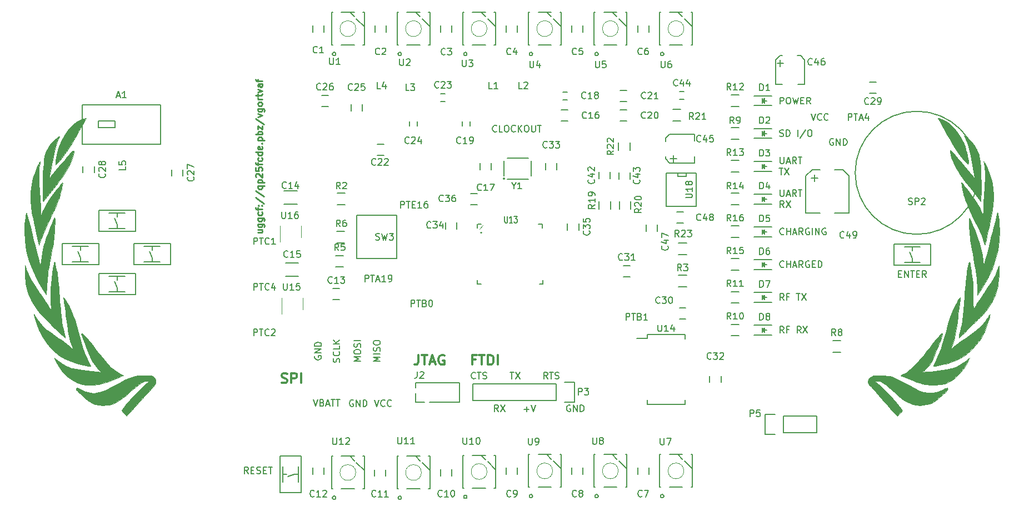
<source format=gto>
G04 #@! TF.GenerationSoftware,KiCad,Pcbnew,(2016-12-18 revision 3ffa37c)-master*
G04 #@! TF.CreationDate,2017-04-20T19:48:47-07:00*
G04 #@! TF.ProjectId,badge-kicad,62616467652D6B696361642E6B696361,rev?*
G04 #@! TF.FileFunction,Legend,Top*
G04 #@! TF.FilePolarity,Positive*
%FSLAX46Y46*%
G04 Gerber Fmt 4.6, Leading zero omitted, Abs format (unit mm)*
G04 Created by KiCad (PCBNEW (2016-12-18 revision 3ffa37c)-master) date Thursday, April 20, 2017 'PMt' 07:48:47 PM*
%MOMM*%
%LPD*%
G01*
G04 APERTURE LIST*
%ADD10C,0.150000*%
%ADD11C,0.250000*%
%ADD12C,0.200000*%
%ADD13C,0.127000*%
%ADD14C,0.300000*%
%ADD15C,0.100000*%
%ADD16C,0.152400*%
%ADD17C,0.010000*%
%ADD18C,0.120000*%
%ADD19C,0.063500*%
G04 APERTURE END LIST*
D10*
D11*
X110315714Y-85476285D02*
X110982380Y-85476285D01*
X110315714Y-85904857D02*
X110839523Y-85904857D01*
X110934761Y-85857238D01*
X110982380Y-85762000D01*
X110982380Y-85619142D01*
X110934761Y-85523904D01*
X110887142Y-85476285D01*
X110315714Y-84571523D02*
X111125238Y-84571523D01*
X111220476Y-84619142D01*
X111268095Y-84666761D01*
X111315714Y-84762000D01*
X111315714Y-84904857D01*
X111268095Y-85000095D01*
X110934761Y-84571523D02*
X110982380Y-84666761D01*
X110982380Y-84857238D01*
X110934761Y-84952476D01*
X110887142Y-85000095D01*
X110791904Y-85047714D01*
X110506190Y-85047714D01*
X110410952Y-85000095D01*
X110363333Y-84952476D01*
X110315714Y-84857238D01*
X110315714Y-84666761D01*
X110363333Y-84571523D01*
X110315714Y-83666761D02*
X111125238Y-83666761D01*
X111220476Y-83714380D01*
X111268095Y-83762000D01*
X111315714Y-83857238D01*
X111315714Y-84000095D01*
X111268095Y-84095333D01*
X110934761Y-83666761D02*
X110982380Y-83762000D01*
X110982380Y-83952476D01*
X110934761Y-84047714D01*
X110887142Y-84095333D01*
X110791904Y-84142952D01*
X110506190Y-84142952D01*
X110410952Y-84095333D01*
X110363333Y-84047714D01*
X110315714Y-83952476D01*
X110315714Y-83762000D01*
X110363333Y-83666761D01*
X110934761Y-82762000D02*
X110982380Y-82857238D01*
X110982380Y-83047714D01*
X110934761Y-83142952D01*
X110887142Y-83190571D01*
X110791904Y-83238190D01*
X110506190Y-83238190D01*
X110410952Y-83190571D01*
X110363333Y-83142952D01*
X110315714Y-83047714D01*
X110315714Y-82857238D01*
X110363333Y-82762000D01*
X110315714Y-82476285D02*
X110315714Y-82095333D01*
X110982380Y-82333428D02*
X110125238Y-82333428D01*
X110030000Y-82285809D01*
X109982380Y-82190571D01*
X109982380Y-82095333D01*
X110887142Y-81762000D02*
X110934761Y-81714380D01*
X110982380Y-81762000D01*
X110934761Y-81809619D01*
X110887142Y-81762000D01*
X110982380Y-81762000D01*
X110363333Y-81762000D02*
X110410952Y-81714380D01*
X110458571Y-81762000D01*
X110410952Y-81809619D01*
X110363333Y-81762000D01*
X110458571Y-81762000D01*
X109934761Y-80571523D02*
X111220476Y-81428666D01*
X109934761Y-79523904D02*
X111220476Y-80381047D01*
X110315714Y-78762000D02*
X111315714Y-78762000D01*
X110934761Y-78762000D02*
X110982380Y-78857238D01*
X110982380Y-79047714D01*
X110934761Y-79142952D01*
X110887142Y-79190571D01*
X110791904Y-79238190D01*
X110506190Y-79238190D01*
X110410952Y-79190571D01*
X110363333Y-79142952D01*
X110315714Y-79047714D01*
X110315714Y-78857238D01*
X110363333Y-78762000D01*
X110315714Y-78285809D02*
X111315714Y-78285809D01*
X110363333Y-78285809D02*
X110315714Y-78190571D01*
X110315714Y-78000095D01*
X110363333Y-77904857D01*
X110410952Y-77857238D01*
X110506190Y-77809619D01*
X110791904Y-77809619D01*
X110887142Y-77857238D01*
X110934761Y-77904857D01*
X110982380Y-78000095D01*
X110982380Y-78190571D01*
X110934761Y-78285809D01*
X110077619Y-77428666D02*
X110030000Y-77381047D01*
X109982380Y-77285809D01*
X109982380Y-77047714D01*
X110030000Y-76952476D01*
X110077619Y-76904857D01*
X110172857Y-76857238D01*
X110268095Y-76857238D01*
X110410952Y-76904857D01*
X110982380Y-77476285D01*
X110982380Y-76857238D01*
X109982380Y-75952476D02*
X109982380Y-76428666D01*
X110458571Y-76476285D01*
X110410952Y-76428666D01*
X110363333Y-76333428D01*
X110363333Y-76095333D01*
X110410952Y-76000095D01*
X110458571Y-75952476D01*
X110553809Y-75904857D01*
X110791904Y-75904857D01*
X110887142Y-75952476D01*
X110934761Y-76000095D01*
X110982380Y-76095333D01*
X110982380Y-76333428D01*
X110934761Y-76428666D01*
X110887142Y-76476285D01*
X110315714Y-75619142D02*
X110315714Y-75238190D01*
X110982380Y-75476285D02*
X110125238Y-75476285D01*
X110030000Y-75428666D01*
X109982380Y-75333428D01*
X109982380Y-75238190D01*
X110934761Y-74476285D02*
X110982380Y-74571523D01*
X110982380Y-74762000D01*
X110934761Y-74857238D01*
X110887142Y-74904857D01*
X110791904Y-74952476D01*
X110506190Y-74952476D01*
X110410952Y-74904857D01*
X110363333Y-74857238D01*
X110315714Y-74762000D01*
X110315714Y-74571523D01*
X110363333Y-74476285D01*
X110982380Y-73619142D02*
X109982380Y-73619142D01*
X110934761Y-73619142D02*
X110982380Y-73714380D01*
X110982380Y-73904857D01*
X110934761Y-74000095D01*
X110887142Y-74047714D01*
X110791904Y-74095333D01*
X110506190Y-74095333D01*
X110410952Y-74047714D01*
X110363333Y-74000095D01*
X110315714Y-73904857D01*
X110315714Y-73714380D01*
X110363333Y-73619142D01*
X110934761Y-72762000D02*
X110982380Y-72857238D01*
X110982380Y-73047714D01*
X110934761Y-73142952D01*
X110839523Y-73190571D01*
X110458571Y-73190571D01*
X110363333Y-73142952D01*
X110315714Y-73047714D01*
X110315714Y-72857238D01*
X110363333Y-72762000D01*
X110458571Y-72714380D01*
X110553809Y-72714380D01*
X110649047Y-73190571D01*
X110887142Y-72285809D02*
X110934761Y-72238190D01*
X110982380Y-72285809D01*
X110934761Y-72333428D01*
X110887142Y-72285809D01*
X110982380Y-72285809D01*
X110315714Y-71809619D02*
X111315714Y-71809619D01*
X110363333Y-71809619D02*
X110315714Y-71714380D01*
X110315714Y-71523904D01*
X110363333Y-71428666D01*
X110410952Y-71381047D01*
X110506190Y-71333428D01*
X110791904Y-71333428D01*
X110887142Y-71381047D01*
X110934761Y-71428666D01*
X110982380Y-71523904D01*
X110982380Y-71714380D01*
X110934761Y-71809619D01*
X110982380Y-70904857D02*
X109982380Y-70904857D01*
X110363333Y-70904857D02*
X110315714Y-70809619D01*
X110315714Y-70619142D01*
X110363333Y-70523904D01*
X110410952Y-70476285D01*
X110506190Y-70428666D01*
X110791904Y-70428666D01*
X110887142Y-70476285D01*
X110934761Y-70523904D01*
X110982380Y-70619142D01*
X110982380Y-70809619D01*
X110934761Y-70904857D01*
X110315714Y-70095333D02*
X110315714Y-69571523D01*
X110982380Y-70095333D01*
X110982380Y-69571523D01*
X109934761Y-68476285D02*
X111220476Y-69333428D01*
X110315714Y-68238190D02*
X110982380Y-68000095D01*
X110315714Y-67762000D01*
X110315714Y-66952476D02*
X111125238Y-66952476D01*
X111220476Y-67000095D01*
X111268095Y-67047714D01*
X111315714Y-67142952D01*
X111315714Y-67285809D01*
X111268095Y-67381047D01*
X110934761Y-66952476D02*
X110982380Y-67047714D01*
X110982380Y-67238190D01*
X110934761Y-67333428D01*
X110887142Y-67381047D01*
X110791904Y-67428666D01*
X110506190Y-67428666D01*
X110410952Y-67381047D01*
X110363333Y-67333428D01*
X110315714Y-67238190D01*
X110315714Y-67047714D01*
X110363333Y-66952476D01*
X110982380Y-66333428D02*
X110934761Y-66428666D01*
X110887142Y-66476285D01*
X110791904Y-66523904D01*
X110506190Y-66523904D01*
X110410952Y-66476285D01*
X110363333Y-66428666D01*
X110315714Y-66333428D01*
X110315714Y-66190571D01*
X110363333Y-66095333D01*
X110410952Y-66047714D01*
X110506190Y-66000095D01*
X110791904Y-66000095D01*
X110887142Y-66047714D01*
X110934761Y-66095333D01*
X110982380Y-66190571D01*
X110982380Y-66333428D01*
X110982380Y-65571523D02*
X110315714Y-65571523D01*
X110506190Y-65571523D02*
X110410952Y-65523904D01*
X110363333Y-65476285D01*
X110315714Y-65381047D01*
X110315714Y-65285809D01*
X110315714Y-65095333D02*
X110315714Y-64714380D01*
X109982380Y-64952476D02*
X110839523Y-64952476D01*
X110934761Y-64904857D01*
X110982380Y-64809619D01*
X110982380Y-64714380D01*
X110315714Y-64476285D02*
X110982380Y-64238190D01*
X110315714Y-64000095D01*
X110982380Y-63190571D02*
X110458571Y-63190571D01*
X110363333Y-63238190D01*
X110315714Y-63333428D01*
X110315714Y-63523904D01*
X110363333Y-63619142D01*
X110934761Y-63190571D02*
X110982380Y-63285809D01*
X110982380Y-63523904D01*
X110934761Y-63619142D01*
X110839523Y-63666761D01*
X110744285Y-63666761D01*
X110649047Y-63619142D01*
X110601428Y-63523904D01*
X110601428Y-63285809D01*
X110553809Y-63190571D01*
X110315714Y-62857238D02*
X110315714Y-62476285D01*
X110982380Y-62714380D02*
X110125238Y-62714380D01*
X110030000Y-62666761D01*
X109982380Y-62571523D01*
X109982380Y-62476285D01*
D12*
X189878095Y-66254380D02*
X189878095Y-65254380D01*
X190259047Y-65254380D01*
X190354285Y-65302000D01*
X190401904Y-65349619D01*
X190449523Y-65444857D01*
X190449523Y-65587714D01*
X190401904Y-65682952D01*
X190354285Y-65730571D01*
X190259047Y-65778190D01*
X189878095Y-65778190D01*
X191068571Y-65254380D02*
X191259047Y-65254380D01*
X191354285Y-65302000D01*
X191449523Y-65397238D01*
X191497142Y-65587714D01*
X191497142Y-65921047D01*
X191449523Y-66111523D01*
X191354285Y-66206761D01*
X191259047Y-66254380D01*
X191068571Y-66254380D01*
X190973333Y-66206761D01*
X190878095Y-66111523D01*
X190830476Y-65921047D01*
X190830476Y-65587714D01*
X190878095Y-65397238D01*
X190973333Y-65302000D01*
X191068571Y-65254380D01*
X191830476Y-65254380D02*
X192068571Y-66254380D01*
X192259047Y-65540095D01*
X192449523Y-66254380D01*
X192687619Y-65254380D01*
X193068571Y-65730571D02*
X193401904Y-65730571D01*
X193544761Y-66254380D02*
X193068571Y-66254380D01*
X193068571Y-65254380D01*
X193544761Y-65254380D01*
X194544761Y-66254380D02*
X194211428Y-65778190D01*
X193973333Y-66254380D02*
X193973333Y-65254380D01*
X194354285Y-65254380D01*
X194449523Y-65302000D01*
X194497142Y-65349619D01*
X194544761Y-65444857D01*
X194544761Y-65587714D01*
X194497142Y-65682952D01*
X194449523Y-65730571D01*
X194354285Y-65778190D01*
X193973333Y-65778190D01*
D13*
X194640666Y-67740380D02*
X194974000Y-68740380D01*
X195307333Y-67740380D01*
X196212095Y-68645142D02*
X196164476Y-68692761D01*
X196021619Y-68740380D01*
X195926380Y-68740380D01*
X195783523Y-68692761D01*
X195688285Y-68597523D01*
X195640666Y-68502285D01*
X195593047Y-68311809D01*
X195593047Y-68168952D01*
X195640666Y-67978476D01*
X195688285Y-67883238D01*
X195783523Y-67788000D01*
X195926380Y-67740380D01*
X196021619Y-67740380D01*
X196164476Y-67788000D01*
X196212095Y-67835619D01*
X197212095Y-68645142D02*
X197164476Y-68692761D01*
X197021619Y-68740380D01*
X196926380Y-68740380D01*
X196783523Y-68692761D01*
X196688285Y-68597523D01*
X196640666Y-68502285D01*
X196593047Y-68311809D01*
X196593047Y-68168952D01*
X196640666Y-67978476D01*
X196688285Y-67883238D01*
X196783523Y-67788000D01*
X196926380Y-67740380D01*
X197021619Y-67740380D01*
X197164476Y-67788000D01*
X197212095Y-67835619D01*
X166414952Y-99220380D02*
X166414952Y-98220380D01*
X166795904Y-98220380D01*
X166891142Y-98268000D01*
X166938761Y-98315619D01*
X166986380Y-98410857D01*
X166986380Y-98553714D01*
X166938761Y-98648952D01*
X166891142Y-98696571D01*
X166795904Y-98744190D01*
X166414952Y-98744190D01*
X167272095Y-98220380D02*
X167843523Y-98220380D01*
X167557809Y-99220380D02*
X167557809Y-98220380D01*
X168510190Y-98696571D02*
X168653047Y-98744190D01*
X168700666Y-98791809D01*
X168748285Y-98887047D01*
X168748285Y-99029904D01*
X168700666Y-99125142D01*
X168653047Y-99172761D01*
X168557809Y-99220380D01*
X168176857Y-99220380D01*
X168176857Y-98220380D01*
X168510190Y-98220380D01*
X168605428Y-98268000D01*
X168653047Y-98315619D01*
X168700666Y-98410857D01*
X168700666Y-98506095D01*
X168653047Y-98601333D01*
X168605428Y-98648952D01*
X168510190Y-98696571D01*
X168176857Y-98696571D01*
X169700666Y-99220380D02*
X169129238Y-99220380D01*
X169414952Y-99220380D02*
X169414952Y-98220380D01*
X169319714Y-98363238D01*
X169224476Y-98458476D01*
X169129238Y-98506095D01*
X109690952Y-87674380D02*
X109690952Y-86674380D01*
X110071904Y-86674380D01*
X110167142Y-86722000D01*
X110214761Y-86769619D01*
X110262380Y-86864857D01*
X110262380Y-87007714D01*
X110214761Y-87102952D01*
X110167142Y-87150571D01*
X110071904Y-87198190D01*
X109690952Y-87198190D01*
X110548095Y-86674380D02*
X111119523Y-86674380D01*
X110833809Y-87674380D02*
X110833809Y-86674380D01*
X112024285Y-87579142D02*
X111976666Y-87626761D01*
X111833809Y-87674380D01*
X111738571Y-87674380D01*
X111595714Y-87626761D01*
X111500476Y-87531523D01*
X111452857Y-87436285D01*
X111405238Y-87245809D01*
X111405238Y-87102952D01*
X111452857Y-86912476D01*
X111500476Y-86817238D01*
X111595714Y-86722000D01*
X111738571Y-86674380D01*
X111833809Y-86674380D01*
X111976666Y-86722000D01*
X112024285Y-86769619D01*
X112976666Y-87674380D02*
X112405238Y-87674380D01*
X112690952Y-87674380D02*
X112690952Y-86674380D01*
X112595714Y-86817238D01*
X112500476Y-86912476D01*
X112405238Y-86960095D01*
X126640190Y-93378380D02*
X126640190Y-92378380D01*
X127021142Y-92378380D01*
X127116380Y-92426000D01*
X127164000Y-92473619D01*
X127211619Y-92568857D01*
X127211619Y-92711714D01*
X127164000Y-92806952D01*
X127116380Y-92854571D01*
X127021142Y-92902190D01*
X126640190Y-92902190D01*
X127497333Y-92378380D02*
X128068761Y-92378380D01*
X127783047Y-93378380D02*
X127783047Y-92378380D01*
X128354476Y-93092666D02*
X128830666Y-93092666D01*
X128259238Y-93378380D02*
X128592571Y-92378380D01*
X128925904Y-93378380D01*
X129783047Y-93378380D02*
X129211619Y-93378380D01*
X129497333Y-93378380D02*
X129497333Y-92378380D01*
X129402095Y-92521238D01*
X129306857Y-92616476D01*
X129211619Y-92664095D01*
X130259238Y-93378380D02*
X130449714Y-93378380D01*
X130544952Y-93330761D01*
X130592571Y-93283142D01*
X130687809Y-93140285D01*
X130735428Y-92949809D01*
X130735428Y-92568857D01*
X130687809Y-92473619D01*
X130640190Y-92426000D01*
X130544952Y-92378380D01*
X130354476Y-92378380D01*
X130259238Y-92426000D01*
X130211619Y-92473619D01*
X130164000Y-92568857D01*
X130164000Y-92806952D01*
X130211619Y-92902190D01*
X130259238Y-92949809D01*
X130354476Y-92997428D01*
X130544952Y-92997428D01*
X130640190Y-92949809D01*
X130687809Y-92902190D01*
X130735428Y-92806952D01*
X109690952Y-94648380D02*
X109690952Y-93648380D01*
X110071904Y-93648380D01*
X110167142Y-93696000D01*
X110214761Y-93743619D01*
X110262380Y-93838857D01*
X110262380Y-93981714D01*
X110214761Y-94076952D01*
X110167142Y-94124571D01*
X110071904Y-94172190D01*
X109690952Y-94172190D01*
X110548095Y-93648380D02*
X111119523Y-93648380D01*
X110833809Y-94648380D02*
X110833809Y-93648380D01*
X112024285Y-94553142D02*
X111976666Y-94600761D01*
X111833809Y-94648380D01*
X111738571Y-94648380D01*
X111595714Y-94600761D01*
X111500476Y-94505523D01*
X111452857Y-94410285D01*
X111405238Y-94219809D01*
X111405238Y-94076952D01*
X111452857Y-93886476D01*
X111500476Y-93791238D01*
X111595714Y-93696000D01*
X111738571Y-93648380D01*
X111833809Y-93648380D01*
X111976666Y-93696000D01*
X112024285Y-93743619D01*
X112881428Y-93981714D02*
X112881428Y-94648380D01*
X112643333Y-93600761D02*
X112405238Y-94315047D01*
X113024285Y-94315047D01*
X109680952Y-101620880D02*
X109680952Y-100620880D01*
X110061904Y-100620880D01*
X110157142Y-100668500D01*
X110204761Y-100716119D01*
X110252380Y-100811357D01*
X110252380Y-100954214D01*
X110204761Y-101049452D01*
X110157142Y-101097071D01*
X110061904Y-101144690D01*
X109680952Y-101144690D01*
X110538095Y-100620880D02*
X111109523Y-100620880D01*
X110823809Y-101620880D02*
X110823809Y-100620880D01*
X112014285Y-101525642D02*
X111966666Y-101573261D01*
X111823809Y-101620880D01*
X111728571Y-101620880D01*
X111585714Y-101573261D01*
X111490476Y-101478023D01*
X111442857Y-101382785D01*
X111395238Y-101192309D01*
X111395238Y-101049452D01*
X111442857Y-100858976D01*
X111490476Y-100763738D01*
X111585714Y-100668500D01*
X111728571Y-100620880D01*
X111823809Y-100620880D01*
X111966666Y-100668500D01*
X112014285Y-100716119D01*
X112395238Y-100716119D02*
X112442857Y-100668500D01*
X112538095Y-100620880D01*
X112776190Y-100620880D01*
X112871428Y-100668500D01*
X112919047Y-100716119D01*
X112966666Y-100811357D01*
X112966666Y-100906595D01*
X112919047Y-101049452D01*
X112347619Y-101620880D01*
X112966666Y-101620880D01*
X133648952Y-97188380D02*
X133648952Y-96188380D01*
X134029904Y-96188380D01*
X134125142Y-96236000D01*
X134172761Y-96283619D01*
X134220380Y-96378857D01*
X134220380Y-96521714D01*
X134172761Y-96616952D01*
X134125142Y-96664571D01*
X134029904Y-96712190D01*
X133648952Y-96712190D01*
X134506095Y-96188380D02*
X135077523Y-96188380D01*
X134791809Y-97188380D02*
X134791809Y-96188380D01*
X135744190Y-96664571D02*
X135887047Y-96712190D01*
X135934666Y-96759809D01*
X135982285Y-96855047D01*
X135982285Y-96997904D01*
X135934666Y-97093142D01*
X135887047Y-97140761D01*
X135791809Y-97188380D01*
X135410857Y-97188380D01*
X135410857Y-96188380D01*
X135744190Y-96188380D01*
X135839428Y-96236000D01*
X135887047Y-96283619D01*
X135934666Y-96378857D01*
X135934666Y-96474095D01*
X135887047Y-96569333D01*
X135839428Y-96616952D01*
X135744190Y-96664571D01*
X135410857Y-96664571D01*
X136601333Y-96188380D02*
X136696571Y-96188380D01*
X136791809Y-96236000D01*
X136839428Y-96283619D01*
X136887047Y-96378857D01*
X136934666Y-96569333D01*
X136934666Y-96807428D01*
X136887047Y-96997904D01*
X136839428Y-97093142D01*
X136791809Y-97140761D01*
X136696571Y-97188380D01*
X136601333Y-97188380D01*
X136506095Y-97140761D01*
X136458476Y-97093142D01*
X136410857Y-96997904D01*
X136363238Y-96807428D01*
X136363238Y-96569333D01*
X136410857Y-96378857D01*
X136458476Y-96283619D01*
X136506095Y-96236000D01*
X136601333Y-96188380D01*
X132082380Y-82114380D02*
X132082380Y-81114380D01*
X132463333Y-81114380D01*
X132558571Y-81162000D01*
X132606190Y-81209619D01*
X132653809Y-81304857D01*
X132653809Y-81447714D01*
X132606190Y-81542952D01*
X132558571Y-81590571D01*
X132463333Y-81638190D01*
X132082380Y-81638190D01*
X132939523Y-81114380D02*
X133510952Y-81114380D01*
X133225238Y-82114380D02*
X133225238Y-81114380D01*
X133844285Y-81590571D02*
X134177619Y-81590571D01*
X134320476Y-82114380D02*
X133844285Y-82114380D01*
X133844285Y-81114380D01*
X134320476Y-81114380D01*
X135272857Y-82114380D02*
X134701428Y-82114380D01*
X134987142Y-82114380D02*
X134987142Y-81114380D01*
X134891904Y-81257238D01*
X134796666Y-81352476D01*
X134701428Y-81400095D01*
X136130000Y-81114380D02*
X135939523Y-81114380D01*
X135844285Y-81162000D01*
X135796666Y-81209619D01*
X135701428Y-81352476D01*
X135653809Y-81542952D01*
X135653809Y-81923904D01*
X135701428Y-82019142D01*
X135749047Y-82066761D01*
X135844285Y-82114380D01*
X136034761Y-82114380D01*
X136130000Y-82066761D01*
X136177619Y-82019142D01*
X136225238Y-81923904D01*
X136225238Y-81685809D01*
X136177619Y-81590571D01*
X136130000Y-81542952D01*
X136034761Y-81495333D01*
X135844285Y-81495333D01*
X135749047Y-81542952D01*
X135701428Y-81590571D01*
X135653809Y-81685809D01*
X200268380Y-68740380D02*
X200268380Y-67740380D01*
X200649333Y-67740380D01*
X200744571Y-67788000D01*
X200792190Y-67835619D01*
X200839809Y-67930857D01*
X200839809Y-68073714D01*
X200792190Y-68168952D01*
X200744571Y-68216571D01*
X200649333Y-68264190D01*
X200268380Y-68264190D01*
X201125523Y-67740380D02*
X201696952Y-67740380D01*
X201411238Y-68740380D02*
X201411238Y-67740380D01*
X201982666Y-68454666D02*
X202458857Y-68454666D01*
X201887428Y-68740380D02*
X202220761Y-67740380D01*
X202554095Y-68740380D01*
X203316000Y-68073714D02*
X203316000Y-68740380D01*
X203077904Y-67692761D02*
X202839809Y-68407047D01*
X203458857Y-68407047D01*
X198006095Y-71598000D02*
X197910857Y-71550380D01*
X197768000Y-71550380D01*
X197625142Y-71598000D01*
X197529904Y-71693238D01*
X197482285Y-71788476D01*
X197434666Y-71978952D01*
X197434666Y-72121809D01*
X197482285Y-72312285D01*
X197529904Y-72407523D01*
X197625142Y-72502761D01*
X197768000Y-72550380D01*
X197863238Y-72550380D01*
X198006095Y-72502761D01*
X198053714Y-72455142D01*
X198053714Y-72121809D01*
X197863238Y-72121809D01*
X198482285Y-72550380D02*
X198482285Y-71550380D01*
X199053714Y-72550380D01*
X199053714Y-71550380D01*
X199529904Y-72550380D02*
X199529904Y-71550380D01*
X199768000Y-71550380D01*
X199910857Y-71598000D01*
X200006095Y-71693238D01*
X200053714Y-71788476D01*
X200101333Y-71978952D01*
X200101333Y-72121809D01*
X200053714Y-72312285D01*
X200006095Y-72407523D01*
X199910857Y-72502761D01*
X199768000Y-72550380D01*
X199529904Y-72550380D01*
D12*
X146698380Y-70423142D02*
X146650761Y-70470761D01*
X146507904Y-70518380D01*
X146412666Y-70518380D01*
X146269809Y-70470761D01*
X146174571Y-70375523D01*
X146126952Y-70280285D01*
X146079333Y-70089809D01*
X146079333Y-69946952D01*
X146126952Y-69756476D01*
X146174571Y-69661238D01*
X146269809Y-69566000D01*
X146412666Y-69518380D01*
X146507904Y-69518380D01*
X146650761Y-69566000D01*
X146698380Y-69613619D01*
X147603142Y-70518380D02*
X147126952Y-70518380D01*
X147126952Y-69518380D01*
X148126952Y-69518380D02*
X148317428Y-69518380D01*
X148412666Y-69566000D01*
X148507904Y-69661238D01*
X148555523Y-69851714D01*
X148555523Y-70185047D01*
X148507904Y-70375523D01*
X148412666Y-70470761D01*
X148317428Y-70518380D01*
X148126952Y-70518380D01*
X148031714Y-70470761D01*
X147936476Y-70375523D01*
X147888857Y-70185047D01*
X147888857Y-69851714D01*
X147936476Y-69661238D01*
X148031714Y-69566000D01*
X148126952Y-69518380D01*
X149555523Y-70423142D02*
X149507904Y-70470761D01*
X149365047Y-70518380D01*
X149269809Y-70518380D01*
X149126952Y-70470761D01*
X149031714Y-70375523D01*
X148984095Y-70280285D01*
X148936476Y-70089809D01*
X148936476Y-69946952D01*
X148984095Y-69756476D01*
X149031714Y-69661238D01*
X149126952Y-69566000D01*
X149269809Y-69518380D01*
X149365047Y-69518380D01*
X149507904Y-69566000D01*
X149555523Y-69613619D01*
X149984095Y-70518380D02*
X149984095Y-69518380D01*
X150555523Y-70518380D02*
X150126952Y-69946952D01*
X150555523Y-69518380D02*
X149984095Y-70089809D01*
X151174571Y-69518380D02*
X151365047Y-69518380D01*
X151460285Y-69566000D01*
X151555523Y-69661238D01*
X151603142Y-69851714D01*
X151603142Y-70185047D01*
X151555523Y-70375523D01*
X151460285Y-70470761D01*
X151365047Y-70518380D01*
X151174571Y-70518380D01*
X151079333Y-70470761D01*
X150984095Y-70375523D01*
X150936476Y-70185047D01*
X150936476Y-69851714D01*
X150984095Y-69661238D01*
X151079333Y-69566000D01*
X151174571Y-69518380D01*
X152031714Y-69518380D02*
X152031714Y-70327904D01*
X152079333Y-70423142D01*
X152126952Y-70470761D01*
X152222190Y-70518380D01*
X152412666Y-70518380D01*
X152507904Y-70470761D01*
X152555523Y-70423142D01*
X152603142Y-70327904D01*
X152603142Y-69518380D01*
X152936476Y-69518380D02*
X153507904Y-69518380D01*
X153222190Y-70518380D02*
X153222190Y-69518380D01*
X125616000Y-83274000D02*
X125362000Y-83274000D01*
X125362000Y-89878000D02*
X125362000Y-83274000D01*
X131458000Y-89878000D02*
X125362000Y-89878000D01*
X131458000Y-83274000D02*
X131458000Y-89878000D01*
X125616000Y-83274000D02*
X131458000Y-83274000D01*
D14*
X134788000Y-104550571D02*
X134788000Y-105622000D01*
X134716571Y-105836285D01*
X134573714Y-105979142D01*
X134359428Y-106050571D01*
X134216571Y-106050571D01*
X135288000Y-104550571D02*
X136145142Y-104550571D01*
X135716571Y-106050571D02*
X135716571Y-104550571D01*
X136573714Y-105622000D02*
X137288000Y-105622000D01*
X136430857Y-106050571D02*
X136930857Y-104550571D01*
X137430857Y-106050571D01*
X138716571Y-104622000D02*
X138573714Y-104550571D01*
X138359428Y-104550571D01*
X138145142Y-104622000D01*
X138002285Y-104764857D01*
X137930857Y-104907714D01*
X137859428Y-105193428D01*
X137859428Y-105407714D01*
X137930857Y-105693428D01*
X138002285Y-105836285D01*
X138145142Y-105979142D01*
X138359428Y-106050571D01*
X138502285Y-106050571D01*
X138716571Y-105979142D01*
X138788000Y-105907714D01*
X138788000Y-105407714D01*
X138502285Y-105407714D01*
D13*
X128942380Y-105543428D02*
X127942380Y-105543428D01*
X128656666Y-105210095D01*
X127942380Y-104876761D01*
X128942380Y-104876761D01*
X128942380Y-104400571D02*
X127942380Y-104400571D01*
X128894761Y-103972000D02*
X128942380Y-103829142D01*
X128942380Y-103591047D01*
X128894761Y-103495809D01*
X128847142Y-103448190D01*
X128751904Y-103400571D01*
X128656666Y-103400571D01*
X128561428Y-103448190D01*
X128513809Y-103495809D01*
X128466190Y-103591047D01*
X128418571Y-103781523D01*
X128370952Y-103876761D01*
X128323333Y-103924380D01*
X128228095Y-103972000D01*
X128132857Y-103972000D01*
X128037619Y-103924380D01*
X127990000Y-103876761D01*
X127942380Y-103781523D01*
X127942380Y-103543428D01*
X127990000Y-103400571D01*
X127942380Y-102781523D02*
X127942380Y-102591047D01*
X127990000Y-102495809D01*
X128085238Y-102400571D01*
X128275714Y-102352952D01*
X128609047Y-102352952D01*
X128799523Y-102400571D01*
X128894761Y-102495809D01*
X128942380Y-102591047D01*
X128942380Y-102781523D01*
X128894761Y-102876761D01*
X128799523Y-102972000D01*
X128609047Y-103019619D01*
X128275714Y-103019619D01*
X128085238Y-102972000D01*
X127990000Y-102876761D01*
X127942380Y-102781523D01*
X125982380Y-105533428D02*
X124982380Y-105533428D01*
X125696666Y-105200095D01*
X124982380Y-104866761D01*
X125982380Y-104866761D01*
X124982380Y-104200095D02*
X124982380Y-104009619D01*
X125030000Y-103914380D01*
X125125238Y-103819142D01*
X125315714Y-103771523D01*
X125649047Y-103771523D01*
X125839523Y-103819142D01*
X125934761Y-103914380D01*
X125982380Y-104009619D01*
X125982380Y-104200095D01*
X125934761Y-104295333D01*
X125839523Y-104390571D01*
X125649047Y-104438190D01*
X125315714Y-104438190D01*
X125125238Y-104390571D01*
X125030000Y-104295333D01*
X124982380Y-104200095D01*
X125934761Y-103390571D02*
X125982380Y-103247714D01*
X125982380Y-103009619D01*
X125934761Y-102914380D01*
X125887142Y-102866761D01*
X125791904Y-102819142D01*
X125696666Y-102819142D01*
X125601428Y-102866761D01*
X125553809Y-102914380D01*
X125506190Y-103009619D01*
X125458571Y-103200095D01*
X125410952Y-103295333D01*
X125363333Y-103342952D01*
X125268095Y-103390571D01*
X125172857Y-103390571D01*
X125077619Y-103342952D01*
X125030000Y-103295333D01*
X124982380Y-103200095D01*
X124982380Y-102962000D01*
X125030000Y-102819142D01*
X125982380Y-102390571D02*
X124982380Y-102390571D01*
X122734761Y-105652476D02*
X122782380Y-105509619D01*
X122782380Y-105271523D01*
X122734761Y-105176285D01*
X122687142Y-105128666D01*
X122591904Y-105081047D01*
X122496666Y-105081047D01*
X122401428Y-105128666D01*
X122353809Y-105176285D01*
X122306190Y-105271523D01*
X122258571Y-105462000D01*
X122210952Y-105557238D01*
X122163333Y-105604857D01*
X122068095Y-105652476D01*
X121972857Y-105652476D01*
X121877619Y-105604857D01*
X121830000Y-105557238D01*
X121782380Y-105462000D01*
X121782380Y-105223904D01*
X121830000Y-105081047D01*
X122687142Y-104081047D02*
X122734761Y-104128666D01*
X122782380Y-104271523D01*
X122782380Y-104366761D01*
X122734761Y-104509619D01*
X122639523Y-104604857D01*
X122544285Y-104652476D01*
X122353809Y-104700095D01*
X122210952Y-104700095D01*
X122020476Y-104652476D01*
X121925238Y-104604857D01*
X121830000Y-104509619D01*
X121782380Y-104366761D01*
X121782380Y-104271523D01*
X121830000Y-104128666D01*
X121877619Y-104081047D01*
X122782380Y-103176285D02*
X122782380Y-103652476D01*
X121782380Y-103652476D01*
X122782380Y-102842952D02*
X121782380Y-102842952D01*
X122782380Y-102271523D02*
X122210952Y-102700095D01*
X121782380Y-102271523D02*
X122353809Y-102842952D01*
D14*
X113920285Y-108773142D02*
X114134571Y-108844571D01*
X114491714Y-108844571D01*
X114634571Y-108773142D01*
X114706000Y-108701714D01*
X114777428Y-108558857D01*
X114777428Y-108416000D01*
X114706000Y-108273142D01*
X114634571Y-108201714D01*
X114491714Y-108130285D01*
X114206000Y-108058857D01*
X114063142Y-107987428D01*
X113991714Y-107916000D01*
X113920285Y-107773142D01*
X113920285Y-107630285D01*
X113991714Y-107487428D01*
X114063142Y-107416000D01*
X114206000Y-107344571D01*
X114563142Y-107344571D01*
X114777428Y-107416000D01*
X115420285Y-108844571D02*
X115420285Y-107344571D01*
X115991714Y-107344571D01*
X116134571Y-107416000D01*
X116206000Y-107487428D01*
X116277428Y-107630285D01*
X116277428Y-107844571D01*
X116206000Y-107987428D01*
X116134571Y-108058857D01*
X115991714Y-108130285D01*
X115420285Y-108130285D01*
X116920285Y-108844571D02*
X116920285Y-107344571D01*
D13*
X118766190Y-111374380D02*
X119099523Y-112374380D01*
X119432857Y-111374380D01*
X120099523Y-111850571D02*
X120242380Y-111898190D01*
X120290000Y-111945809D01*
X120337619Y-112041047D01*
X120337619Y-112183904D01*
X120290000Y-112279142D01*
X120242380Y-112326761D01*
X120147142Y-112374380D01*
X119766190Y-112374380D01*
X119766190Y-111374380D01*
X120099523Y-111374380D01*
X120194761Y-111422000D01*
X120242380Y-111469619D01*
X120290000Y-111564857D01*
X120290000Y-111660095D01*
X120242380Y-111755333D01*
X120194761Y-111802952D01*
X120099523Y-111850571D01*
X119766190Y-111850571D01*
X120718571Y-112088666D02*
X121194761Y-112088666D01*
X120623333Y-112374380D02*
X120956666Y-111374380D01*
X121290000Y-112374380D01*
X121480476Y-111374380D02*
X122051904Y-111374380D01*
X121766190Y-112374380D02*
X121766190Y-111374380D01*
X122242380Y-111374380D02*
X122813809Y-111374380D01*
X122528095Y-112374380D02*
X122528095Y-111374380D01*
X124848095Y-111476000D02*
X124752857Y-111428380D01*
X124610000Y-111428380D01*
X124467142Y-111476000D01*
X124371904Y-111571238D01*
X124324285Y-111666476D01*
X124276666Y-111856952D01*
X124276666Y-111999809D01*
X124324285Y-112190285D01*
X124371904Y-112285523D01*
X124467142Y-112380761D01*
X124610000Y-112428380D01*
X124705238Y-112428380D01*
X124848095Y-112380761D01*
X124895714Y-112333142D01*
X124895714Y-111999809D01*
X124705238Y-111999809D01*
X125324285Y-112428380D02*
X125324285Y-111428380D01*
X125895714Y-112428380D01*
X125895714Y-111428380D01*
X126371904Y-112428380D02*
X126371904Y-111428380D01*
X126610000Y-111428380D01*
X126752857Y-111476000D01*
X126848095Y-111571238D01*
X126895714Y-111666476D01*
X126943333Y-111856952D01*
X126943333Y-111999809D01*
X126895714Y-112190285D01*
X126848095Y-112285523D01*
X126752857Y-112380761D01*
X126610000Y-112428380D01*
X126371904Y-112428380D01*
X128092666Y-111428380D02*
X128426000Y-112428380D01*
X128759333Y-111428380D01*
X129664095Y-112333142D02*
X129616476Y-112380761D01*
X129473619Y-112428380D01*
X129378380Y-112428380D01*
X129235523Y-112380761D01*
X129140285Y-112285523D01*
X129092666Y-112190285D01*
X129045047Y-111999809D01*
X129045047Y-111856952D01*
X129092666Y-111666476D01*
X129140285Y-111571238D01*
X129235523Y-111476000D01*
X129378380Y-111428380D01*
X129473619Y-111428380D01*
X129616476Y-111476000D01*
X129664095Y-111523619D01*
X130664095Y-112333142D02*
X130616476Y-112380761D01*
X130473619Y-112428380D01*
X130378380Y-112428380D01*
X130235523Y-112380761D01*
X130140285Y-112285523D01*
X130092666Y-112190285D01*
X130045047Y-111999809D01*
X130045047Y-111856952D01*
X130092666Y-111666476D01*
X130140285Y-111571238D01*
X130235523Y-111476000D01*
X130378380Y-111428380D01*
X130473619Y-111428380D01*
X130616476Y-111476000D01*
X130664095Y-111523619D01*
X119030000Y-104733904D02*
X118982380Y-104829142D01*
X118982380Y-104972000D01*
X119030000Y-105114857D01*
X119125238Y-105210095D01*
X119220476Y-105257714D01*
X119410952Y-105305333D01*
X119553809Y-105305333D01*
X119744285Y-105257714D01*
X119839523Y-105210095D01*
X119934761Y-105114857D01*
X119982380Y-104972000D01*
X119982380Y-104876761D01*
X119934761Y-104733904D01*
X119887142Y-104686285D01*
X119553809Y-104686285D01*
X119553809Y-104876761D01*
X119982380Y-104257714D02*
X118982380Y-104257714D01*
X119982380Y-103686285D01*
X118982380Y-103686285D01*
X119982380Y-103210095D02*
X118982380Y-103210095D01*
X118982380Y-102972000D01*
X119030000Y-102829142D01*
X119125238Y-102733904D01*
X119220476Y-102686285D01*
X119410952Y-102638666D01*
X119553809Y-102638666D01*
X119744285Y-102686285D01*
X119839523Y-102733904D01*
X119934761Y-102829142D01*
X119982380Y-102972000D01*
X119982380Y-103210095D01*
D12*
X143469523Y-108119142D02*
X143421904Y-108166761D01*
X143279047Y-108214380D01*
X143183809Y-108214380D01*
X143040952Y-108166761D01*
X142945714Y-108071523D01*
X142898095Y-107976285D01*
X142850476Y-107785809D01*
X142850476Y-107642952D01*
X142898095Y-107452476D01*
X142945714Y-107357238D01*
X143040952Y-107262000D01*
X143183809Y-107214380D01*
X143279047Y-107214380D01*
X143421904Y-107262000D01*
X143469523Y-107309619D01*
X143755238Y-107214380D02*
X144326666Y-107214380D01*
X144040952Y-108214380D02*
X144040952Y-107214380D01*
X144612380Y-108166761D02*
X144755238Y-108214380D01*
X144993333Y-108214380D01*
X145088571Y-108166761D01*
X145136190Y-108119142D01*
X145183809Y-108023904D01*
X145183809Y-107928666D01*
X145136190Y-107833428D01*
X145088571Y-107785809D01*
X144993333Y-107738190D01*
X144802857Y-107690571D01*
X144707619Y-107642952D01*
X144660000Y-107595333D01*
X144612380Y-107500095D01*
X144612380Y-107404857D01*
X144660000Y-107309619D01*
X144707619Y-107262000D01*
X144802857Y-107214380D01*
X145040952Y-107214380D01*
X145183809Y-107262000D01*
X146969523Y-113214380D02*
X146636190Y-112738190D01*
X146398095Y-113214380D02*
X146398095Y-112214380D01*
X146779047Y-112214380D01*
X146874285Y-112262000D01*
X146921904Y-112309619D01*
X146969523Y-112404857D01*
X146969523Y-112547714D01*
X146921904Y-112642952D01*
X146874285Y-112690571D01*
X146779047Y-112738190D01*
X146398095Y-112738190D01*
X147302857Y-112214380D02*
X147969523Y-113214380D01*
X147969523Y-112214380D02*
X147302857Y-113214380D01*
X148755238Y-107214380D02*
X149326666Y-107214380D01*
X149040952Y-108214380D02*
X149040952Y-107214380D01*
X149564761Y-107214380D02*
X150231428Y-108214380D01*
X150231428Y-107214380D02*
X149564761Y-108214380D01*
X154469523Y-108214380D02*
X154136190Y-107738190D01*
X153898095Y-108214380D02*
X153898095Y-107214380D01*
X154279047Y-107214380D01*
X154374285Y-107262000D01*
X154421904Y-107309619D01*
X154469523Y-107404857D01*
X154469523Y-107547714D01*
X154421904Y-107642952D01*
X154374285Y-107690571D01*
X154279047Y-107738190D01*
X153898095Y-107738190D01*
X154755238Y-107214380D02*
X155326666Y-107214380D01*
X155040952Y-108214380D02*
X155040952Y-107214380D01*
X155612380Y-108166761D02*
X155755238Y-108214380D01*
X155993333Y-108214380D01*
X156088571Y-108166761D01*
X156136190Y-108119142D01*
X156183809Y-108023904D01*
X156183809Y-107928666D01*
X156136190Y-107833428D01*
X156088571Y-107785809D01*
X155993333Y-107738190D01*
X155802857Y-107690571D01*
X155707619Y-107642952D01*
X155660000Y-107595333D01*
X155612380Y-107500095D01*
X155612380Y-107404857D01*
X155660000Y-107309619D01*
X155707619Y-107262000D01*
X155802857Y-107214380D01*
X156040952Y-107214380D01*
X156183809Y-107262000D01*
X157921904Y-112262000D02*
X157826666Y-112214380D01*
X157683809Y-112214380D01*
X157540952Y-112262000D01*
X157445714Y-112357238D01*
X157398095Y-112452476D01*
X157350476Y-112642952D01*
X157350476Y-112785809D01*
X157398095Y-112976285D01*
X157445714Y-113071523D01*
X157540952Y-113166761D01*
X157683809Y-113214380D01*
X157779047Y-113214380D01*
X157921904Y-113166761D01*
X157969523Y-113119142D01*
X157969523Y-112785809D01*
X157779047Y-112785809D01*
X158398095Y-113214380D02*
X158398095Y-112214380D01*
X158969523Y-113214380D01*
X158969523Y-112214380D01*
X159445714Y-113214380D02*
X159445714Y-112214380D01*
X159683809Y-112214380D01*
X159826666Y-112262000D01*
X159921904Y-112357238D01*
X159969523Y-112452476D01*
X160017142Y-112642952D01*
X160017142Y-112785809D01*
X159969523Y-112976285D01*
X159921904Y-113071523D01*
X159826666Y-113166761D01*
X159683809Y-113214380D01*
X159445714Y-113214380D01*
X150898095Y-112833428D02*
X151660000Y-112833428D01*
X151279047Y-113214380D02*
X151279047Y-112452476D01*
X151993333Y-112214380D02*
X152326666Y-113214380D01*
X152660000Y-112214380D01*
X190453809Y-101214380D02*
X190120476Y-100738190D01*
X189882380Y-101214380D02*
X189882380Y-100214380D01*
X190263333Y-100214380D01*
X190358571Y-100262000D01*
X190406190Y-100309619D01*
X190453809Y-100404857D01*
X190453809Y-100547714D01*
X190406190Y-100642952D01*
X190358571Y-100690571D01*
X190263333Y-100738190D01*
X189882380Y-100738190D01*
X191215714Y-100690571D02*
X190882380Y-100690571D01*
X190882380Y-101214380D02*
X190882380Y-100214380D01*
X191358571Y-100214380D01*
X193072857Y-101214380D02*
X192739523Y-100738190D01*
X192501428Y-101214380D02*
X192501428Y-100214380D01*
X192882380Y-100214380D01*
X192977619Y-100262000D01*
X193025238Y-100309619D01*
X193072857Y-100404857D01*
X193072857Y-100547714D01*
X193025238Y-100642952D01*
X192977619Y-100690571D01*
X192882380Y-100738190D01*
X192501428Y-100738190D01*
X193406190Y-100214380D02*
X194072857Y-101214380D01*
X194072857Y-100214380D02*
X193406190Y-101214380D01*
X190469523Y-96214380D02*
X190136190Y-95738190D01*
X189898095Y-96214380D02*
X189898095Y-95214380D01*
X190279047Y-95214380D01*
X190374285Y-95262000D01*
X190421904Y-95309619D01*
X190469523Y-95404857D01*
X190469523Y-95547714D01*
X190421904Y-95642952D01*
X190374285Y-95690571D01*
X190279047Y-95738190D01*
X189898095Y-95738190D01*
X191231428Y-95690571D02*
X190898095Y-95690571D01*
X190898095Y-96214380D02*
X190898095Y-95214380D01*
X191374285Y-95214380D01*
X192374285Y-95214380D02*
X192945714Y-95214380D01*
X192660000Y-96214380D02*
X192660000Y-95214380D01*
X193183809Y-95214380D02*
X193850476Y-96214380D01*
X193850476Y-95214380D02*
X193183809Y-96214380D01*
X190469523Y-91119142D02*
X190421904Y-91166761D01*
X190279047Y-91214380D01*
X190183809Y-91214380D01*
X190040952Y-91166761D01*
X189945714Y-91071523D01*
X189898095Y-90976285D01*
X189850476Y-90785809D01*
X189850476Y-90642952D01*
X189898095Y-90452476D01*
X189945714Y-90357238D01*
X190040952Y-90262000D01*
X190183809Y-90214380D01*
X190279047Y-90214380D01*
X190421904Y-90262000D01*
X190469523Y-90309619D01*
X190898095Y-91214380D02*
X190898095Y-90214380D01*
X190898095Y-90690571D02*
X191469523Y-90690571D01*
X191469523Y-91214380D02*
X191469523Y-90214380D01*
X191898095Y-90928666D02*
X192374285Y-90928666D01*
X191802857Y-91214380D02*
X192136190Y-90214380D01*
X192469523Y-91214380D01*
X193374285Y-91214380D02*
X193040952Y-90738190D01*
X192802857Y-91214380D02*
X192802857Y-90214380D01*
X193183809Y-90214380D01*
X193279047Y-90262000D01*
X193326666Y-90309619D01*
X193374285Y-90404857D01*
X193374285Y-90547714D01*
X193326666Y-90642952D01*
X193279047Y-90690571D01*
X193183809Y-90738190D01*
X192802857Y-90738190D01*
X194326666Y-90262000D02*
X194231428Y-90214380D01*
X194088571Y-90214380D01*
X193945714Y-90262000D01*
X193850476Y-90357238D01*
X193802857Y-90452476D01*
X193755238Y-90642952D01*
X193755238Y-90785809D01*
X193802857Y-90976285D01*
X193850476Y-91071523D01*
X193945714Y-91166761D01*
X194088571Y-91214380D01*
X194183809Y-91214380D01*
X194326666Y-91166761D01*
X194374285Y-91119142D01*
X194374285Y-90785809D01*
X194183809Y-90785809D01*
X194802857Y-90690571D02*
X195136190Y-90690571D01*
X195279047Y-91214380D02*
X194802857Y-91214380D01*
X194802857Y-90214380D01*
X195279047Y-90214380D01*
X195707619Y-91214380D02*
X195707619Y-90214380D01*
X195945714Y-90214380D01*
X196088571Y-90262000D01*
X196183809Y-90357238D01*
X196231428Y-90452476D01*
X196279047Y-90642952D01*
X196279047Y-90785809D01*
X196231428Y-90976285D01*
X196183809Y-91071523D01*
X196088571Y-91166761D01*
X195945714Y-91214380D01*
X195707619Y-91214380D01*
X190469523Y-86119142D02*
X190421904Y-86166761D01*
X190279047Y-86214380D01*
X190183809Y-86214380D01*
X190040952Y-86166761D01*
X189945714Y-86071523D01*
X189898095Y-85976285D01*
X189850476Y-85785809D01*
X189850476Y-85642952D01*
X189898095Y-85452476D01*
X189945714Y-85357238D01*
X190040952Y-85262000D01*
X190183809Y-85214380D01*
X190279047Y-85214380D01*
X190421904Y-85262000D01*
X190469523Y-85309619D01*
X190898095Y-86214380D02*
X190898095Y-85214380D01*
X190898095Y-85690571D02*
X191469523Y-85690571D01*
X191469523Y-86214380D02*
X191469523Y-85214380D01*
X191898095Y-85928666D02*
X192374285Y-85928666D01*
X191802857Y-86214380D02*
X192136190Y-85214380D01*
X192469523Y-86214380D01*
X193374285Y-86214380D02*
X193040952Y-85738190D01*
X192802857Y-86214380D02*
X192802857Y-85214380D01*
X193183809Y-85214380D01*
X193279047Y-85262000D01*
X193326666Y-85309619D01*
X193374285Y-85404857D01*
X193374285Y-85547714D01*
X193326666Y-85642952D01*
X193279047Y-85690571D01*
X193183809Y-85738190D01*
X192802857Y-85738190D01*
X194326666Y-85262000D02*
X194231428Y-85214380D01*
X194088571Y-85214380D01*
X193945714Y-85262000D01*
X193850476Y-85357238D01*
X193802857Y-85452476D01*
X193755238Y-85642952D01*
X193755238Y-85785809D01*
X193802857Y-85976285D01*
X193850476Y-86071523D01*
X193945714Y-86166761D01*
X194088571Y-86214380D01*
X194183809Y-86214380D01*
X194326666Y-86166761D01*
X194374285Y-86119142D01*
X194374285Y-85785809D01*
X194183809Y-85785809D01*
X194802857Y-86214380D02*
X194802857Y-85214380D01*
X195279047Y-86214380D02*
X195279047Y-85214380D01*
X195850476Y-86214380D01*
X195850476Y-85214380D01*
X196850476Y-85262000D02*
X196755238Y-85214380D01*
X196612380Y-85214380D01*
X196469523Y-85262000D01*
X196374285Y-85357238D01*
X196326666Y-85452476D01*
X196279047Y-85642952D01*
X196279047Y-85785809D01*
X196326666Y-85976285D01*
X196374285Y-86071523D01*
X196469523Y-86166761D01*
X196612380Y-86214380D01*
X196707619Y-86214380D01*
X196850476Y-86166761D01*
X196898095Y-86119142D01*
X196898095Y-85785809D01*
X196707619Y-85785809D01*
X189898095Y-79364380D02*
X189898095Y-80173904D01*
X189945714Y-80269142D01*
X189993333Y-80316761D01*
X190088571Y-80364380D01*
X190279047Y-80364380D01*
X190374285Y-80316761D01*
X190421904Y-80269142D01*
X190469523Y-80173904D01*
X190469523Y-79364380D01*
X190898095Y-80078666D02*
X191374285Y-80078666D01*
X190802857Y-80364380D02*
X191136190Y-79364380D01*
X191469523Y-80364380D01*
X192374285Y-80364380D02*
X192040952Y-79888190D01*
X191802857Y-80364380D02*
X191802857Y-79364380D01*
X192183809Y-79364380D01*
X192279047Y-79412000D01*
X192326666Y-79459619D01*
X192374285Y-79554857D01*
X192374285Y-79697714D01*
X192326666Y-79792952D01*
X192279047Y-79840571D01*
X192183809Y-79888190D01*
X191802857Y-79888190D01*
X192660000Y-79364380D02*
X193231428Y-79364380D01*
X192945714Y-80364380D02*
X192945714Y-79364380D01*
X190469523Y-82064380D02*
X190136190Y-81588190D01*
X189898095Y-82064380D02*
X189898095Y-81064380D01*
X190279047Y-81064380D01*
X190374285Y-81112000D01*
X190421904Y-81159619D01*
X190469523Y-81254857D01*
X190469523Y-81397714D01*
X190421904Y-81492952D01*
X190374285Y-81540571D01*
X190279047Y-81588190D01*
X189898095Y-81588190D01*
X190802857Y-81064380D02*
X191469523Y-82064380D01*
X191469523Y-81064380D02*
X190802857Y-82064380D01*
X189898095Y-74364380D02*
X189898095Y-75173904D01*
X189945714Y-75269142D01*
X189993333Y-75316761D01*
X190088571Y-75364380D01*
X190279047Y-75364380D01*
X190374285Y-75316761D01*
X190421904Y-75269142D01*
X190469523Y-75173904D01*
X190469523Y-74364380D01*
X190898095Y-75078666D02*
X191374285Y-75078666D01*
X190802857Y-75364380D02*
X191136190Y-74364380D01*
X191469523Y-75364380D01*
X192374285Y-75364380D02*
X192040952Y-74888190D01*
X191802857Y-75364380D02*
X191802857Y-74364380D01*
X192183809Y-74364380D01*
X192279047Y-74412000D01*
X192326666Y-74459619D01*
X192374285Y-74554857D01*
X192374285Y-74697714D01*
X192326666Y-74792952D01*
X192279047Y-74840571D01*
X192183809Y-74888190D01*
X191802857Y-74888190D01*
X192660000Y-74364380D02*
X193231428Y-74364380D01*
X192945714Y-75364380D02*
X192945714Y-74364380D01*
X189755238Y-76064380D02*
X190326666Y-76064380D01*
X190040952Y-77064380D02*
X190040952Y-76064380D01*
X190564761Y-76064380D02*
X191231428Y-77064380D01*
X191231428Y-76064380D02*
X190564761Y-77064380D01*
X189850476Y-71166761D02*
X189993333Y-71214380D01*
X190231428Y-71214380D01*
X190326666Y-71166761D01*
X190374285Y-71119142D01*
X190421904Y-71023904D01*
X190421904Y-70928666D01*
X190374285Y-70833428D01*
X190326666Y-70785809D01*
X190231428Y-70738190D01*
X190040952Y-70690571D01*
X189945714Y-70642952D01*
X189898095Y-70595333D01*
X189850476Y-70500095D01*
X189850476Y-70404857D01*
X189898095Y-70309619D01*
X189945714Y-70262000D01*
X190040952Y-70214380D01*
X190279047Y-70214380D01*
X190421904Y-70262000D01*
X190850476Y-71214380D02*
X190850476Y-70214380D01*
X191088571Y-70214380D01*
X191231428Y-70262000D01*
X191326666Y-70357238D01*
X191374285Y-70452476D01*
X191421904Y-70642952D01*
X191421904Y-70785809D01*
X191374285Y-70976285D01*
X191326666Y-71071523D01*
X191231428Y-71166761D01*
X191088571Y-71214380D01*
X190850476Y-71214380D01*
X192612380Y-71214380D02*
X192612380Y-70214380D01*
X193802857Y-70166761D02*
X192945714Y-71452476D01*
X194326666Y-70214380D02*
X194517142Y-70214380D01*
X194612380Y-70262000D01*
X194707619Y-70357238D01*
X194755238Y-70547714D01*
X194755238Y-70881047D01*
X194707619Y-71071523D01*
X194612380Y-71166761D01*
X194517142Y-71214380D01*
X194326666Y-71214380D01*
X194231428Y-71166761D01*
X194136190Y-71071523D01*
X194088571Y-70881047D01*
X194088571Y-70547714D01*
X194136190Y-70357238D01*
X194231428Y-70262000D01*
X194326666Y-70214380D01*
D14*
X143455714Y-105264857D02*
X142955714Y-105264857D01*
X142955714Y-106050571D02*
X142955714Y-104550571D01*
X143670000Y-104550571D01*
X144027142Y-104550571D02*
X144884285Y-104550571D01*
X144455714Y-106050571D02*
X144455714Y-104550571D01*
X145384285Y-106050571D02*
X145384285Y-104550571D01*
X145741428Y-104550571D01*
X145955714Y-104622000D01*
X146098571Y-104764857D01*
X146170000Y-104907714D01*
X146241428Y-105193428D01*
X146241428Y-105407714D01*
X146170000Y-105693428D01*
X146098571Y-105836285D01*
X145955714Y-105979142D01*
X145741428Y-106050571D01*
X145384285Y-106050571D01*
X146884285Y-106050571D02*
X146884285Y-104550571D01*
D15*
X144577800Y-84781950D02*
X144077800Y-85381950D01*
D16*
X143777800Y-85181950D02*
X143777800Y-84607910D01*
X144377800Y-84581950D02*
X143803760Y-84581950D01*
X144269554Y-85932020D02*
G75*
G02X144269554Y-85932020I76200J0D01*
G01*
X143777800Y-93181950D02*
X143777800Y-93755990D01*
X143777800Y-93753950D02*
X144351840Y-93753950D01*
X153777800Y-93681950D02*
X153777800Y-93107910D01*
X153651840Y-84581950D02*
X153077800Y-84581950D01*
X153203760Y-93753950D02*
X153777800Y-93753950D01*
X153677800Y-85181950D02*
X153677800Y-84607910D01*
D10*
X175630000Y-89237000D02*
X174430000Y-89237000D01*
X174430000Y-87487000D02*
X175630000Y-87487000D01*
X164020000Y-77652000D02*
X164020000Y-76652000D01*
X162320000Y-76652000D02*
X162320000Y-77652000D01*
D17*
G36*
X220950666Y-75040333D02*
X220908333Y-75082666D01*
X220866000Y-75040333D01*
X220908333Y-74998000D01*
X220950666Y-75040333D01*
X220950666Y-75040333D01*
G37*
X220950666Y-75040333D02*
X220908333Y-75082666D01*
X220866000Y-75040333D01*
X220908333Y-74998000D01*
X220950666Y-75040333D01*
G36*
X214096819Y-68430686D02*
X214269886Y-68494404D01*
X214542606Y-68610516D01*
X214862737Y-68756563D01*
X214939333Y-68792864D01*
X215598032Y-69193043D01*
X216228605Y-69743463D01*
X216815583Y-70425503D01*
X217343493Y-71220545D01*
X217796866Y-72109969D01*
X217902605Y-72359245D01*
X218052427Y-72766233D01*
X218193597Y-73220298D01*
X218320626Y-73693949D01*
X218428024Y-74159696D01*
X218510300Y-74590047D01*
X218561964Y-74957511D01*
X218577526Y-75234597D01*
X218551496Y-75393813D01*
X218514133Y-75421333D01*
X218420857Y-75362270D01*
X218246696Y-75204119D01*
X218022038Y-74975432D01*
X217905950Y-74849833D01*
X217463849Y-74316988D01*
X216984951Y-73658579D01*
X216491694Y-72907676D01*
X216006517Y-72097351D01*
X215852260Y-71823000D01*
X215419278Y-71041836D01*
X215032032Y-70346379D01*
X214696914Y-69747971D01*
X214420312Y-69257957D01*
X214208615Y-68887677D01*
X214068213Y-68648475D01*
X214023952Y-68577286D01*
X213938271Y-68434577D01*
X213963959Y-68398809D01*
X214096819Y-68430686D01*
X214096819Y-68430686D01*
G37*
X214096819Y-68430686D02*
X214269886Y-68494404D01*
X214542606Y-68610516D01*
X214862737Y-68756563D01*
X214939333Y-68792864D01*
X215598032Y-69193043D01*
X216228605Y-69743463D01*
X216815583Y-70425503D01*
X217343493Y-71220545D01*
X217796866Y-72109969D01*
X217902605Y-72359245D01*
X218052427Y-72766233D01*
X218193597Y-73220298D01*
X218320626Y-73693949D01*
X218428024Y-74159696D01*
X218510300Y-74590047D01*
X218561964Y-74957511D01*
X218577526Y-75234597D01*
X218551496Y-75393813D01*
X218514133Y-75421333D01*
X218420857Y-75362270D01*
X218246696Y-75204119D01*
X218022038Y-74975432D01*
X217905950Y-74849833D01*
X217463849Y-74316988D01*
X216984951Y-73658579D01*
X216491694Y-72907676D01*
X216006517Y-72097351D01*
X215852260Y-71823000D01*
X215419278Y-71041836D01*
X215032032Y-70346379D01*
X214696914Y-69747971D01*
X214420312Y-69257957D01*
X214208615Y-68887677D01*
X214068213Y-68648475D01*
X214023952Y-68577286D01*
X213938271Y-68434577D01*
X213963959Y-68398809D01*
X214096819Y-68430686D01*
G36*
X218257486Y-71340070D02*
X218894657Y-71871057D01*
X219444117Y-72511677D01*
X219880836Y-73226019D01*
X220179786Y-73978170D01*
X220230947Y-74171630D01*
X220302820Y-74570907D01*
X220366542Y-75113172D01*
X220420692Y-75772211D01*
X220463849Y-76521812D01*
X220494592Y-77335763D01*
X220511501Y-78187852D01*
X220513155Y-79051866D01*
X220510259Y-79324467D01*
X220485000Y-81153269D01*
X219426666Y-79796215D01*
X218843237Y-79046291D01*
X218354542Y-78413403D01*
X217949616Y-77882292D01*
X217617495Y-77437700D01*
X217347214Y-77064369D01*
X217127809Y-76747041D01*
X216948317Y-76470458D01*
X216797771Y-76219360D01*
X216665208Y-75978491D01*
X216617541Y-75887000D01*
X216391745Y-75411456D01*
X216186205Y-74911230D01*
X216012842Y-74422431D01*
X215883573Y-73981165D01*
X215810319Y-73623540D01*
X215800911Y-73413071D01*
X215814766Y-73352766D01*
X215847198Y-73329749D01*
X215908860Y-73355159D01*
X216010407Y-73440136D01*
X216162492Y-73595822D01*
X216375769Y-73833356D01*
X216660892Y-74163880D01*
X217028514Y-74598534D01*
X217489290Y-75148458D01*
X217688179Y-75386560D01*
X218125719Y-75909359D01*
X218527803Y-76387358D01*
X218881890Y-76805838D01*
X219175438Y-77150076D01*
X219395904Y-77405353D01*
X219530748Y-77556945D01*
X219568561Y-77593661D01*
X219560501Y-77507720D01*
X219518293Y-77307086D01*
X219470296Y-77111062D01*
X219417397Y-76876917D01*
X219344019Y-76512728D01*
X219257219Y-76055529D01*
X219164050Y-75542355D01*
X219083941Y-75082913D01*
X218918659Y-74173388D01*
X218757149Y-73410338D01*
X218593364Y-72771190D01*
X218421257Y-72233371D01*
X218234781Y-71774308D01*
X218150881Y-71599872D01*
X217892640Y-71088300D01*
X218257486Y-71340070D01*
X218257486Y-71340070D01*
G37*
X218257486Y-71340070D02*
X218894657Y-71871057D01*
X219444117Y-72511677D01*
X219880836Y-73226019D01*
X220179786Y-73978170D01*
X220230947Y-74171630D01*
X220302820Y-74570907D01*
X220366542Y-75113172D01*
X220420692Y-75772211D01*
X220463849Y-76521812D01*
X220494592Y-77335763D01*
X220511501Y-78187852D01*
X220513155Y-79051866D01*
X220510259Y-79324467D01*
X220485000Y-81153269D01*
X219426666Y-79796215D01*
X218843237Y-79046291D01*
X218354542Y-78413403D01*
X217949616Y-77882292D01*
X217617495Y-77437700D01*
X217347214Y-77064369D01*
X217127809Y-76747041D01*
X216948317Y-76470458D01*
X216797771Y-76219360D01*
X216665208Y-75978491D01*
X216617541Y-75887000D01*
X216391745Y-75411456D01*
X216186205Y-74911230D01*
X216012842Y-74422431D01*
X215883573Y-73981165D01*
X215810319Y-73623540D01*
X215800911Y-73413071D01*
X215814766Y-73352766D01*
X215847198Y-73329749D01*
X215908860Y-73355159D01*
X216010407Y-73440136D01*
X216162492Y-73595822D01*
X216375769Y-73833356D01*
X216660892Y-74163880D01*
X217028514Y-74598534D01*
X217489290Y-75148458D01*
X217688179Y-75386560D01*
X218125719Y-75909359D01*
X218527803Y-76387358D01*
X218881890Y-76805838D01*
X219175438Y-77150076D01*
X219395904Y-77405353D01*
X219530748Y-77556945D01*
X219568561Y-77593661D01*
X219560501Y-77507720D01*
X219518293Y-77307086D01*
X219470296Y-77111062D01*
X219417397Y-76876917D01*
X219344019Y-76512728D01*
X219257219Y-76055529D01*
X219164050Y-75542355D01*
X219083941Y-75082913D01*
X218918659Y-74173388D01*
X218757149Y-73410338D01*
X218593364Y-72771190D01*
X218421257Y-72233371D01*
X218234781Y-71774308D01*
X218150881Y-71599872D01*
X217892640Y-71088300D01*
X218257486Y-71340070D01*
G36*
X221040221Y-75236395D02*
X221146168Y-75405646D01*
X221284342Y-75668719D01*
X221439500Y-75993879D01*
X221596401Y-76349389D01*
X221739801Y-76703514D01*
X221838937Y-76977472D01*
X222060562Y-77713890D01*
X222214996Y-78423296D01*
X222313594Y-79170624D01*
X222366715Y-79995410D01*
X222378468Y-80832567D01*
X222340491Y-81630700D01*
X222247273Y-82440203D01*
X222093303Y-83311467D01*
X221916224Y-84114214D01*
X221782407Y-84689431D01*
X221634999Y-85336503D01*
X221491581Y-85977533D01*
X221369736Y-86534624D01*
X221366031Y-86551861D01*
X221274334Y-86974694D01*
X221194906Y-87333087D01*
X221134510Y-87597122D01*
X221099910Y-87736878D01*
X221094915Y-87751194D01*
X221063836Y-87683259D01*
X220993052Y-87486069D01*
X220893791Y-87191863D01*
X220801213Y-86907666D01*
X220684464Y-86586437D01*
X220505331Y-86147347D01*
X220278332Y-85623403D01*
X220017980Y-85047608D01*
X219738793Y-84452967D01*
X219553792Y-84071361D01*
X219142683Y-83226886D01*
X218803047Y-82509721D01*
X218525829Y-81898217D01*
X218301970Y-81370726D01*
X218122414Y-80905600D01*
X217978104Y-80481190D01*
X217859983Y-80075849D01*
X217823305Y-79935082D01*
X217743455Y-79594372D01*
X217667495Y-79226375D01*
X217601666Y-78867983D01*
X217552209Y-78556086D01*
X217525365Y-78327575D01*
X217527375Y-78219340D01*
X217532362Y-78215333D01*
X217589887Y-78278646D01*
X217734634Y-78454635D01*
X217949784Y-78722375D01*
X218218517Y-79060941D01*
X218513182Y-79435578D01*
X219133050Y-80251377D01*
X219636879Y-80969879D01*
X220034704Y-81606827D01*
X220336563Y-82177968D01*
X220495588Y-82545634D01*
X220614361Y-82847150D01*
X220718101Y-83104988D01*
X220779931Y-83253000D01*
X220812329Y-83251009D01*
X220837256Y-83085615D01*
X220854218Y-82762602D01*
X220862723Y-82287757D01*
X220862785Y-82279333D01*
X220875856Y-81731873D01*
X220905244Y-81096822D01*
X220946528Y-80454648D01*
X220993000Y-79908666D01*
X221047612Y-79248768D01*
X221086144Y-78551358D01*
X221108294Y-77851013D01*
X221113760Y-77182309D01*
X221102239Y-76579823D01*
X221073431Y-76078130D01*
X221029510Y-75724928D01*
X220987725Y-75455992D01*
X220972228Y-75260999D01*
X220981742Y-75192701D01*
X221040221Y-75236395D01*
X221040221Y-75236395D01*
G37*
X221040221Y-75236395D02*
X221146168Y-75405646D01*
X221284342Y-75668719D01*
X221439500Y-75993879D01*
X221596401Y-76349389D01*
X221739801Y-76703514D01*
X221838937Y-76977472D01*
X222060562Y-77713890D01*
X222214996Y-78423296D01*
X222313594Y-79170624D01*
X222366715Y-79995410D01*
X222378468Y-80832567D01*
X222340491Y-81630700D01*
X222247273Y-82440203D01*
X222093303Y-83311467D01*
X221916224Y-84114214D01*
X221782407Y-84689431D01*
X221634999Y-85336503D01*
X221491581Y-85977533D01*
X221369736Y-86534624D01*
X221366031Y-86551861D01*
X221274334Y-86974694D01*
X221194906Y-87333087D01*
X221134510Y-87597122D01*
X221099910Y-87736878D01*
X221094915Y-87751194D01*
X221063836Y-87683259D01*
X220993052Y-87486069D01*
X220893791Y-87191863D01*
X220801213Y-86907666D01*
X220684464Y-86586437D01*
X220505331Y-86147347D01*
X220278332Y-85623403D01*
X220017980Y-85047608D01*
X219738793Y-84452967D01*
X219553792Y-84071361D01*
X219142683Y-83226886D01*
X218803047Y-82509721D01*
X218525829Y-81898217D01*
X218301970Y-81370726D01*
X218122414Y-80905600D01*
X217978104Y-80481190D01*
X217859983Y-80075849D01*
X217823305Y-79935082D01*
X217743455Y-79594372D01*
X217667495Y-79226375D01*
X217601666Y-78867983D01*
X217552209Y-78556086D01*
X217525365Y-78327575D01*
X217527375Y-78219340D01*
X217532362Y-78215333D01*
X217589887Y-78278646D01*
X217734634Y-78454635D01*
X217949784Y-78722375D01*
X218218517Y-79060941D01*
X218513182Y-79435578D01*
X219133050Y-80251377D01*
X219636879Y-80969879D01*
X220034704Y-81606827D01*
X220336563Y-82177968D01*
X220495588Y-82545634D01*
X220614361Y-82847150D01*
X220718101Y-83104988D01*
X220779931Y-83253000D01*
X220812329Y-83251009D01*
X220837256Y-83085615D01*
X220854218Y-82762602D01*
X220862723Y-82287757D01*
X220862785Y-82279333D01*
X220875856Y-81731873D01*
X220905244Y-81096822D01*
X220946528Y-80454648D01*
X220993000Y-79908666D01*
X221047612Y-79248768D01*
X221086144Y-78551358D01*
X221108294Y-77851013D01*
X221113760Y-77182309D01*
X221102239Y-76579823D01*
X221073431Y-76078130D01*
X221029510Y-75724928D01*
X220987725Y-75455992D01*
X220972228Y-75260999D01*
X220981742Y-75192701D01*
X221040221Y-75236395D01*
G36*
X223041619Y-82818063D02*
X223079613Y-82931364D01*
X223123016Y-83180832D01*
X223168659Y-83533516D01*
X223213375Y-83956469D01*
X223253997Y-84416741D01*
X223287358Y-84881381D01*
X223310289Y-85317442D01*
X223319623Y-85691973D01*
X223319680Y-85710554D01*
X223253599Y-87177061D01*
X223047483Y-88606330D01*
X222696779Y-90012219D01*
X222196931Y-91408586D01*
X221543387Y-92809288D01*
X220731592Y-94228183D01*
X220301792Y-94893762D01*
X219934666Y-95443192D01*
X219933013Y-94385762D01*
X219924685Y-93874980D01*
X219899069Y-93368462D01*
X219852772Y-92839074D01*
X219782401Y-92259678D01*
X219684561Y-91603139D01*
X219555859Y-90842320D01*
X219392901Y-89950084D01*
X219349395Y-89719075D01*
X219237342Y-89117534D01*
X219126941Y-88508080D01*
X219025632Y-87933013D01*
X218940854Y-87434636D01*
X218880046Y-87055248D01*
X218874852Y-87020666D01*
X218818395Y-86583699D01*
X218769377Y-86095731D01*
X218729116Y-85585892D01*
X218698928Y-85083315D01*
X218680130Y-84617132D01*
X218674040Y-84216473D01*
X218681974Y-83910470D01*
X218705248Y-83728256D01*
X218724368Y-83691762D01*
X218780802Y-83749224D01*
X218884220Y-83942560D01*
X219025046Y-84248034D01*
X219193701Y-84641913D01*
X219380605Y-85100462D01*
X219576182Y-85599949D01*
X219770853Y-86116638D01*
X219955038Y-86626796D01*
X220119161Y-87106689D01*
X220186761Y-87315401D01*
X220464983Y-88301223D01*
X220679328Y-89286863D01*
X220816175Y-90207892D01*
X220832044Y-90367536D01*
X220868566Y-90684688D01*
X220906674Y-90861646D01*
X220943263Y-90885341D01*
X220950912Y-90868378D01*
X220982903Y-90755217D01*
X221051946Y-90494569D01*
X221153746Y-90103156D01*
X221284009Y-89597698D01*
X221438440Y-88994917D01*
X221612743Y-88311534D01*
X221802624Y-87564269D01*
X222003786Y-86769844D01*
X222009988Y-86745308D01*
X222209821Y-85957799D01*
X222397616Y-85223689D01*
X222569256Y-84558649D01*
X222720624Y-83978352D01*
X222847603Y-83498470D01*
X222946077Y-83134676D01*
X223011929Y-82902641D01*
X223041041Y-82818038D01*
X223041619Y-82818063D01*
X223041619Y-82818063D01*
G37*
X223041619Y-82818063D02*
X223079613Y-82931364D01*
X223123016Y-83180832D01*
X223168659Y-83533516D01*
X223213375Y-83956469D01*
X223253997Y-84416741D01*
X223287358Y-84881381D01*
X223310289Y-85317442D01*
X223319623Y-85691973D01*
X223319680Y-85710554D01*
X223253599Y-87177061D01*
X223047483Y-88606330D01*
X222696779Y-90012219D01*
X222196931Y-91408586D01*
X221543387Y-92809288D01*
X220731592Y-94228183D01*
X220301792Y-94893762D01*
X219934666Y-95443192D01*
X219933013Y-94385762D01*
X219924685Y-93874980D01*
X219899069Y-93368462D01*
X219852772Y-92839074D01*
X219782401Y-92259678D01*
X219684561Y-91603139D01*
X219555859Y-90842320D01*
X219392901Y-89950084D01*
X219349395Y-89719075D01*
X219237342Y-89117534D01*
X219126941Y-88508080D01*
X219025632Y-87933013D01*
X218940854Y-87434636D01*
X218880046Y-87055248D01*
X218874852Y-87020666D01*
X218818395Y-86583699D01*
X218769377Y-86095731D01*
X218729116Y-85585892D01*
X218698928Y-85083315D01*
X218680130Y-84617132D01*
X218674040Y-84216473D01*
X218681974Y-83910470D01*
X218705248Y-83728256D01*
X218724368Y-83691762D01*
X218780802Y-83749224D01*
X218884220Y-83942560D01*
X219025046Y-84248034D01*
X219193701Y-84641913D01*
X219380605Y-85100462D01*
X219576182Y-85599949D01*
X219770853Y-86116638D01*
X219955038Y-86626796D01*
X220119161Y-87106689D01*
X220186761Y-87315401D01*
X220464983Y-88301223D01*
X220679328Y-89286863D01*
X220816175Y-90207892D01*
X220832044Y-90367536D01*
X220868566Y-90684688D01*
X220906674Y-90861646D01*
X220943263Y-90885341D01*
X220950912Y-90868378D01*
X220982903Y-90755217D01*
X221051946Y-90494569D01*
X221153746Y-90103156D01*
X221284009Y-89597698D01*
X221438440Y-88994917D01*
X221612743Y-88311534D01*
X221802624Y-87564269D01*
X222003786Y-86769844D01*
X222009988Y-86745308D01*
X222209821Y-85957799D01*
X222397616Y-85223689D01*
X222569256Y-84558649D01*
X222720624Y-83978352D01*
X222847603Y-83498470D01*
X222946077Y-83134676D01*
X223011929Y-82902641D01*
X223041041Y-82818038D01*
X223041619Y-82818063D01*
G36*
X218771634Y-90385925D02*
X218819339Y-90576925D01*
X218880937Y-90890232D01*
X218952055Y-91303093D01*
X219028325Y-91792757D01*
X219051184Y-91948654D01*
X219135065Y-92547345D01*
X219197902Y-93053691D01*
X219242646Y-93511963D01*
X219272244Y-93966433D01*
X219289646Y-94461371D01*
X219297799Y-95041049D01*
X219299666Y-95679462D01*
X219302675Y-96383271D01*
X219311801Y-96921168D01*
X219327192Y-97296471D01*
X219348999Y-97512496D01*
X219377369Y-97572560D01*
X219384333Y-97565433D01*
X219468891Y-97428680D01*
X219605621Y-97197220D01*
X219748388Y-96949971D01*
X219884378Y-96727844D01*
X220098031Y-96398144D01*
X220369001Y-95991381D01*
X220676939Y-95538068D01*
X221001496Y-95068715D01*
X221034367Y-95021666D01*
X221592725Y-94203516D01*
X222049153Y-93488844D01*
X222415852Y-92856041D01*
X222705023Y-92283495D01*
X222928868Y-91749595D01*
X223008628Y-91524872D01*
X223216152Y-90906745D01*
X223270874Y-91271658D01*
X223289445Y-91574109D01*
X223279938Y-91998921D01*
X223246485Y-92502212D01*
X223193219Y-93040100D01*
X223124270Y-93568705D01*
X223043772Y-94044144D01*
X222984201Y-94316064D01*
X222624893Y-95459548D01*
X222133170Y-96514327D01*
X221493821Y-97510963D01*
X221211429Y-97877778D01*
X221039491Y-98076968D01*
X220781414Y-98357262D01*
X220454301Y-98701625D01*
X220075255Y-99093023D01*
X219661377Y-99514421D01*
X219229771Y-99948787D01*
X218797539Y-100379085D01*
X218381784Y-100788281D01*
X217999609Y-101159341D01*
X217668116Y-101475231D01*
X217404408Y-101718917D01*
X217225587Y-101873364D01*
X217150951Y-101922000D01*
X217128589Y-101850086D01*
X217157071Y-101666106D01*
X217196890Y-101519833D01*
X217326958Y-101058996D01*
X217443415Y-100555243D01*
X217548753Y-99990285D01*
X217645466Y-99345836D01*
X217736046Y-98603606D01*
X217815860Y-97815666D01*
X219172666Y-97815666D01*
X219215000Y-97858000D01*
X219257333Y-97815666D01*
X219215000Y-97773333D01*
X219172666Y-97815666D01*
X217815860Y-97815666D01*
X217822987Y-97745310D01*
X217908781Y-96752658D01*
X217988011Y-95716450D01*
X218037133Y-95062927D01*
X218087554Y-94429601D01*
X218136664Y-93846575D01*
X218181853Y-93343955D01*
X218220510Y-92951844D01*
X218248581Y-92710783D01*
X218305935Y-92336954D01*
X218381046Y-91911696D01*
X218466084Y-91472603D01*
X218553223Y-91057273D01*
X218634634Y-90703300D01*
X218702491Y-90448282D01*
X218742190Y-90339987D01*
X218771634Y-90385925D01*
X218771634Y-90385925D01*
G37*
X218771634Y-90385925D02*
X218819339Y-90576925D01*
X218880937Y-90890232D01*
X218952055Y-91303093D01*
X219028325Y-91792757D01*
X219051184Y-91948654D01*
X219135065Y-92547345D01*
X219197902Y-93053691D01*
X219242646Y-93511963D01*
X219272244Y-93966433D01*
X219289646Y-94461371D01*
X219297799Y-95041049D01*
X219299666Y-95679462D01*
X219302675Y-96383271D01*
X219311801Y-96921168D01*
X219327192Y-97296471D01*
X219348999Y-97512496D01*
X219377369Y-97572560D01*
X219384333Y-97565433D01*
X219468891Y-97428680D01*
X219605621Y-97197220D01*
X219748388Y-96949971D01*
X219884378Y-96727844D01*
X220098031Y-96398144D01*
X220369001Y-95991381D01*
X220676939Y-95538068D01*
X221001496Y-95068715D01*
X221034367Y-95021666D01*
X221592725Y-94203516D01*
X222049153Y-93488844D01*
X222415852Y-92856041D01*
X222705023Y-92283495D01*
X222928868Y-91749595D01*
X223008628Y-91524872D01*
X223216152Y-90906745D01*
X223270874Y-91271658D01*
X223289445Y-91574109D01*
X223279938Y-91998921D01*
X223246485Y-92502212D01*
X223193219Y-93040100D01*
X223124270Y-93568705D01*
X223043772Y-94044144D01*
X222984201Y-94316064D01*
X222624893Y-95459548D01*
X222133170Y-96514327D01*
X221493821Y-97510963D01*
X221211429Y-97877778D01*
X221039491Y-98076968D01*
X220781414Y-98357262D01*
X220454301Y-98701625D01*
X220075255Y-99093023D01*
X219661377Y-99514421D01*
X219229771Y-99948787D01*
X218797539Y-100379085D01*
X218381784Y-100788281D01*
X217999609Y-101159341D01*
X217668116Y-101475231D01*
X217404408Y-101718917D01*
X217225587Y-101873364D01*
X217150951Y-101922000D01*
X217128589Y-101850086D01*
X217157071Y-101666106D01*
X217196890Y-101519833D01*
X217326958Y-101058996D01*
X217443415Y-100555243D01*
X217548753Y-99990285D01*
X217645466Y-99345836D01*
X217736046Y-98603606D01*
X217815860Y-97815666D01*
X219172666Y-97815666D01*
X219215000Y-97858000D01*
X219257333Y-97815666D01*
X219215000Y-97773333D01*
X219172666Y-97815666D01*
X217815860Y-97815666D01*
X217822987Y-97745310D01*
X217908781Y-96752658D01*
X217988011Y-95716450D01*
X218037133Y-95062927D01*
X218087554Y-94429601D01*
X218136664Y-93846575D01*
X218181853Y-93343955D01*
X218220510Y-92951844D01*
X218248581Y-92710783D01*
X218305935Y-92336954D01*
X218381046Y-91911696D01*
X218466084Y-91472603D01*
X218553223Y-91057273D01*
X218634634Y-90703300D01*
X218702491Y-90448282D01*
X218742190Y-90339987D01*
X218771634Y-90385925D01*
G36*
X217367181Y-95860988D02*
X217340466Y-96068017D01*
X217307258Y-96256796D01*
X217270949Y-96479431D01*
X217220349Y-96837318D01*
X217159781Y-97297399D01*
X217093566Y-97826618D01*
X217026025Y-98391919D01*
X217009401Y-98535333D01*
X216877294Y-99608691D01*
X216744450Y-100530453D01*
X216607026Y-101318328D01*
X216461180Y-101990024D01*
X216303070Y-102563250D01*
X216128852Y-103055715D01*
X215935833Y-103482870D01*
X215766535Y-103816075D01*
X216305434Y-103344656D01*
X216551743Y-103143453D01*
X216905133Y-102873919D01*
X217331455Y-102561149D01*
X217796560Y-102230236D01*
X218221089Y-101936963D01*
X218976846Y-101411962D01*
X219603965Y-100948780D01*
X220122580Y-100528359D01*
X220552826Y-100131644D01*
X220914835Y-99739577D01*
X221228742Y-99333103D01*
X221514680Y-98893163D01*
X221612108Y-98727347D01*
X221757780Y-98478775D01*
X221835467Y-98366830D01*
X221858833Y-98379793D01*
X221841546Y-98505943D01*
X221836020Y-98535333D01*
X221787072Y-98737070D01*
X221698587Y-99052516D01*
X221584159Y-99434600D01*
X221485041Y-99750481D01*
X221013620Y-100981610D01*
X220428927Y-102089727D01*
X219733332Y-103072504D01*
X218929208Y-103927610D01*
X218018924Y-104652714D01*
X217004852Y-105245486D01*
X215889363Y-105703596D01*
X215229658Y-105898295D01*
X214922234Y-105972549D01*
X214562519Y-106052086D01*
X214186696Y-106129888D01*
X213830950Y-106198934D01*
X213531465Y-106252204D01*
X213324424Y-106282679D01*
X213246012Y-106283339D01*
X213246000Y-106283132D01*
X213279487Y-106204522D01*
X213371837Y-105999003D01*
X213510881Y-105693376D01*
X213684448Y-105314447D01*
X213788217Y-105088843D01*
X213979030Y-104667618D01*
X214143557Y-104284512D01*
X214290860Y-103912312D01*
X214430000Y-103523804D01*
X214570041Y-103091776D01*
X214720044Y-102589012D01*
X214889072Y-101988300D01*
X215086187Y-101262426D01*
X215183455Y-100898985D01*
X215476279Y-99852107D01*
X215757688Y-98953464D01*
X216034837Y-98182981D01*
X216314882Y-97520581D01*
X216569294Y-97011333D01*
X216805077Y-96588126D01*
X217016656Y-96230956D01*
X217190173Y-95961465D01*
X217311775Y-95801294D01*
X217365130Y-95768241D01*
X217367181Y-95860988D01*
X217367181Y-95860988D01*
G37*
X217367181Y-95860988D02*
X217340466Y-96068017D01*
X217307258Y-96256796D01*
X217270949Y-96479431D01*
X217220349Y-96837318D01*
X217159781Y-97297399D01*
X217093566Y-97826618D01*
X217026025Y-98391919D01*
X217009401Y-98535333D01*
X216877294Y-99608691D01*
X216744450Y-100530453D01*
X216607026Y-101318328D01*
X216461180Y-101990024D01*
X216303070Y-102563250D01*
X216128852Y-103055715D01*
X215935833Y-103482870D01*
X215766535Y-103816075D01*
X216305434Y-103344656D01*
X216551743Y-103143453D01*
X216905133Y-102873919D01*
X217331455Y-102561149D01*
X217796560Y-102230236D01*
X218221089Y-101936963D01*
X218976846Y-101411962D01*
X219603965Y-100948780D01*
X220122580Y-100528359D01*
X220552826Y-100131644D01*
X220914835Y-99739577D01*
X221228742Y-99333103D01*
X221514680Y-98893163D01*
X221612108Y-98727347D01*
X221757780Y-98478775D01*
X221835467Y-98366830D01*
X221858833Y-98379793D01*
X221841546Y-98505943D01*
X221836020Y-98535333D01*
X221787072Y-98737070D01*
X221698587Y-99052516D01*
X221584159Y-99434600D01*
X221485041Y-99750481D01*
X221013620Y-100981610D01*
X220428927Y-102089727D01*
X219733332Y-103072504D01*
X218929208Y-103927610D01*
X218018924Y-104652714D01*
X217004852Y-105245486D01*
X215889363Y-105703596D01*
X215229658Y-105898295D01*
X214922234Y-105972549D01*
X214562519Y-106052086D01*
X214186696Y-106129888D01*
X213830950Y-106198934D01*
X213531465Y-106252204D01*
X213324424Y-106282679D01*
X213246012Y-106283339D01*
X213246000Y-106283132D01*
X213279487Y-106204522D01*
X213371837Y-105999003D01*
X213510881Y-105693376D01*
X213684448Y-105314447D01*
X213788217Y-105088843D01*
X213979030Y-104667618D01*
X214143557Y-104284512D01*
X214290860Y-103912312D01*
X214430000Y-103523804D01*
X214570041Y-103091776D01*
X214720044Y-102589012D01*
X214889072Y-101988300D01*
X215086187Y-101262426D01*
X215183455Y-100898985D01*
X215476279Y-99852107D01*
X215757688Y-98953464D01*
X216034837Y-98182981D01*
X216314882Y-97520581D01*
X216569294Y-97011333D01*
X216805077Y-96588126D01*
X217016656Y-96230956D01*
X217190173Y-95961465D01*
X217311775Y-95801294D01*
X217365130Y-95768241D01*
X217367181Y-95860988D01*
G36*
X214618730Y-101292054D02*
X214631210Y-101443668D01*
X214554751Y-101713689D01*
X214446310Y-101983669D01*
X214328076Y-102268597D01*
X214168419Y-102667662D01*
X213984898Y-103136269D01*
X213795069Y-103629827D01*
X213713820Y-103844068D01*
X213426893Y-104574122D01*
X213164662Y-105168955D01*
X212910863Y-105657651D01*
X212649233Y-106069294D01*
X212363511Y-106432969D01*
X212118773Y-106696666D01*
X211626546Y-107195667D01*
X212288106Y-107138146D01*
X212843938Y-107084633D01*
X213445425Y-107017875D01*
X214059951Y-106942357D01*
X214654898Y-106862562D01*
X215197648Y-106782972D01*
X215655584Y-106708071D01*
X215996089Y-106642342D01*
X216124666Y-106610830D01*
X216810148Y-106351029D01*
X217500482Y-105970498D01*
X218133795Y-105504137D01*
X218220166Y-105428832D01*
X218459719Y-105220612D01*
X218642752Y-105072211D01*
X218740519Y-105006492D01*
X218749333Y-105007984D01*
X218713852Y-105103997D01*
X218620640Y-105307317D01*
X218489544Y-105574735D01*
X218483745Y-105586247D01*
X217975553Y-106459203D01*
X217385570Y-107236272D01*
X216731016Y-107901050D01*
X216029106Y-108437130D01*
X215297060Y-108828105D01*
X214945440Y-108957716D01*
X214295884Y-109103229D01*
X213558923Y-109170379D01*
X212798179Y-109157385D01*
X212077275Y-109062462D01*
X211976000Y-109040933D01*
X211564258Y-108940348D01*
X211140445Y-108823864D01*
X210787713Y-108714510D01*
X210748333Y-108700939D01*
X210357211Y-108559442D01*
X209931039Y-108398219D01*
X209498751Y-108229078D01*
X209089283Y-108063831D01*
X208731567Y-107914285D01*
X208454539Y-107792252D01*
X208287134Y-107709541D01*
X208250666Y-107681510D01*
X208321737Y-107621042D01*
X208496725Y-107540219D01*
X208536450Y-107525342D01*
X209094544Y-107251646D01*
X209699131Y-106817209D01*
X210350614Y-106221654D01*
X211049399Y-105464603D01*
X211795891Y-104545679D01*
X211956567Y-104335000D01*
X212329603Y-103847245D01*
X212715938Y-103353251D01*
X213100476Y-102871226D01*
X213468120Y-102419380D01*
X213803772Y-102015923D01*
X214092337Y-101679062D01*
X214318718Y-101427006D01*
X214467817Y-101277966D01*
X214518699Y-101244666D01*
X214618730Y-101292054D01*
X214618730Y-101292054D01*
G37*
X214618730Y-101292054D02*
X214631210Y-101443668D01*
X214554751Y-101713689D01*
X214446310Y-101983669D01*
X214328076Y-102268597D01*
X214168419Y-102667662D01*
X213984898Y-103136269D01*
X213795069Y-103629827D01*
X213713820Y-103844068D01*
X213426893Y-104574122D01*
X213164662Y-105168955D01*
X212910863Y-105657651D01*
X212649233Y-106069294D01*
X212363511Y-106432969D01*
X212118773Y-106696666D01*
X211626546Y-107195667D01*
X212288106Y-107138146D01*
X212843938Y-107084633D01*
X213445425Y-107017875D01*
X214059951Y-106942357D01*
X214654898Y-106862562D01*
X215197648Y-106782972D01*
X215655584Y-106708071D01*
X215996089Y-106642342D01*
X216124666Y-106610830D01*
X216810148Y-106351029D01*
X217500482Y-105970498D01*
X218133795Y-105504137D01*
X218220166Y-105428832D01*
X218459719Y-105220612D01*
X218642752Y-105072211D01*
X218740519Y-105006492D01*
X218749333Y-105007984D01*
X218713852Y-105103997D01*
X218620640Y-105307317D01*
X218489544Y-105574735D01*
X218483745Y-105586247D01*
X217975553Y-106459203D01*
X217385570Y-107236272D01*
X216731016Y-107901050D01*
X216029106Y-108437130D01*
X215297060Y-108828105D01*
X214945440Y-108957716D01*
X214295884Y-109103229D01*
X213558923Y-109170379D01*
X212798179Y-109157385D01*
X212077275Y-109062462D01*
X211976000Y-109040933D01*
X211564258Y-108940348D01*
X211140445Y-108823864D01*
X210787713Y-108714510D01*
X210748333Y-108700939D01*
X210357211Y-108559442D01*
X209931039Y-108398219D01*
X209498751Y-108229078D01*
X209089283Y-108063831D01*
X208731567Y-107914285D01*
X208454539Y-107792252D01*
X208287134Y-107709541D01*
X208250666Y-107681510D01*
X208321737Y-107621042D01*
X208496725Y-107540219D01*
X208536450Y-107525342D01*
X209094544Y-107251646D01*
X209699131Y-106817209D01*
X210350614Y-106221654D01*
X211049399Y-105464603D01*
X211795891Y-104545679D01*
X211956567Y-104335000D01*
X212329603Y-103847245D01*
X212715938Y-103353251D01*
X213100476Y-102871226D01*
X213468120Y-102419380D01*
X213803772Y-102015923D01*
X214092337Y-101679062D01*
X214318718Y-101427006D01*
X214467817Y-101277966D01*
X214518699Y-101244666D01*
X214618730Y-101292054D01*
G36*
X204986318Y-107688586D02*
X205357229Y-107701271D01*
X205820439Y-107722726D01*
X206210615Y-107755600D01*
X206557292Y-107809745D01*
X206890006Y-107895012D01*
X207238291Y-108021255D01*
X207631684Y-108198325D01*
X208099718Y-108436073D01*
X208671929Y-108744353D01*
X208962530Y-108903896D01*
X209456570Y-109173121D01*
X209939530Y-109431257D01*
X210376920Y-109660238D01*
X210734245Y-109842000D01*
X210970487Y-109955546D01*
X211770581Y-110245715D01*
X212539137Y-110374662D01*
X213295554Y-110341785D01*
X214059230Y-110146480D01*
X214756448Y-109837800D01*
X215048878Y-109689992D01*
X215230684Y-109617298D01*
X215338301Y-109610879D01*
X215408164Y-109661901D01*
X215419842Y-109676908D01*
X215445389Y-109752352D01*
X215409432Y-109856074D01*
X215295915Y-110010224D01*
X215088782Y-110236951D01*
X214804208Y-110526210D01*
X214144379Y-111135834D01*
X213521269Y-111599811D01*
X212910013Y-111930231D01*
X212285748Y-112139185D01*
X211623606Y-112238764D01*
X211256333Y-112251333D01*
X210656613Y-112215058D01*
X210090143Y-112098578D01*
X209533769Y-111890404D01*
X208964335Y-111579053D01*
X208358686Y-111153036D01*
X207693665Y-110600869D01*
X207404000Y-110340417D01*
X206831873Y-109821632D01*
X206362104Y-109410016D01*
X205976618Y-109093702D01*
X205657340Y-108860822D01*
X205386194Y-108699510D01*
X205145106Y-108597898D01*
X204916000Y-108544119D01*
X204680802Y-108526305D01*
X204640466Y-108526000D01*
X204240853Y-108526000D01*
X204614129Y-108843500D01*
X205652507Y-109768114D01*
X206573169Y-110673702D01*
X207363225Y-111546767D01*
X208009781Y-112373813D01*
X208076344Y-112468221D01*
X208492755Y-113066109D01*
X208153456Y-113463054D01*
X207966337Y-113671449D01*
X207820079Y-113815198D01*
X207754193Y-113860000D01*
X207685303Y-113799138D01*
X207517891Y-113626532D01*
X207265763Y-113357148D01*
X206942726Y-113005952D01*
X206562587Y-112587912D01*
X206139153Y-112117993D01*
X205876947Y-111825084D01*
X205265200Y-111139796D01*
X204756823Y-110569121D01*
X204342256Y-110101495D01*
X204011941Y-109725351D01*
X203756321Y-109429124D01*
X203565836Y-109201248D01*
X203430929Y-109030159D01*
X203342040Y-108904289D01*
X203289613Y-108812074D01*
X203264088Y-108741949D01*
X203255906Y-108682347D01*
X203255333Y-108652934D01*
X203330230Y-108294719D01*
X203556760Y-108008179D01*
X203825083Y-107839267D01*
X203990540Y-107766130D01*
X204153231Y-107717751D01*
X204349318Y-107690872D01*
X204614960Y-107682235D01*
X204986318Y-107688586D01*
X204986318Y-107688586D01*
G37*
X204986318Y-107688586D02*
X205357229Y-107701271D01*
X205820439Y-107722726D01*
X206210615Y-107755600D01*
X206557292Y-107809745D01*
X206890006Y-107895012D01*
X207238291Y-108021255D01*
X207631684Y-108198325D01*
X208099718Y-108436073D01*
X208671929Y-108744353D01*
X208962530Y-108903896D01*
X209456570Y-109173121D01*
X209939530Y-109431257D01*
X210376920Y-109660238D01*
X210734245Y-109842000D01*
X210970487Y-109955546D01*
X211770581Y-110245715D01*
X212539137Y-110374662D01*
X213295554Y-110341785D01*
X214059230Y-110146480D01*
X214756448Y-109837800D01*
X215048878Y-109689992D01*
X215230684Y-109617298D01*
X215338301Y-109610879D01*
X215408164Y-109661901D01*
X215419842Y-109676908D01*
X215445389Y-109752352D01*
X215409432Y-109856074D01*
X215295915Y-110010224D01*
X215088782Y-110236951D01*
X214804208Y-110526210D01*
X214144379Y-111135834D01*
X213521269Y-111599811D01*
X212910013Y-111930231D01*
X212285748Y-112139185D01*
X211623606Y-112238764D01*
X211256333Y-112251333D01*
X210656613Y-112215058D01*
X210090143Y-112098578D01*
X209533769Y-111890404D01*
X208964335Y-111579053D01*
X208358686Y-111153036D01*
X207693665Y-110600869D01*
X207404000Y-110340417D01*
X206831873Y-109821632D01*
X206362104Y-109410016D01*
X205976618Y-109093702D01*
X205657340Y-108860822D01*
X205386194Y-108699510D01*
X205145106Y-108597898D01*
X204916000Y-108544119D01*
X204680802Y-108526305D01*
X204640466Y-108526000D01*
X204240853Y-108526000D01*
X204614129Y-108843500D01*
X205652507Y-109768114D01*
X206573169Y-110673702D01*
X207363225Y-111546767D01*
X208009781Y-112373813D01*
X208076344Y-112468221D01*
X208492755Y-113066109D01*
X208153456Y-113463054D01*
X207966337Y-113671449D01*
X207820079Y-113815198D01*
X207754193Y-113860000D01*
X207685303Y-113799138D01*
X207517891Y-113626532D01*
X207265763Y-113357148D01*
X206942726Y-113005952D01*
X206562587Y-112587912D01*
X206139153Y-112117993D01*
X205876947Y-111825084D01*
X205265200Y-111139796D01*
X204756823Y-110569121D01*
X204342256Y-110101495D01*
X204011941Y-109725351D01*
X203756321Y-109429124D01*
X203565836Y-109201248D01*
X203430929Y-109030159D01*
X203342040Y-108904289D01*
X203289613Y-108812074D01*
X203264088Y-108741949D01*
X203255906Y-108682347D01*
X203255333Y-108652934D01*
X203330230Y-108294719D01*
X203556760Y-108008179D01*
X203825083Y-107839267D01*
X203990540Y-107766130D01*
X204153231Y-107717751D01*
X204349318Y-107690872D01*
X204614960Y-107682235D01*
X204986318Y-107688586D01*
G36*
X83955396Y-68716894D02*
X83695378Y-69164739D01*
X83361967Y-69751567D01*
X82961128Y-70466774D01*
X82498829Y-71299758D01*
X82350169Y-71569000D01*
X81823777Y-72492509D01*
X81338101Y-73277053D01*
X80878702Y-73943765D01*
X80431140Y-74513778D01*
X80045717Y-74941700D01*
X79461803Y-75548333D01*
X79511658Y-74979452D01*
X79666881Y-73984842D01*
X79951350Y-72960947D01*
X80346264Y-71960676D01*
X80832822Y-71036943D01*
X81013127Y-70753686D01*
X81551330Y-70050550D01*
X82150671Y-69448343D01*
X82787965Y-68965765D01*
X83440023Y-68621515D01*
X83817013Y-68492285D01*
X84139693Y-68404788D01*
X83955396Y-68716894D01*
X83955396Y-68716894D01*
G37*
X83955396Y-68716894D02*
X83695378Y-69164739D01*
X83361967Y-69751567D01*
X82961128Y-70466774D01*
X82498829Y-71299758D01*
X82350169Y-71569000D01*
X81823777Y-72492509D01*
X81338101Y-73277053D01*
X80878702Y-73943765D01*
X80431140Y-74513778D01*
X80045717Y-74941700D01*
X79461803Y-75548333D01*
X79511658Y-74979452D01*
X79666881Y-73984842D01*
X79951350Y-72960947D01*
X80346264Y-71960676D01*
X80832822Y-71036943D01*
X81013127Y-70753686D01*
X81551330Y-70050550D01*
X82150671Y-69448343D01*
X82787965Y-68965765D01*
X83440023Y-68621515D01*
X83817013Y-68492285D01*
X84139693Y-68404788D01*
X83955396Y-68716894D01*
G36*
X80071382Y-71253326D02*
X80004323Y-71420196D01*
X79938001Y-71547833D01*
X79737057Y-71967866D01*
X79550384Y-72485350D01*
X79373200Y-73117630D01*
X79200721Y-73882054D01*
X79028165Y-74795966D01*
X79003937Y-74935621D01*
X78906817Y-75488160D01*
X78810301Y-76014712D01*
X78720994Y-76480889D01*
X78645498Y-76852305D01*
X78590418Y-77094575D01*
X78586193Y-77110729D01*
X78523246Y-77365829D01*
X78489009Y-77544064D01*
X78488121Y-77597677D01*
X78546202Y-77541087D01*
X78699806Y-77368877D01*
X78936351Y-77095761D01*
X79243256Y-76736454D01*
X79607938Y-76305668D01*
X80017815Y-75818119D01*
X80367146Y-75400281D01*
X80887779Y-74777584D01*
X81309715Y-74278709D01*
X81641831Y-73896700D01*
X81893004Y-73624607D01*
X82072111Y-73455477D01*
X82188029Y-73382355D01*
X82249635Y-73398290D01*
X82265806Y-73496329D01*
X82245418Y-73669519D01*
X82197348Y-73910908D01*
X82182664Y-73978281D01*
X81951385Y-74758432D01*
X81594834Y-75593710D01*
X81130677Y-76448454D01*
X80576580Y-77287001D01*
X80475779Y-77423947D01*
X80315556Y-77635660D01*
X80083630Y-77938657D01*
X79797187Y-78310810D01*
X79473411Y-78729986D01*
X79129488Y-79174053D01*
X78782602Y-79620882D01*
X78449938Y-80048340D01*
X78148681Y-80434297D01*
X77896016Y-80756622D01*
X77709127Y-80993182D01*
X77605200Y-81121848D01*
X77596402Y-81132100D01*
X77575640Y-81075819D01*
X77557344Y-80873261D01*
X77542448Y-80547473D01*
X77531885Y-80121503D01*
X77526586Y-79618399D01*
X77526152Y-79396433D01*
X77533175Y-78503627D01*
X77552566Y-77630862D01*
X77583014Y-76800922D01*
X77623210Y-76036597D01*
X77671846Y-75360672D01*
X77727611Y-74795935D01*
X77789198Y-74365174D01*
X77825065Y-74193666D01*
X78049113Y-73520528D01*
X78368169Y-72874657D01*
X78749209Y-72321172D01*
X78812012Y-72247479D01*
X79038075Y-72009831D01*
X79303900Y-71758722D01*
X79575391Y-71522938D01*
X79818453Y-71331264D01*
X79998989Y-71212484D01*
X80066975Y-71188000D01*
X80071382Y-71253326D01*
X80071382Y-71253326D01*
G37*
X80071382Y-71253326D02*
X80004323Y-71420196D01*
X79938001Y-71547833D01*
X79737057Y-71967866D01*
X79550384Y-72485350D01*
X79373200Y-73117630D01*
X79200721Y-73882054D01*
X79028165Y-74795966D01*
X79003937Y-74935621D01*
X78906817Y-75488160D01*
X78810301Y-76014712D01*
X78720994Y-76480889D01*
X78645498Y-76852305D01*
X78590418Y-77094575D01*
X78586193Y-77110729D01*
X78523246Y-77365829D01*
X78489009Y-77544064D01*
X78488121Y-77597677D01*
X78546202Y-77541087D01*
X78699806Y-77368877D01*
X78936351Y-77095761D01*
X79243256Y-76736454D01*
X79607938Y-76305668D01*
X80017815Y-75818119D01*
X80367146Y-75400281D01*
X80887779Y-74777584D01*
X81309715Y-74278709D01*
X81641831Y-73896700D01*
X81893004Y-73624607D01*
X82072111Y-73455477D01*
X82188029Y-73382355D01*
X82249635Y-73398290D01*
X82265806Y-73496329D01*
X82245418Y-73669519D01*
X82197348Y-73910908D01*
X82182664Y-73978281D01*
X81951385Y-74758432D01*
X81594834Y-75593710D01*
X81130677Y-76448454D01*
X80576580Y-77287001D01*
X80475779Y-77423947D01*
X80315556Y-77635660D01*
X80083630Y-77938657D01*
X79797187Y-78310810D01*
X79473411Y-78729986D01*
X79129488Y-79174053D01*
X78782602Y-79620882D01*
X78449938Y-80048340D01*
X78148681Y-80434297D01*
X77896016Y-80756622D01*
X77709127Y-80993182D01*
X77605200Y-81121848D01*
X77596402Y-81132100D01*
X77575640Y-81075819D01*
X77557344Y-80873261D01*
X77542448Y-80547473D01*
X77531885Y-80121503D01*
X77526586Y-79618399D01*
X77526152Y-79396433D01*
X77533175Y-78503627D01*
X77552566Y-77630862D01*
X77583014Y-76800922D01*
X77623210Y-76036597D01*
X77671846Y-75360672D01*
X77727611Y-74795935D01*
X77789198Y-74365174D01*
X77825065Y-74193666D01*
X78049113Y-73520528D01*
X78368169Y-72874657D01*
X78749209Y-72321172D01*
X78812012Y-72247479D01*
X79038075Y-72009831D01*
X79303900Y-71758722D01*
X79575391Y-71522938D01*
X79818453Y-71331264D01*
X79998989Y-71212484D01*
X80066975Y-71188000D01*
X80071382Y-71253326D01*
G36*
X77158455Y-75097275D02*
X77102998Y-75308890D01*
X77092647Y-75342274D01*
X77033830Y-75634170D01*
X76990689Y-76065569D01*
X76963435Y-76607346D01*
X76952278Y-77230379D01*
X76957428Y-77905544D01*
X76979097Y-78603717D01*
X77017493Y-79295775D01*
X77060260Y-79824000D01*
X77110662Y-80411143D01*
X77154995Y-81024791D01*
X77189953Y-81611522D01*
X77212230Y-82117912D01*
X77218334Y-82377834D01*
X77223618Y-82762445D01*
X77230064Y-83074608D01*
X77236847Y-83281749D01*
X77242993Y-83351501D01*
X77277199Y-83271622D01*
X77354815Y-83073129D01*
X77460211Y-82796115D01*
X77479429Y-82745000D01*
X77755005Y-82117647D01*
X78123496Y-81436950D01*
X78551561Y-80762410D01*
X78736628Y-80501333D01*
X78966410Y-80193755D01*
X79233157Y-79845530D01*
X79517693Y-79480631D01*
X79800843Y-79123031D01*
X80063430Y-78796701D01*
X80286279Y-78525614D01*
X80450214Y-78333744D01*
X80536060Y-78245063D01*
X80543729Y-78242174D01*
X80549707Y-78344629D01*
X80519842Y-78576428D01*
X80461367Y-78903155D01*
X80381516Y-79290390D01*
X80287522Y-79703715D01*
X80186618Y-80108714D01*
X80086038Y-80470967D01*
X80051954Y-80582223D01*
X79945992Y-80875198D01*
X79777166Y-81290431D01*
X79558316Y-81798709D01*
X79302282Y-82370822D01*
X79021905Y-82977558D01*
X78730026Y-83589706D01*
X78729076Y-83591666D01*
X78430957Y-84216659D01*
X78138664Y-84848009D01*
X77866336Y-85453786D01*
X77628111Y-86002064D01*
X77438127Y-86460915D01*
X77315874Y-86782992D01*
X76969961Y-87772984D01*
X76556442Y-85936325D01*
X76360662Y-85065229D01*
X76198894Y-84339047D01*
X76067626Y-83737570D01*
X75963352Y-83240589D01*
X75882562Y-82827894D01*
X75821745Y-82479276D01*
X75777395Y-82174524D01*
X75746001Y-81893429D01*
X75724054Y-81615782D01*
X75708046Y-81321374D01*
X75694466Y-80989994D01*
X75693596Y-80967000D01*
X75697820Y-79747447D01*
X75812239Y-78625279D01*
X76044338Y-77563253D01*
X76401601Y-76524125D01*
X76736685Y-75777081D01*
X76936360Y-75381008D01*
X77073982Y-75134743D01*
X77148398Y-75039696D01*
X77158455Y-75097275D01*
X77158455Y-75097275D01*
G37*
X77158455Y-75097275D02*
X77102998Y-75308890D01*
X77092647Y-75342274D01*
X77033830Y-75634170D01*
X76990689Y-76065569D01*
X76963435Y-76607346D01*
X76952278Y-77230379D01*
X76957428Y-77905544D01*
X76979097Y-78603717D01*
X77017493Y-79295775D01*
X77060260Y-79824000D01*
X77110662Y-80411143D01*
X77154995Y-81024791D01*
X77189953Y-81611522D01*
X77212230Y-82117912D01*
X77218334Y-82377834D01*
X77223618Y-82762445D01*
X77230064Y-83074608D01*
X77236847Y-83281749D01*
X77242993Y-83351501D01*
X77277199Y-83271622D01*
X77354815Y-83073129D01*
X77460211Y-82796115D01*
X77479429Y-82745000D01*
X77755005Y-82117647D01*
X78123496Y-81436950D01*
X78551561Y-80762410D01*
X78736628Y-80501333D01*
X78966410Y-80193755D01*
X79233157Y-79845530D01*
X79517693Y-79480631D01*
X79800843Y-79123031D01*
X80063430Y-78796701D01*
X80286279Y-78525614D01*
X80450214Y-78333744D01*
X80536060Y-78245063D01*
X80543729Y-78242174D01*
X80549707Y-78344629D01*
X80519842Y-78576428D01*
X80461367Y-78903155D01*
X80381516Y-79290390D01*
X80287522Y-79703715D01*
X80186618Y-80108714D01*
X80086038Y-80470967D01*
X80051954Y-80582223D01*
X79945992Y-80875198D01*
X79777166Y-81290431D01*
X79558316Y-81798709D01*
X79302282Y-82370822D01*
X79021905Y-82977558D01*
X78730026Y-83589706D01*
X78729076Y-83591666D01*
X78430957Y-84216659D01*
X78138664Y-84848009D01*
X77866336Y-85453786D01*
X77628111Y-86002064D01*
X77438127Y-86460915D01*
X77315874Y-86782992D01*
X76969961Y-87772984D01*
X76556442Y-85936325D01*
X76360662Y-85065229D01*
X76198894Y-84339047D01*
X76067626Y-83737570D01*
X75963352Y-83240589D01*
X75882562Y-82827894D01*
X75821745Y-82479276D01*
X75777395Y-82174524D01*
X75746001Y-81893429D01*
X75724054Y-81615782D01*
X75708046Y-81321374D01*
X75694466Y-80989994D01*
X75693596Y-80967000D01*
X75697820Y-79747447D01*
X75812239Y-78625279D01*
X76044338Y-77563253D01*
X76401601Y-76524125D01*
X76736685Y-75777081D01*
X76936360Y-75381008D01*
X77073982Y-75134743D01*
X77148398Y-75039696D01*
X77158455Y-75097275D01*
G36*
X75067154Y-82907090D02*
X75071732Y-82918136D01*
X75104111Y-83031386D01*
X75173527Y-83292170D01*
X75275691Y-83683813D01*
X75406312Y-84189635D01*
X75561098Y-84792961D01*
X75735760Y-85477112D01*
X75926006Y-86225412D01*
X76127546Y-87021182D01*
X76138115Y-87063000D01*
X76337405Y-87845460D01*
X76524531Y-88568483D01*
X76695476Y-89217364D01*
X76846221Y-89777397D01*
X76972746Y-90233876D01*
X77071033Y-90572096D01*
X77137062Y-90777352D01*
X77166815Y-90834938D01*
X77167825Y-90830666D01*
X77338486Y-89601957D01*
X77558242Y-88481221D01*
X77744850Y-87754597D01*
X77854192Y-87400052D01*
X78000657Y-86962082D01*
X78174268Y-86466970D01*
X78365046Y-85941003D01*
X78563012Y-85410464D01*
X78758189Y-84901637D01*
X78940597Y-84440809D01*
X79100258Y-84054262D01*
X79227194Y-83768282D01*
X79311426Y-83609153D01*
X79325233Y-83591666D01*
X79355329Y-83634170D01*
X79372288Y-83818505D01*
X79377247Y-84117772D01*
X79371341Y-84505073D01*
X79355706Y-84953508D01*
X79331478Y-85436178D01*
X79299793Y-85926183D01*
X79261787Y-86396625D01*
X79218595Y-86820605D01*
X79175075Y-87147666D01*
X79116835Y-87502253D01*
X79034013Y-87980037D01*
X78934299Y-88537986D01*
X78825387Y-89133067D01*
X78714966Y-89722249D01*
X78713494Y-89730000D01*
X78561076Y-90543439D01*
X78439549Y-91223021D01*
X78344687Y-91800537D01*
X78272262Y-92307782D01*
X78218047Y-92776549D01*
X78177814Y-93238630D01*
X78147335Y-93725820D01*
X78128084Y-94132666D01*
X78075666Y-95360333D01*
X77577138Y-94606182D01*
X76699798Y-93144816D01*
X75982086Y-91658807D01*
X75425808Y-90154209D01*
X75032772Y-88637075D01*
X74804785Y-87113457D01*
X74743652Y-85589409D01*
X74756933Y-85158000D01*
X74788026Y-84624930D01*
X74828709Y-84125495D01*
X74875873Y-83681816D01*
X74926408Y-83316014D01*
X74977206Y-83050212D01*
X75025158Y-82906530D01*
X75067154Y-82907090D01*
X75067154Y-82907090D01*
G37*
X75067154Y-82907090D02*
X75071732Y-82918136D01*
X75104111Y-83031386D01*
X75173527Y-83292170D01*
X75275691Y-83683813D01*
X75406312Y-84189635D01*
X75561098Y-84792961D01*
X75735760Y-85477112D01*
X75926006Y-86225412D01*
X76127546Y-87021182D01*
X76138115Y-87063000D01*
X76337405Y-87845460D01*
X76524531Y-88568483D01*
X76695476Y-89217364D01*
X76846221Y-89777397D01*
X76972746Y-90233876D01*
X77071033Y-90572096D01*
X77137062Y-90777352D01*
X77166815Y-90834938D01*
X77167825Y-90830666D01*
X77338486Y-89601957D01*
X77558242Y-88481221D01*
X77744850Y-87754597D01*
X77854192Y-87400052D01*
X78000657Y-86962082D01*
X78174268Y-86466970D01*
X78365046Y-85941003D01*
X78563012Y-85410464D01*
X78758189Y-84901637D01*
X78940597Y-84440809D01*
X79100258Y-84054262D01*
X79227194Y-83768282D01*
X79311426Y-83609153D01*
X79325233Y-83591666D01*
X79355329Y-83634170D01*
X79372288Y-83818505D01*
X79377247Y-84117772D01*
X79371341Y-84505073D01*
X79355706Y-84953508D01*
X79331478Y-85436178D01*
X79299793Y-85926183D01*
X79261787Y-86396625D01*
X79218595Y-86820605D01*
X79175075Y-87147666D01*
X79116835Y-87502253D01*
X79034013Y-87980037D01*
X78934299Y-88537986D01*
X78825387Y-89133067D01*
X78714966Y-89722249D01*
X78713494Y-89730000D01*
X78561076Y-90543439D01*
X78439549Y-91223021D01*
X78344687Y-91800537D01*
X78272262Y-92307782D01*
X78218047Y-92776549D01*
X78177814Y-93238630D01*
X78147335Y-93725820D01*
X78128084Y-94132666D01*
X78075666Y-95360333D01*
X77577138Y-94606182D01*
X76699798Y-93144816D01*
X75982086Y-91658807D01*
X75425808Y-90154209D01*
X75032772Y-88637075D01*
X74804785Y-87113457D01*
X74743652Y-85589409D01*
X74756933Y-85158000D01*
X74788026Y-84624930D01*
X74828709Y-84125495D01*
X74875873Y-83681816D01*
X74926408Y-83316014D01*
X74977206Y-83050212D01*
X75025158Y-82906530D01*
X75067154Y-82907090D01*
G36*
X79366295Y-90475885D02*
X79439107Y-90720234D01*
X79523753Y-91074420D01*
X79613783Y-91509605D01*
X79702747Y-91996947D01*
X79772888Y-92431838D01*
X79812180Y-92737362D01*
X79859651Y-93179573D01*
X79912312Y-93726195D01*
X79967176Y-94344952D01*
X80021253Y-95003565D01*
X80067551Y-95614333D01*
X80116914Y-96277555D01*
X80167548Y-96927302D01*
X80216828Y-97532053D01*
X80262126Y-98060285D01*
X80300816Y-98480475D01*
X80328604Y-98747000D01*
X80381095Y-99129347D01*
X80456137Y-99588836D01*
X80546015Y-100086359D01*
X80643014Y-100582806D01*
X80739421Y-101039067D01*
X80827522Y-101416035D01*
X80899601Y-101674599D01*
X80914334Y-101716472D01*
X80959571Y-101868238D01*
X80954411Y-101922000D01*
X80877807Y-101870320D01*
X80704886Y-101732011D01*
X80466579Y-101532163D01*
X80342673Y-101425746D01*
X79988975Y-101106409D01*
X79569252Y-100705868D01*
X79104979Y-100246672D01*
X78617629Y-99751374D01*
X78128677Y-99242525D01*
X77659595Y-98742676D01*
X77231858Y-98274378D01*
X76866938Y-97860183D01*
X76586311Y-97522642D01*
X76439446Y-97326636D01*
X75846855Y-96333385D01*
X75373153Y-95268735D01*
X75097475Y-94404092D01*
X75006255Y-94022357D01*
X74940916Y-93656283D01*
X74896050Y-93258834D01*
X74866252Y-92782976D01*
X74847293Y-92227666D01*
X74811983Y-90873000D01*
X75108533Y-91672750D01*
X75311581Y-92177501D01*
X75548860Y-92678843D01*
X75836076Y-93204055D01*
X76188934Y-93780415D01*
X76623138Y-94435204D01*
X77060956Y-95064000D01*
X77381133Y-95522920D01*
X77700756Y-95992374D01*
X77992445Y-96431365D01*
X78228818Y-96798896D01*
X78333261Y-96969000D01*
X78554943Y-97339181D01*
X78701547Y-97570584D01*
X78785089Y-97669647D01*
X78817586Y-97642810D01*
X78811053Y-97496513D01*
X78777507Y-97237196D01*
X78773045Y-97204680D01*
X78729738Y-96706164D01*
X78714214Y-96073713D01*
X78724984Y-95340175D01*
X78760561Y-94538399D01*
X78819457Y-93701236D01*
X78900184Y-92861533D01*
X79001254Y-92052139D01*
X79008816Y-91999113D01*
X79084754Y-91493802D01*
X79157130Y-91053911D01*
X79221402Y-90703858D01*
X79273029Y-90468059D01*
X79307470Y-90370932D01*
X79311769Y-90370213D01*
X79366295Y-90475885D01*
X79366295Y-90475885D01*
G37*
X79366295Y-90475885D02*
X79439107Y-90720234D01*
X79523753Y-91074420D01*
X79613783Y-91509605D01*
X79702747Y-91996947D01*
X79772888Y-92431838D01*
X79812180Y-92737362D01*
X79859651Y-93179573D01*
X79912312Y-93726195D01*
X79967176Y-94344952D01*
X80021253Y-95003565D01*
X80067551Y-95614333D01*
X80116914Y-96277555D01*
X80167548Y-96927302D01*
X80216828Y-97532053D01*
X80262126Y-98060285D01*
X80300816Y-98480475D01*
X80328604Y-98747000D01*
X80381095Y-99129347D01*
X80456137Y-99588836D01*
X80546015Y-100086359D01*
X80643014Y-100582806D01*
X80739421Y-101039067D01*
X80827522Y-101416035D01*
X80899601Y-101674599D01*
X80914334Y-101716472D01*
X80959571Y-101868238D01*
X80954411Y-101922000D01*
X80877807Y-101870320D01*
X80704886Y-101732011D01*
X80466579Y-101532163D01*
X80342673Y-101425746D01*
X79988975Y-101106409D01*
X79569252Y-100705868D01*
X79104979Y-100246672D01*
X78617629Y-99751374D01*
X78128677Y-99242525D01*
X77659595Y-98742676D01*
X77231858Y-98274378D01*
X76866938Y-97860183D01*
X76586311Y-97522642D01*
X76439446Y-97326636D01*
X75846855Y-96333385D01*
X75373153Y-95268735D01*
X75097475Y-94404092D01*
X75006255Y-94022357D01*
X74940916Y-93656283D01*
X74896050Y-93258834D01*
X74866252Y-92782976D01*
X74847293Y-92227666D01*
X74811983Y-90873000D01*
X75108533Y-91672750D01*
X75311581Y-92177501D01*
X75548860Y-92678843D01*
X75836076Y-93204055D01*
X76188934Y-93780415D01*
X76623138Y-94435204D01*
X77060956Y-95064000D01*
X77381133Y-95522920D01*
X77700756Y-95992374D01*
X77992445Y-96431365D01*
X78228818Y-96798896D01*
X78333261Y-96969000D01*
X78554943Y-97339181D01*
X78701547Y-97570584D01*
X78785089Y-97669647D01*
X78817586Y-97642810D01*
X78811053Y-97496513D01*
X78777507Y-97237196D01*
X78773045Y-97204680D01*
X78729738Y-96706164D01*
X78714214Y-96073713D01*
X78724984Y-95340175D01*
X78760561Y-94538399D01*
X78819457Y-93701236D01*
X78900184Y-92861533D01*
X79001254Y-92052139D01*
X79008816Y-91999113D01*
X79084754Y-91493802D01*
X79157130Y-91053911D01*
X79221402Y-90703858D01*
X79273029Y-90468059D01*
X79307470Y-90370932D01*
X79311769Y-90370213D01*
X79366295Y-90475885D01*
G36*
X80746679Y-95815648D02*
X80868381Y-95979186D01*
X81032471Y-96227406D01*
X81218973Y-96528668D01*
X81407909Y-96851330D01*
X81579303Y-97163751D01*
X81628784Y-97259556D01*
X81895552Y-97834027D01*
X82154448Y-98493626D01*
X82413326Y-99261060D01*
X82680039Y-100159041D01*
X82861760Y-100825141D01*
X83090647Y-101676586D01*
X83290925Y-102391399D01*
X83472079Y-102997941D01*
X83643596Y-103524575D01*
X83814960Y-103999660D01*
X83995658Y-104451559D01*
X84195175Y-104908633D01*
X84314197Y-105167845D01*
X84493407Y-105558439D01*
X84640700Y-105890382D01*
X84744029Y-106135651D01*
X84791344Y-106266219D01*
X84792265Y-106279826D01*
X84703508Y-106273629D01*
X84481932Y-106238363D01*
X84160442Y-106179734D01*
X83771943Y-106103451D01*
X83751324Y-106099271D01*
X82675606Y-105844093D01*
X81735415Y-105538930D01*
X80901266Y-105171804D01*
X80143671Y-104730736D01*
X79811333Y-104498663D01*
X78953749Y-103763707D01*
X78188792Y-102893030D01*
X77522817Y-101896621D01*
X76962182Y-100784468D01*
X76513243Y-99566560D01*
X76381549Y-99109217D01*
X76291212Y-98767491D01*
X76220527Y-98491468D01*
X76179067Y-98319008D01*
X76172185Y-98281333D01*
X76210436Y-98326972D01*
X76310062Y-98486880D01*
X76450130Y-98727343D01*
X76461293Y-98747000D01*
X76768153Y-99234172D01*
X77130307Y-99700951D01*
X77565541Y-100164018D01*
X78091637Y-100640051D01*
X78726381Y-101145733D01*
X79487555Y-101697743D01*
X79937465Y-102007433D01*
X80400374Y-102327097D01*
X80850804Y-102648265D01*
X81255564Y-102946530D01*
X81581464Y-103197487D01*
X81777086Y-103360188D01*
X82261172Y-103793314D01*
X82061029Y-103340754D01*
X81883661Y-102906866D01*
X81727768Y-102448096D01*
X81588774Y-101942414D01*
X81462103Y-101367792D01*
X81343177Y-100702199D01*
X81227420Y-99923606D01*
X81110256Y-99009984D01*
X81043862Y-98444613D01*
X80977035Y-97878737D01*
X80910154Y-97344649D01*
X80847511Y-96874279D01*
X80793400Y-96499558D01*
X80752113Y-96252419D01*
X80743535Y-96210879D01*
X80697303Y-95969141D01*
X80680869Y-95805456D01*
X80687342Y-95768434D01*
X80746679Y-95815648D01*
X80746679Y-95815648D01*
G37*
X80746679Y-95815648D02*
X80868381Y-95979186D01*
X81032471Y-96227406D01*
X81218973Y-96528668D01*
X81407909Y-96851330D01*
X81579303Y-97163751D01*
X81628784Y-97259556D01*
X81895552Y-97834027D01*
X82154448Y-98493626D01*
X82413326Y-99261060D01*
X82680039Y-100159041D01*
X82861760Y-100825141D01*
X83090647Y-101676586D01*
X83290925Y-102391399D01*
X83472079Y-102997941D01*
X83643596Y-103524575D01*
X83814960Y-103999660D01*
X83995658Y-104451559D01*
X84195175Y-104908633D01*
X84314197Y-105167845D01*
X84493407Y-105558439D01*
X84640700Y-105890382D01*
X84744029Y-106135651D01*
X84791344Y-106266219D01*
X84792265Y-106279826D01*
X84703508Y-106273629D01*
X84481932Y-106238363D01*
X84160442Y-106179734D01*
X83771943Y-106103451D01*
X83751324Y-106099271D01*
X82675606Y-105844093D01*
X81735415Y-105538930D01*
X80901266Y-105171804D01*
X80143671Y-104730736D01*
X79811333Y-104498663D01*
X78953749Y-103763707D01*
X78188792Y-102893030D01*
X77522817Y-101896621D01*
X76962182Y-100784468D01*
X76513243Y-99566560D01*
X76381549Y-99109217D01*
X76291212Y-98767491D01*
X76220527Y-98491468D01*
X76179067Y-98319008D01*
X76172185Y-98281333D01*
X76210436Y-98326972D01*
X76310062Y-98486880D01*
X76450130Y-98727343D01*
X76461293Y-98747000D01*
X76768153Y-99234172D01*
X77130307Y-99700951D01*
X77565541Y-100164018D01*
X78091637Y-100640051D01*
X78726381Y-101145733D01*
X79487555Y-101697743D01*
X79937465Y-102007433D01*
X80400374Y-102327097D01*
X80850804Y-102648265D01*
X81255564Y-102946530D01*
X81581464Y-103197487D01*
X81777086Y-103360188D01*
X82261172Y-103793314D01*
X82061029Y-103340754D01*
X81883661Y-102906866D01*
X81727768Y-102448096D01*
X81588774Y-101942414D01*
X81462103Y-101367792D01*
X81343177Y-100702199D01*
X81227420Y-99923606D01*
X81110256Y-99009984D01*
X81043862Y-98444613D01*
X80977035Y-97878737D01*
X80910154Y-97344649D01*
X80847511Y-96874279D01*
X80793400Y-96499558D01*
X80752113Y-96252419D01*
X80743535Y-96210879D01*
X80697303Y-95969141D01*
X80680869Y-95805456D01*
X80687342Y-95768434D01*
X80746679Y-95815648D01*
G36*
X83676221Y-101385428D02*
X83913180Y-101613420D01*
X84231970Y-101967142D01*
X84635641Y-102449864D01*
X85127242Y-103064859D01*
X85709825Y-103815397D01*
X85954094Y-104134719D01*
X86665085Y-105035158D01*
X87313279Y-105787474D01*
X87905135Y-106398067D01*
X88447114Y-106873336D01*
X88945678Y-107219682D01*
X89211211Y-107361068D01*
X89490449Y-107498017D01*
X89698228Y-107610932D01*
X89796963Y-107679104D01*
X89800323Y-107685668D01*
X89726422Y-107734120D01*
X89522581Y-107829406D01*
X89217776Y-107959889D01*
X88840984Y-108113932D01*
X88421183Y-108279898D01*
X87987349Y-108446152D01*
X87568460Y-108601054D01*
X87193494Y-108732970D01*
X87186655Y-108735289D01*
X86115778Y-109030622D01*
X85098845Y-109173634D01*
X84142130Y-109163747D01*
X83536666Y-109071020D01*
X82758252Y-108818762D01*
X82003934Y-108409416D01*
X81287091Y-107854891D01*
X80621101Y-107167093D01*
X80019343Y-106357929D01*
X79526580Y-105501981D01*
X79406393Y-105256126D01*
X79325347Y-105074888D01*
X79303333Y-105009333D01*
X79361436Y-105035741D01*
X79515428Y-105151587D01*
X79734839Y-105333585D01*
X79790166Y-105381323D01*
X80445860Y-105887042D01*
X81120755Y-106289420D01*
X81772425Y-106563379D01*
X81809749Y-106575151D01*
X82085431Y-106642270D01*
X82501955Y-106719913D01*
X83031449Y-106804161D01*
X83646039Y-106891100D01*
X84317851Y-106976811D01*
X85019012Y-107057378D01*
X85721649Y-107128884D01*
X85807510Y-107136926D01*
X86427353Y-107194397D01*
X85971810Y-106738365D01*
X85468349Y-106136753D01*
X85008192Y-105387731D01*
X84743540Y-104843000D01*
X84640217Y-104599725D01*
X84500700Y-104256884D01*
X84336190Y-103843547D01*
X84157890Y-103388784D01*
X83976998Y-102921665D01*
X83804717Y-102471260D01*
X83652247Y-102066639D01*
X83530789Y-101736872D01*
X83451545Y-101511030D01*
X83425825Y-101423112D01*
X83435594Y-101293545D01*
X83518042Y-101279893D01*
X83676221Y-101385428D01*
X83676221Y-101385428D01*
G37*
X83676221Y-101385428D02*
X83913180Y-101613420D01*
X84231970Y-101967142D01*
X84635641Y-102449864D01*
X85127242Y-103064859D01*
X85709825Y-103815397D01*
X85954094Y-104134719D01*
X86665085Y-105035158D01*
X87313279Y-105787474D01*
X87905135Y-106398067D01*
X88447114Y-106873336D01*
X88945678Y-107219682D01*
X89211211Y-107361068D01*
X89490449Y-107498017D01*
X89698228Y-107610932D01*
X89796963Y-107679104D01*
X89800323Y-107685668D01*
X89726422Y-107734120D01*
X89522581Y-107829406D01*
X89217776Y-107959889D01*
X88840984Y-108113932D01*
X88421183Y-108279898D01*
X87987349Y-108446152D01*
X87568460Y-108601054D01*
X87193494Y-108732970D01*
X87186655Y-108735289D01*
X86115778Y-109030622D01*
X85098845Y-109173634D01*
X84142130Y-109163747D01*
X83536666Y-109071020D01*
X82758252Y-108818762D01*
X82003934Y-108409416D01*
X81287091Y-107854891D01*
X80621101Y-107167093D01*
X80019343Y-106357929D01*
X79526580Y-105501981D01*
X79406393Y-105256126D01*
X79325347Y-105074888D01*
X79303333Y-105009333D01*
X79361436Y-105035741D01*
X79515428Y-105151587D01*
X79734839Y-105333585D01*
X79790166Y-105381323D01*
X80445860Y-105887042D01*
X81120755Y-106289420D01*
X81772425Y-106563379D01*
X81809749Y-106575151D01*
X82085431Y-106642270D01*
X82501955Y-106719913D01*
X83031449Y-106804161D01*
X83646039Y-106891100D01*
X84317851Y-106976811D01*
X85019012Y-107057378D01*
X85721649Y-107128884D01*
X85807510Y-107136926D01*
X86427353Y-107194397D01*
X85971810Y-106738365D01*
X85468349Y-106136753D01*
X85008192Y-105387731D01*
X84743540Y-104843000D01*
X84640217Y-104599725D01*
X84500700Y-104256884D01*
X84336190Y-103843547D01*
X84157890Y-103388784D01*
X83976998Y-102921665D01*
X83804717Y-102471260D01*
X83652247Y-102066639D01*
X83530789Y-101736872D01*
X83451545Y-101511030D01*
X83425825Y-101423112D01*
X83435594Y-101293545D01*
X83518042Y-101279893D01*
X83676221Y-101385428D01*
G36*
X93292165Y-107684463D02*
X93652599Y-107698256D01*
X93925209Y-107718311D01*
X94023546Y-107732009D01*
X94364920Y-107874274D01*
X94621279Y-108124578D01*
X94765431Y-108443076D01*
X94770183Y-108789925D01*
X94763935Y-108816874D01*
X94687544Y-108958416D01*
X94518598Y-109188874D01*
X94282515Y-109475688D01*
X94020433Y-109769374D01*
X93766907Y-110045966D01*
X93426717Y-110421618D01*
X93025054Y-110868265D01*
X92587113Y-111357838D01*
X92138087Y-111862271D01*
X91849551Y-112187833D01*
X91452126Y-112634368D01*
X91090037Y-113035949D01*
X90778672Y-113375933D01*
X90533418Y-113637675D01*
X90369664Y-113804532D01*
X90303543Y-113860000D01*
X90218258Y-113799437D01*
X90065285Y-113642360D01*
X89916646Y-113469453D01*
X89596623Y-113078907D01*
X89762811Y-112796654D01*
X90008134Y-112432105D01*
X90359392Y-111982343D01*
X90793672Y-111472027D01*
X91288060Y-110925816D01*
X91819645Y-110368368D01*
X92365512Y-109824343D01*
X92902748Y-109318399D01*
X93400333Y-108881987D01*
X93823666Y-108527093D01*
X93438123Y-108526546D01*
X93156134Y-108552414D01*
X92865780Y-108638925D01*
X92547392Y-108798227D01*
X92181305Y-109042473D01*
X91747851Y-109383810D01*
X91227364Y-109834390D01*
X91022135Y-110019114D01*
X90322354Y-110636834D01*
X89710305Y-111135718D01*
X89165009Y-111526760D01*
X88665489Y-111820954D01*
X88190766Y-112029295D01*
X87719863Y-112162777D01*
X87231800Y-112232394D01*
X86766248Y-112249547D01*
X86126634Y-112207413D01*
X85535437Y-112075757D01*
X84966554Y-111841774D01*
X84393883Y-111492660D01*
X83791321Y-111015611D01*
X83272981Y-110535954D01*
X82963589Y-110229937D01*
X82762361Y-110015492D01*
X82652635Y-109869770D01*
X82617751Y-109769922D01*
X82641044Y-109693099D01*
X82649441Y-109680891D01*
X82714947Y-109614067D01*
X82803409Y-109600350D01*
X82951434Y-109648140D01*
X83195632Y-109765839D01*
X83336459Y-109838545D01*
X84062518Y-110160128D01*
X84745415Y-110337823D01*
X85421935Y-110377014D01*
X86128864Y-110283086D01*
X86225135Y-110261327D01*
X86465826Y-110196412D01*
X86723458Y-110107961D01*
X87017886Y-109986473D01*
X87368964Y-109822450D01*
X87796544Y-109606393D01*
X88320481Y-109328802D01*
X88960629Y-108980180D01*
X89339630Y-108771207D01*
X90016862Y-108408746D01*
X90590984Y-108133214D01*
X91097171Y-107933808D01*
X91570597Y-107799729D01*
X92046436Y-107720173D01*
X92559864Y-107684340D01*
X92895293Y-107679333D01*
X93292165Y-107684463D01*
X93292165Y-107684463D01*
G37*
X93292165Y-107684463D02*
X93652599Y-107698256D01*
X93925209Y-107718311D01*
X94023546Y-107732009D01*
X94364920Y-107874274D01*
X94621279Y-108124578D01*
X94765431Y-108443076D01*
X94770183Y-108789925D01*
X94763935Y-108816874D01*
X94687544Y-108958416D01*
X94518598Y-109188874D01*
X94282515Y-109475688D01*
X94020433Y-109769374D01*
X93766907Y-110045966D01*
X93426717Y-110421618D01*
X93025054Y-110868265D01*
X92587113Y-111357838D01*
X92138087Y-111862271D01*
X91849551Y-112187833D01*
X91452126Y-112634368D01*
X91090037Y-113035949D01*
X90778672Y-113375933D01*
X90533418Y-113637675D01*
X90369664Y-113804532D01*
X90303543Y-113860000D01*
X90218258Y-113799437D01*
X90065285Y-113642360D01*
X89916646Y-113469453D01*
X89596623Y-113078907D01*
X89762811Y-112796654D01*
X90008134Y-112432105D01*
X90359392Y-111982343D01*
X90793672Y-111472027D01*
X91288060Y-110925816D01*
X91819645Y-110368368D01*
X92365512Y-109824343D01*
X92902748Y-109318399D01*
X93400333Y-108881987D01*
X93823666Y-108527093D01*
X93438123Y-108526546D01*
X93156134Y-108552414D01*
X92865780Y-108638925D01*
X92547392Y-108798227D01*
X92181305Y-109042473D01*
X91747851Y-109383810D01*
X91227364Y-109834390D01*
X91022135Y-110019114D01*
X90322354Y-110636834D01*
X89710305Y-111135718D01*
X89165009Y-111526760D01*
X88665489Y-111820954D01*
X88190766Y-112029295D01*
X87719863Y-112162777D01*
X87231800Y-112232394D01*
X86766248Y-112249547D01*
X86126634Y-112207413D01*
X85535437Y-112075757D01*
X84966554Y-111841774D01*
X84393883Y-111492660D01*
X83791321Y-111015611D01*
X83272981Y-110535954D01*
X82963589Y-110229937D01*
X82762361Y-110015492D01*
X82652635Y-109869770D01*
X82617751Y-109769922D01*
X82641044Y-109693099D01*
X82649441Y-109680891D01*
X82714947Y-109614067D01*
X82803409Y-109600350D01*
X82951434Y-109648140D01*
X83195632Y-109765839D01*
X83336459Y-109838545D01*
X84062518Y-110160128D01*
X84745415Y-110337823D01*
X85421935Y-110377014D01*
X86128864Y-110283086D01*
X86225135Y-110261327D01*
X86465826Y-110196412D01*
X86723458Y-110107961D01*
X87017886Y-109986473D01*
X87368964Y-109822450D01*
X87796544Y-109606393D01*
X88320481Y-109328802D01*
X88960629Y-108980180D01*
X89339630Y-108771207D01*
X90016862Y-108408746D01*
X90590984Y-108133214D01*
X91097171Y-107933808D01*
X91570597Y-107799729D01*
X92046436Y-107720173D01*
X92559864Y-107684340D01*
X92895293Y-107679333D01*
X93292165Y-107684463D01*
D10*
X158580000Y-108712000D02*
X158580000Y-111812000D01*
X157030000Y-108712000D02*
X158580000Y-108712000D01*
X155760000Y-111532000D02*
X155760000Y-108992000D01*
X158580000Y-111812000D02*
X157030000Y-111812000D01*
X143060000Y-108992000D02*
X155760000Y-108992000D01*
X143060000Y-111532000D02*
X143060000Y-108992000D01*
X155760000Y-111532000D02*
X143060000Y-111532000D01*
X140620000Y-85372000D02*
X140620000Y-84372000D01*
X138920000Y-84372000D02*
X138920000Y-85372000D01*
X159205000Y-85487000D02*
X159205000Y-84487000D01*
X157505000Y-84487000D02*
X157505000Y-85487000D01*
X143740000Y-79912000D02*
X142740000Y-79912000D01*
X142740000Y-81612000D02*
X143740000Y-81612000D01*
X175280000Y-65562000D02*
X174580000Y-65562000D01*
X174580000Y-64362000D02*
X175280000Y-64362000D01*
X134630000Y-68912000D02*
X134630000Y-69612000D01*
X133430000Y-69612000D02*
X133430000Y-68912000D01*
X138880000Y-65862000D02*
X138180000Y-65862000D01*
X138180000Y-64662000D02*
X138880000Y-64662000D01*
X142630000Y-68912000D02*
X142630000Y-69612000D01*
X141430000Y-69612000D02*
X141430000Y-68912000D01*
X157480000Y-65662000D02*
X156780000Y-65662000D01*
X156780000Y-64462000D02*
X157480000Y-64462000D01*
X175150000Y-82742000D02*
X174150000Y-82742000D01*
X174150000Y-84442000D02*
X175150000Y-84442000D01*
X169470000Y-84712000D02*
X169470000Y-85712000D01*
X171170000Y-85712000D02*
X171170000Y-84712000D01*
X165370000Y-76742000D02*
X165370000Y-77742000D01*
X167070000Y-77742000D02*
X167070000Y-76742000D01*
D13*
X176849640Y-71873120D02*
X176849640Y-70872360D01*
X176849640Y-70872360D02*
X173087900Y-70872360D01*
X173087900Y-70872360D02*
X172450360Y-71509900D01*
X172450360Y-71509900D02*
X172450360Y-71972180D01*
X176849640Y-74270880D02*
X176849640Y-75271640D01*
X176849640Y-75271640D02*
X173087900Y-75271640D01*
X173087900Y-75271640D02*
X172450360Y-74634100D01*
X172450360Y-74634100D02*
X172450360Y-74270880D01*
X174152160Y-74570600D02*
X173151400Y-74570600D01*
X173651780Y-75070980D02*
X173651780Y-74070220D01*
X189431020Y-60063780D02*
X190431780Y-60063780D01*
X189931400Y-60564160D02*
X189931400Y-59563400D01*
X189867900Y-58862360D02*
X190231120Y-58862360D01*
X189230360Y-59499900D02*
X189867900Y-58862360D01*
X189230360Y-63261640D02*
X189230360Y-59499900D01*
X190231120Y-63261640D02*
X189230360Y-63261640D01*
X192992100Y-58862360D02*
X192529820Y-58862360D01*
X193629640Y-59499900D02*
X192992100Y-58862360D01*
X193629640Y-63261640D02*
X193629640Y-59499900D01*
X192628880Y-63261640D02*
X193629640Y-63261640D01*
X196030180Y-82861460D02*
X193830540Y-82861460D01*
X193830540Y-82861460D02*
X193830540Y-77263300D01*
X193830540Y-77263300D02*
X194831300Y-76262540D01*
X194831300Y-76262540D02*
X196030180Y-76262540D01*
X198229820Y-82861460D02*
X200429460Y-82861460D01*
X200429460Y-82861460D02*
X200429460Y-77263300D01*
X200429460Y-77263300D02*
X199428700Y-76262540D01*
X199428700Y-76262540D02*
X198229820Y-76262540D01*
X195131020Y-78063400D02*
X195131020Y-77062640D01*
X195631400Y-77563020D02*
X194630640Y-77563020D01*
D10*
X162295000Y-82312000D02*
X162295000Y-81112000D01*
X164045000Y-81112000D02*
X164045000Y-82312000D01*
X167045000Y-72142000D02*
X167045000Y-73342000D01*
X165295000Y-73342000D02*
X165295000Y-72142000D01*
X173530000Y-67087000D02*
X174730000Y-67087000D01*
X174730000Y-68837000D02*
X173530000Y-68837000D01*
X167145000Y-81092000D02*
X167145000Y-82292000D01*
X165395000Y-82292000D02*
X165395000Y-81092000D01*
X174292000Y-77290000D02*
X174292000Y-76782000D01*
X175562000Y-77290000D02*
X174292000Y-77290000D01*
X175562000Y-76782000D02*
X175562000Y-77290000D01*
X172514000Y-76782000D02*
X177086000Y-76782000D01*
X172514000Y-81862000D02*
X172514000Y-76782000D01*
X177086000Y-81862000D02*
X172514000Y-81862000D01*
X177086000Y-76782000D02*
X177086000Y-81862000D01*
X220124147Y-76762000D02*
G75*
G03X220124147Y-76762000I-9394147J0D01*
G01*
X148330000Y-74512880D02*
X151530000Y-74512880D01*
X147971519Y-77661960D02*
G75*
G03X147971519Y-77661960I-141899J0D01*
G01*
X148330000Y-77712880D02*
X151530000Y-77712880D01*
X151930000Y-74962000D02*
X151930000Y-77212000D01*
X147830000Y-74962000D02*
X147830000Y-77212000D01*
X95030000Y-72362000D02*
X84030000Y-72362000D01*
X83530000Y-71962000D02*
X83530000Y-66862000D01*
X84030000Y-66362000D02*
X95030000Y-66362000D01*
X95530000Y-66862000D02*
X95530000Y-71962000D01*
X87530000Y-69862000D02*
X86030000Y-69862000D01*
X86030000Y-69862000D02*
X86030000Y-68862000D01*
X86030000Y-68862000D02*
X88530000Y-68862000D01*
X88530000Y-68862000D02*
X88530000Y-69862000D01*
X88530000Y-69862000D02*
X87530000Y-69862000D01*
X84030000Y-72362000D02*
X83530000Y-72362000D01*
X83530000Y-72362000D02*
X83530000Y-71862000D01*
X83530000Y-71862000D02*
X83530000Y-66362000D01*
X83530000Y-66362000D02*
X84030000Y-66362000D01*
X94530000Y-66362000D02*
X95530000Y-66362000D01*
X95530000Y-66362000D02*
X95530000Y-66862000D01*
X95530000Y-66862000D02*
X95530000Y-72362000D01*
X95530000Y-72362000D02*
X95030000Y-72362000D01*
X134380000Y-111762000D02*
X135680000Y-111762000D01*
X134380000Y-110412000D02*
X134380000Y-111762000D01*
X141030000Y-111762000D02*
X136480000Y-111762000D01*
X141030000Y-108812000D02*
X141030000Y-111762000D01*
X141030000Y-108812000D02*
X134380000Y-108812000D01*
X134380000Y-108812000D02*
X134380000Y-109612000D01*
X169655000Y-102012000D02*
X168055000Y-102012000D01*
X169655000Y-112087000D02*
X175405000Y-112087000D01*
X169655000Y-101437000D02*
X175405000Y-101437000D01*
X169655000Y-112087000D02*
X169655000Y-111437000D01*
X175405000Y-112087000D02*
X175405000Y-111437000D01*
X175405000Y-101437000D02*
X175405000Y-102087000D01*
X169655000Y-101437000D02*
X169655000Y-102012000D01*
D18*
X117140000Y-97662000D02*
X117140000Y-95862000D01*
X113920000Y-95862000D02*
X113920000Y-98312000D01*
X113670000Y-84862000D02*
X113670000Y-87312000D01*
X116890000Y-86662000D02*
X116890000Y-84862000D01*
D10*
X120380000Y-55262000D02*
X120380000Y-54262000D01*
X118680000Y-54262000D02*
X118680000Y-55262000D01*
X128180000Y-54262000D02*
X128180000Y-55262000D01*
X129880000Y-55262000D02*
X129880000Y-54262000D01*
X138180000Y-54262000D02*
X138180000Y-55262000D01*
X139880000Y-55262000D02*
X139880000Y-54262000D01*
X149880000Y-55262000D02*
X149880000Y-54262000D01*
X148180000Y-54262000D02*
X148180000Y-55262000D01*
X158180000Y-54262000D02*
X158180000Y-55262000D01*
X159880000Y-55262000D02*
X159880000Y-54262000D01*
X169880000Y-55262000D02*
X169880000Y-54262000D01*
X168180000Y-54262000D02*
X168180000Y-55262000D01*
X168180000Y-121762000D02*
X168180000Y-122762000D01*
X169880000Y-122762000D02*
X169880000Y-121762000D01*
X159880000Y-122762000D02*
X159880000Y-121762000D01*
X158180000Y-121762000D02*
X158180000Y-122762000D01*
X148180000Y-121762000D02*
X148180000Y-122762000D01*
X149880000Y-122762000D02*
X149880000Y-121762000D01*
X139880000Y-123012000D02*
X139880000Y-122012000D01*
X138180000Y-122012000D02*
X138180000Y-123012000D01*
X128080000Y-122062000D02*
X128080000Y-123062000D01*
X129780000Y-123062000D02*
X129780000Y-122062000D01*
X120380000Y-122762000D02*
X120380000Y-121762000D01*
X118680000Y-121762000D02*
X118680000Y-122762000D01*
X121780000Y-96112000D02*
X122780000Y-96112000D01*
X122780000Y-94412000D02*
X121780000Y-94412000D01*
X116280000Y-79487000D02*
X114280000Y-79487000D01*
X114280000Y-81537000D02*
X116280000Y-81537000D01*
X116530000Y-90487000D02*
X114530000Y-90487000D01*
X114530000Y-92537000D02*
X116530000Y-92537000D01*
X156530000Y-68862000D02*
X157530000Y-68862000D01*
X157530000Y-67162000D02*
X156530000Y-67162000D01*
X145880000Y-76262000D02*
X145880000Y-75262000D01*
X144180000Y-75262000D02*
X144180000Y-76262000D01*
X165530000Y-68862000D02*
X166530000Y-68862000D01*
X166530000Y-67162000D02*
X165530000Y-67162000D01*
X166530000Y-64162000D02*
X165530000Y-64162000D01*
X165530000Y-65862000D02*
X166530000Y-65862000D01*
X128530000Y-74112000D02*
X129530000Y-74112000D01*
X129530000Y-72412000D02*
X128530000Y-72412000D01*
X124520000Y-66322000D02*
X124520000Y-67322000D01*
X126220000Y-67322000D02*
X126220000Y-66322000D01*
X121030000Y-64912000D02*
X120030000Y-64912000D01*
X120030000Y-66612000D02*
X121030000Y-66612000D01*
X97180000Y-76262000D02*
X97180000Y-77262000D01*
X98880000Y-77262000D02*
X98880000Y-76262000D01*
X85380000Y-76762000D02*
X85380000Y-75762000D01*
X83680000Y-75762000D02*
X83680000Y-76762000D01*
X204530000Y-62912000D02*
X203530000Y-62912000D01*
X203530000Y-64612000D02*
X204530000Y-64612000D01*
X174530000Y-99112000D02*
X175530000Y-99112000D01*
X175530000Y-97412000D02*
X174530000Y-97412000D01*
X166030000Y-92612000D02*
X167030000Y-92612000D01*
X167030000Y-90912000D02*
X166030000Y-90912000D01*
X179180000Y-107762000D02*
X179180000Y-108762000D01*
X180880000Y-108762000D02*
X180880000Y-107762000D01*
X154180000Y-75262000D02*
X154180000Y-76262000D01*
X155880000Y-76262000D02*
X155880000Y-75262000D01*
X185930000Y-66512000D02*
X188630000Y-66512000D01*
X185930000Y-65012000D02*
X188630000Y-65012000D01*
X187430000Y-65912000D02*
X187430000Y-65662000D01*
X187430000Y-65662000D02*
X187280000Y-65812000D01*
X187180000Y-65412000D02*
X187180000Y-66112000D01*
X187530000Y-65762000D02*
X187880000Y-65762000D01*
X187180000Y-65762000D02*
X187530000Y-65412000D01*
X187530000Y-65412000D02*
X187530000Y-66112000D01*
X187530000Y-66112000D02*
X187180000Y-65762000D01*
X185930000Y-71512000D02*
X188630000Y-71512000D01*
X185930000Y-70012000D02*
X188630000Y-70012000D01*
X187430000Y-70912000D02*
X187430000Y-70662000D01*
X187430000Y-70662000D02*
X187280000Y-70812000D01*
X187180000Y-70412000D02*
X187180000Y-71112000D01*
X187530000Y-70762000D02*
X187880000Y-70762000D01*
X187180000Y-70762000D02*
X187530000Y-70412000D01*
X187530000Y-70412000D02*
X187530000Y-71112000D01*
X187530000Y-71112000D02*
X187180000Y-70762000D01*
X185930000Y-76512000D02*
X188630000Y-76512000D01*
X185930000Y-75012000D02*
X188630000Y-75012000D01*
X187430000Y-75912000D02*
X187430000Y-75662000D01*
X187430000Y-75662000D02*
X187280000Y-75812000D01*
X187180000Y-75412000D02*
X187180000Y-76112000D01*
X187530000Y-75762000D02*
X187880000Y-75762000D01*
X187180000Y-75762000D02*
X187530000Y-75412000D01*
X187530000Y-75412000D02*
X187530000Y-76112000D01*
X187530000Y-76112000D02*
X187180000Y-75762000D01*
X187530000Y-81112000D02*
X187180000Y-80762000D01*
X187530000Y-80412000D02*
X187530000Y-81112000D01*
X187180000Y-80762000D02*
X187530000Y-80412000D01*
X187530000Y-80762000D02*
X187880000Y-80762000D01*
X187180000Y-80412000D02*
X187180000Y-81112000D01*
X187430000Y-80662000D02*
X187280000Y-80812000D01*
X187430000Y-80912000D02*
X187430000Y-80662000D01*
X185930000Y-80012000D02*
X188630000Y-80012000D01*
X185930000Y-81512000D02*
X188630000Y-81512000D01*
X187530000Y-86112000D02*
X187180000Y-85762000D01*
X187530000Y-85412000D02*
X187530000Y-86112000D01*
X187180000Y-85762000D02*
X187530000Y-85412000D01*
X187530000Y-85762000D02*
X187880000Y-85762000D01*
X187180000Y-85412000D02*
X187180000Y-86112000D01*
X187430000Y-85662000D02*
X187280000Y-85812000D01*
X187430000Y-85912000D02*
X187430000Y-85662000D01*
X185930000Y-85012000D02*
X188630000Y-85012000D01*
X185930000Y-86512000D02*
X188630000Y-86512000D01*
X185930000Y-91512000D02*
X188630000Y-91512000D01*
X185930000Y-90012000D02*
X188630000Y-90012000D01*
X187430000Y-90912000D02*
X187430000Y-90662000D01*
X187430000Y-90662000D02*
X187280000Y-90812000D01*
X187180000Y-90412000D02*
X187180000Y-91112000D01*
X187530000Y-90762000D02*
X187880000Y-90762000D01*
X187180000Y-90762000D02*
X187530000Y-90412000D01*
X187530000Y-90412000D02*
X187530000Y-91112000D01*
X187530000Y-91112000D02*
X187180000Y-90762000D01*
X187530000Y-96112000D02*
X187180000Y-95762000D01*
X187530000Y-95412000D02*
X187530000Y-96112000D01*
X187180000Y-95762000D02*
X187530000Y-95412000D01*
X187530000Y-95762000D02*
X187880000Y-95762000D01*
X187180000Y-95412000D02*
X187180000Y-96112000D01*
X187430000Y-95662000D02*
X187280000Y-95812000D01*
X187430000Y-95912000D02*
X187430000Y-95662000D01*
X185930000Y-95012000D02*
X188630000Y-95012000D01*
X185930000Y-96512000D02*
X188630000Y-96512000D01*
X187530000Y-101112000D02*
X187180000Y-100762000D01*
X187530000Y-100412000D02*
X187530000Y-101112000D01*
X187180000Y-100762000D02*
X187530000Y-100412000D01*
X187530000Y-100762000D02*
X187880000Y-100762000D01*
X187180000Y-100412000D02*
X187180000Y-101112000D01*
X187430000Y-100662000D02*
X187280000Y-100812000D01*
X187430000Y-100912000D02*
X187430000Y-100662000D01*
X185930000Y-100012000D02*
X188630000Y-100012000D01*
X185930000Y-101512000D02*
X188630000Y-101512000D01*
X187580000Y-116712000D02*
X187580000Y-113612000D01*
X189130000Y-116712000D02*
X187580000Y-116712000D01*
X190400000Y-113892000D02*
X190400000Y-116432000D01*
X187580000Y-113612000D02*
X189130000Y-113612000D01*
X195480000Y-113892000D02*
X190400000Y-113892000D01*
X195480000Y-116432000D02*
X195480000Y-113892000D01*
X190400000Y-116432000D02*
X195480000Y-116432000D01*
X123630000Y-81637000D02*
X122430000Y-81637000D01*
X122430000Y-79887000D02*
X123630000Y-79887000D01*
X174430000Y-92387000D02*
X175630000Y-92387000D01*
X175630000Y-94137000D02*
X174430000Y-94137000D01*
X123380000Y-91137000D02*
X122180000Y-91137000D01*
X122180000Y-89387000D02*
X123380000Y-89387000D01*
X123530000Y-87437000D02*
X122330000Y-87437000D01*
X122330000Y-85687000D02*
X123530000Y-85687000D01*
X199130000Y-104137000D02*
X197930000Y-104137000D01*
X197930000Y-102387000D02*
X199130000Y-102387000D01*
X182430000Y-69887000D02*
X183630000Y-69887000D01*
X183630000Y-71637000D02*
X182430000Y-71637000D01*
X182430000Y-99887000D02*
X183630000Y-99887000D01*
X183630000Y-101637000D02*
X182430000Y-101637000D01*
X182430000Y-94887000D02*
X183630000Y-94887000D01*
X183630000Y-96637000D02*
X182430000Y-96637000D01*
X182430000Y-64887000D02*
X183630000Y-64887000D01*
X183630000Y-66637000D02*
X182430000Y-66637000D01*
X182430000Y-74887000D02*
X183630000Y-74887000D01*
X183630000Y-76637000D02*
X182430000Y-76637000D01*
X182430000Y-79887000D02*
X183630000Y-79887000D01*
X183630000Y-81637000D02*
X182430000Y-81637000D01*
X182430000Y-89887000D02*
X183630000Y-89887000D01*
X183630000Y-91637000D02*
X182430000Y-91637000D01*
X183630000Y-86637000D02*
X182430000Y-86637000D01*
X182430000Y-84887000D02*
X183630000Y-84887000D01*
D13*
X115879440Y-122762000D02*
X114881220Y-123160780D01*
X114081120Y-122762000D02*
X114680560Y-122762000D01*
X116478880Y-122762000D02*
X115879440Y-122762000D01*
X116478880Y-122762000D02*
X116478880Y-121563120D01*
X116478880Y-123960880D02*
X116478880Y-122762000D01*
X114081120Y-122762000D02*
X114081120Y-121563120D01*
X114081120Y-123960880D02*
X114081120Y-122762000D01*
X116877660Y-125561080D02*
X113682340Y-125561080D01*
X116877660Y-119962920D02*
X116877660Y-125561080D01*
X113682340Y-119962920D02*
X116877660Y-119962920D01*
X113682340Y-125561080D02*
X113682340Y-119962920D01*
X86052920Y-82476340D02*
X91651080Y-82476340D01*
X91651080Y-82476340D02*
X91651080Y-85671660D01*
X91651080Y-85671660D02*
X86052920Y-85671660D01*
X86052920Y-85671660D02*
X86052920Y-82476340D01*
X87653120Y-82875120D02*
X88852000Y-82875120D01*
X88852000Y-82875120D02*
X90050880Y-82875120D01*
X87653120Y-85272880D02*
X88852000Y-85272880D01*
X88852000Y-85272880D02*
X90050880Y-85272880D01*
X88852000Y-85272880D02*
X88852000Y-84673440D01*
X88852000Y-82875120D02*
X88852000Y-83474560D01*
X88852000Y-84673440D02*
X88453220Y-83675220D01*
X88852000Y-94325440D02*
X88453220Y-93327220D01*
X88852000Y-92527120D02*
X88852000Y-93126560D01*
X88852000Y-94924880D02*
X88852000Y-94325440D01*
X88852000Y-94924880D02*
X90050880Y-94924880D01*
X87653120Y-94924880D02*
X88852000Y-94924880D01*
X88852000Y-92527120D02*
X90050880Y-92527120D01*
X87653120Y-92527120D02*
X88852000Y-92527120D01*
X86052920Y-95323660D02*
X86052920Y-92128340D01*
X91651080Y-95323660D02*
X86052920Y-95323660D01*
X91651080Y-92128340D02*
X91651080Y-95323660D01*
X86052920Y-92128340D02*
X91651080Y-92128340D01*
X80464920Y-87556340D02*
X86063080Y-87556340D01*
X86063080Y-87556340D02*
X86063080Y-90751660D01*
X86063080Y-90751660D02*
X80464920Y-90751660D01*
X80464920Y-90751660D02*
X80464920Y-87556340D01*
X82065120Y-87955120D02*
X83264000Y-87955120D01*
X83264000Y-87955120D02*
X84462880Y-87955120D01*
X82065120Y-90352880D02*
X83264000Y-90352880D01*
X83264000Y-90352880D02*
X84462880Y-90352880D01*
X83264000Y-90352880D02*
X83264000Y-89753440D01*
X83264000Y-87955120D02*
X83264000Y-88554560D01*
X83264000Y-89753440D02*
X82865220Y-88755220D01*
X94186000Y-89753440D02*
X93787220Y-88755220D01*
X94186000Y-87955120D02*
X94186000Y-88554560D01*
X94186000Y-90352880D02*
X94186000Y-89753440D01*
X94186000Y-90352880D02*
X95384880Y-90352880D01*
X92987120Y-90352880D02*
X94186000Y-90352880D01*
X94186000Y-87955120D02*
X95384880Y-87955120D01*
X92987120Y-87955120D02*
X94186000Y-87955120D01*
X91386920Y-90751660D02*
X91386920Y-87556340D01*
X96985080Y-90751660D02*
X91386920Y-90751660D01*
X96985080Y-87556340D02*
X96985080Y-90751660D01*
X91386920Y-87556340D02*
X96985080Y-87556340D01*
X207230920Y-87664340D02*
X212829080Y-87664340D01*
X212829080Y-87664340D02*
X212829080Y-90859660D01*
X212829080Y-90859660D02*
X207230920Y-90859660D01*
X207230920Y-90859660D02*
X207230920Y-87664340D01*
X208831120Y-88063120D02*
X210030000Y-88063120D01*
X210030000Y-88063120D02*
X211228880Y-88063120D01*
X208831120Y-90460880D02*
X210030000Y-90460880D01*
X210030000Y-90460880D02*
X211228880Y-90460880D01*
X210030000Y-90460880D02*
X210030000Y-89861440D01*
X210030000Y-88063120D02*
X210030000Y-88662560D01*
X210030000Y-89861440D02*
X209631220Y-88863220D01*
D19*
X125233354Y-54762000D02*
G75*
G03X125233354Y-54762000I-1203354J0D01*
G01*
D13*
X121868460Y-58851400D02*
X121934500Y-58861560D01*
X121807500Y-58826000D02*
X121868460Y-58851400D01*
X121756700Y-58785360D02*
X121807500Y-58826000D01*
X121716060Y-58734560D02*
X121756700Y-58785360D01*
X121690660Y-58673600D02*
X121716060Y-58734560D01*
X121680500Y-58607560D02*
X121690660Y-58673600D01*
X121690660Y-58544060D02*
X121680500Y-58607560D01*
X121713520Y-58483100D02*
X121690660Y-58544060D01*
X121754160Y-58432300D02*
X121713520Y-58483100D01*
X121804960Y-58394200D02*
X121754160Y-58432300D01*
X121863380Y-58368800D02*
X121804960Y-58394200D01*
X121926880Y-58361180D02*
X121863380Y-58368800D01*
X121992920Y-58368800D02*
X121926880Y-58361180D01*
X122053880Y-58394200D02*
X121992920Y-58368800D01*
X122107220Y-58434840D02*
X122053880Y-58394200D01*
X122147860Y-58488180D02*
X122107220Y-58434840D01*
X122173260Y-58549140D02*
X122147860Y-58488180D01*
X122180880Y-58615180D02*
X122173260Y-58549140D01*
X122173260Y-58678680D02*
X122180880Y-58615180D01*
X122147860Y-58737100D02*
X122173260Y-58678680D01*
X122109760Y-58787900D02*
X122147860Y-58737100D01*
X122058960Y-58828540D02*
X122109760Y-58787900D01*
X121998000Y-58851400D02*
X122058960Y-58828540D01*
X121934500Y-58861560D02*
X121998000Y-58851400D01*
X125327940Y-53263400D02*
X126529360Y-54462280D01*
X124329720Y-52262640D02*
X125028220Y-52963680D01*
X121731300Y-57261360D02*
X121530640Y-57261360D01*
X125028220Y-57261360D02*
X123031780Y-57261360D01*
X126529360Y-57261360D02*
X126328700Y-57261360D01*
X126529360Y-54462280D02*
X126529360Y-57261360D01*
X126529360Y-52262640D02*
X126529360Y-54462280D01*
X126328700Y-52262640D02*
X126529360Y-52262640D01*
X124329720Y-52262640D02*
X125028220Y-52262640D01*
X123031780Y-52262640D02*
X124329720Y-52262640D01*
X121530640Y-52262640D02*
X121731300Y-52262640D01*
X121530640Y-57261360D02*
X121530640Y-52262640D01*
X131530640Y-57261360D02*
X131530640Y-52262640D01*
X131530640Y-52262640D02*
X131731300Y-52262640D01*
X133031780Y-52262640D02*
X134329720Y-52262640D01*
X134329720Y-52262640D02*
X135028220Y-52262640D01*
X136328700Y-52262640D02*
X136529360Y-52262640D01*
X136529360Y-52262640D02*
X136529360Y-54462280D01*
X136529360Y-54462280D02*
X136529360Y-57261360D01*
X136529360Y-57261360D02*
X136328700Y-57261360D01*
X135028220Y-57261360D02*
X133031780Y-57261360D01*
X131731300Y-57261360D02*
X131530640Y-57261360D01*
X134329720Y-52262640D02*
X135028220Y-52963680D01*
X135327940Y-53263400D02*
X136529360Y-54462280D01*
X131934500Y-58861560D02*
X131998000Y-58851400D01*
X131998000Y-58851400D02*
X132058960Y-58828540D01*
X132058960Y-58828540D02*
X132109760Y-58787900D01*
X132109760Y-58787900D02*
X132147860Y-58737100D01*
X132147860Y-58737100D02*
X132173260Y-58678680D01*
X132173260Y-58678680D02*
X132180880Y-58615180D01*
X132180880Y-58615180D02*
X132173260Y-58549140D01*
X132173260Y-58549140D02*
X132147860Y-58488180D01*
X132147860Y-58488180D02*
X132107220Y-58434840D01*
X132107220Y-58434840D02*
X132053880Y-58394200D01*
X132053880Y-58394200D02*
X131992920Y-58368800D01*
X131992920Y-58368800D02*
X131926880Y-58361180D01*
X131926880Y-58361180D02*
X131863380Y-58368800D01*
X131863380Y-58368800D02*
X131804960Y-58394200D01*
X131804960Y-58394200D02*
X131754160Y-58432300D01*
X131754160Y-58432300D02*
X131713520Y-58483100D01*
X131713520Y-58483100D02*
X131690660Y-58544060D01*
X131690660Y-58544060D02*
X131680500Y-58607560D01*
X131680500Y-58607560D02*
X131690660Y-58673600D01*
X131690660Y-58673600D02*
X131716060Y-58734560D01*
X131716060Y-58734560D02*
X131756700Y-58785360D01*
X131756700Y-58785360D02*
X131807500Y-58826000D01*
X131807500Y-58826000D02*
X131868460Y-58851400D01*
X131868460Y-58851400D02*
X131934500Y-58861560D01*
D19*
X135233354Y-54762000D02*
G75*
G03X135233354Y-54762000I-1203354J0D01*
G01*
X145233354Y-54762000D02*
G75*
G03X145233354Y-54762000I-1203354J0D01*
G01*
D13*
X141868460Y-58851400D02*
X141934500Y-58861560D01*
X141807500Y-58826000D02*
X141868460Y-58851400D01*
X141756700Y-58785360D02*
X141807500Y-58826000D01*
X141716060Y-58734560D02*
X141756700Y-58785360D01*
X141690660Y-58673600D02*
X141716060Y-58734560D01*
X141680500Y-58607560D02*
X141690660Y-58673600D01*
X141690660Y-58544060D02*
X141680500Y-58607560D01*
X141713520Y-58483100D02*
X141690660Y-58544060D01*
X141754160Y-58432300D02*
X141713520Y-58483100D01*
X141804960Y-58394200D02*
X141754160Y-58432300D01*
X141863380Y-58368800D02*
X141804960Y-58394200D01*
X141926880Y-58361180D02*
X141863380Y-58368800D01*
X141992920Y-58368800D02*
X141926880Y-58361180D01*
X142053880Y-58394200D02*
X141992920Y-58368800D01*
X142107220Y-58434840D02*
X142053880Y-58394200D01*
X142147860Y-58488180D02*
X142107220Y-58434840D01*
X142173260Y-58549140D02*
X142147860Y-58488180D01*
X142180880Y-58615180D02*
X142173260Y-58549140D01*
X142173260Y-58678680D02*
X142180880Y-58615180D01*
X142147860Y-58737100D02*
X142173260Y-58678680D01*
X142109760Y-58787900D02*
X142147860Y-58737100D01*
X142058960Y-58828540D02*
X142109760Y-58787900D01*
X141998000Y-58851400D02*
X142058960Y-58828540D01*
X141934500Y-58861560D02*
X141998000Y-58851400D01*
X145327940Y-53263400D02*
X146529360Y-54462280D01*
X144329720Y-52262640D02*
X145028220Y-52963680D01*
X141731300Y-57261360D02*
X141530640Y-57261360D01*
X145028220Y-57261360D02*
X143031780Y-57261360D01*
X146529360Y-57261360D02*
X146328700Y-57261360D01*
X146529360Y-54462280D02*
X146529360Y-57261360D01*
X146529360Y-52262640D02*
X146529360Y-54462280D01*
X146328700Y-52262640D02*
X146529360Y-52262640D01*
X144329720Y-52262640D02*
X145028220Y-52262640D01*
X143031780Y-52262640D02*
X144329720Y-52262640D01*
X141530640Y-52262640D02*
X141731300Y-52262640D01*
X141530640Y-57261360D02*
X141530640Y-52262640D01*
X151530640Y-57261360D02*
X151530640Y-52262640D01*
X151530640Y-52262640D02*
X151731300Y-52262640D01*
X153031780Y-52262640D02*
X154329720Y-52262640D01*
X154329720Y-52262640D02*
X155028220Y-52262640D01*
X156328700Y-52262640D02*
X156529360Y-52262640D01*
X156529360Y-52262640D02*
X156529360Y-54462280D01*
X156529360Y-54462280D02*
X156529360Y-57261360D01*
X156529360Y-57261360D02*
X156328700Y-57261360D01*
X155028220Y-57261360D02*
X153031780Y-57261360D01*
X151731300Y-57261360D02*
X151530640Y-57261360D01*
X154329720Y-52262640D02*
X155028220Y-52963680D01*
X155327940Y-53263400D02*
X156529360Y-54462280D01*
X151934500Y-58861560D02*
X151998000Y-58851400D01*
X151998000Y-58851400D02*
X152058960Y-58828540D01*
X152058960Y-58828540D02*
X152109760Y-58787900D01*
X152109760Y-58787900D02*
X152147860Y-58737100D01*
X152147860Y-58737100D02*
X152173260Y-58678680D01*
X152173260Y-58678680D02*
X152180880Y-58615180D01*
X152180880Y-58615180D02*
X152173260Y-58549140D01*
X152173260Y-58549140D02*
X152147860Y-58488180D01*
X152147860Y-58488180D02*
X152107220Y-58434840D01*
X152107220Y-58434840D02*
X152053880Y-58394200D01*
X152053880Y-58394200D02*
X151992920Y-58368800D01*
X151992920Y-58368800D02*
X151926880Y-58361180D01*
X151926880Y-58361180D02*
X151863380Y-58368800D01*
X151863380Y-58368800D02*
X151804960Y-58394200D01*
X151804960Y-58394200D02*
X151754160Y-58432300D01*
X151754160Y-58432300D02*
X151713520Y-58483100D01*
X151713520Y-58483100D02*
X151690660Y-58544060D01*
X151690660Y-58544060D02*
X151680500Y-58607560D01*
X151680500Y-58607560D02*
X151690660Y-58673600D01*
X151690660Y-58673600D02*
X151716060Y-58734560D01*
X151716060Y-58734560D02*
X151756700Y-58785360D01*
X151756700Y-58785360D02*
X151807500Y-58826000D01*
X151807500Y-58826000D02*
X151868460Y-58851400D01*
X151868460Y-58851400D02*
X151934500Y-58861560D01*
D19*
X155233354Y-54762000D02*
G75*
G03X155233354Y-54762000I-1203354J0D01*
G01*
X165233354Y-54762000D02*
G75*
G03X165233354Y-54762000I-1203354J0D01*
G01*
D13*
X161868460Y-58851400D02*
X161934500Y-58861560D01*
X161807500Y-58826000D02*
X161868460Y-58851400D01*
X161756700Y-58785360D02*
X161807500Y-58826000D01*
X161716060Y-58734560D02*
X161756700Y-58785360D01*
X161690660Y-58673600D02*
X161716060Y-58734560D01*
X161680500Y-58607560D02*
X161690660Y-58673600D01*
X161690660Y-58544060D02*
X161680500Y-58607560D01*
X161713520Y-58483100D02*
X161690660Y-58544060D01*
X161754160Y-58432300D02*
X161713520Y-58483100D01*
X161804960Y-58394200D02*
X161754160Y-58432300D01*
X161863380Y-58368800D02*
X161804960Y-58394200D01*
X161926880Y-58361180D02*
X161863380Y-58368800D01*
X161992920Y-58368800D02*
X161926880Y-58361180D01*
X162053880Y-58394200D02*
X161992920Y-58368800D01*
X162107220Y-58434840D02*
X162053880Y-58394200D01*
X162147860Y-58488180D02*
X162107220Y-58434840D01*
X162173260Y-58549140D02*
X162147860Y-58488180D01*
X162180880Y-58615180D02*
X162173260Y-58549140D01*
X162173260Y-58678680D02*
X162180880Y-58615180D01*
X162147860Y-58737100D02*
X162173260Y-58678680D01*
X162109760Y-58787900D02*
X162147860Y-58737100D01*
X162058960Y-58828540D02*
X162109760Y-58787900D01*
X161998000Y-58851400D02*
X162058960Y-58828540D01*
X161934500Y-58861560D02*
X161998000Y-58851400D01*
X165327940Y-53263400D02*
X166529360Y-54462280D01*
X164329720Y-52262640D02*
X165028220Y-52963680D01*
X161731300Y-57261360D02*
X161530640Y-57261360D01*
X165028220Y-57261360D02*
X163031780Y-57261360D01*
X166529360Y-57261360D02*
X166328700Y-57261360D01*
X166529360Y-54462280D02*
X166529360Y-57261360D01*
X166529360Y-52262640D02*
X166529360Y-54462280D01*
X166328700Y-52262640D02*
X166529360Y-52262640D01*
X164329720Y-52262640D02*
X165028220Y-52262640D01*
X163031780Y-52262640D02*
X164329720Y-52262640D01*
X161530640Y-52262640D02*
X161731300Y-52262640D01*
X161530640Y-57261360D02*
X161530640Y-52262640D01*
X171530640Y-57261360D02*
X171530640Y-52262640D01*
X171530640Y-52262640D02*
X171731300Y-52262640D01*
X173031780Y-52262640D02*
X174329720Y-52262640D01*
X174329720Y-52262640D02*
X175028220Y-52262640D01*
X176328700Y-52262640D02*
X176529360Y-52262640D01*
X176529360Y-52262640D02*
X176529360Y-54462280D01*
X176529360Y-54462280D02*
X176529360Y-57261360D01*
X176529360Y-57261360D02*
X176328700Y-57261360D01*
X175028220Y-57261360D02*
X173031780Y-57261360D01*
X171731300Y-57261360D02*
X171530640Y-57261360D01*
X174329720Y-52262640D02*
X175028220Y-52963680D01*
X175327940Y-53263400D02*
X176529360Y-54462280D01*
X171934500Y-58861560D02*
X171998000Y-58851400D01*
X171998000Y-58851400D02*
X172058960Y-58828540D01*
X172058960Y-58828540D02*
X172109760Y-58787900D01*
X172109760Y-58787900D02*
X172147860Y-58737100D01*
X172147860Y-58737100D02*
X172173260Y-58678680D01*
X172173260Y-58678680D02*
X172180880Y-58615180D01*
X172180880Y-58615180D02*
X172173260Y-58549140D01*
X172173260Y-58549140D02*
X172147860Y-58488180D01*
X172147860Y-58488180D02*
X172107220Y-58434840D01*
X172107220Y-58434840D02*
X172053880Y-58394200D01*
X172053880Y-58394200D02*
X171992920Y-58368800D01*
X171992920Y-58368800D02*
X171926880Y-58361180D01*
X171926880Y-58361180D02*
X171863380Y-58368800D01*
X171863380Y-58368800D02*
X171804960Y-58394200D01*
X171804960Y-58394200D02*
X171754160Y-58432300D01*
X171754160Y-58432300D02*
X171713520Y-58483100D01*
X171713520Y-58483100D02*
X171690660Y-58544060D01*
X171690660Y-58544060D02*
X171680500Y-58607560D01*
X171680500Y-58607560D02*
X171690660Y-58673600D01*
X171690660Y-58673600D02*
X171716060Y-58734560D01*
X171716060Y-58734560D02*
X171756700Y-58785360D01*
X171756700Y-58785360D02*
X171807500Y-58826000D01*
X171807500Y-58826000D02*
X171868460Y-58851400D01*
X171868460Y-58851400D02*
X171934500Y-58861560D01*
D19*
X175233354Y-54762000D02*
G75*
G03X175233354Y-54762000I-1203354J0D01*
G01*
X175233354Y-122262000D02*
G75*
G03X175233354Y-122262000I-1203354J0D01*
G01*
D13*
X171868460Y-126351400D02*
X171934500Y-126361560D01*
X171807500Y-126326000D02*
X171868460Y-126351400D01*
X171756700Y-126285360D02*
X171807500Y-126326000D01*
X171716060Y-126234560D02*
X171756700Y-126285360D01*
X171690660Y-126173600D02*
X171716060Y-126234560D01*
X171680500Y-126107560D02*
X171690660Y-126173600D01*
X171690660Y-126044060D02*
X171680500Y-126107560D01*
X171713520Y-125983100D02*
X171690660Y-126044060D01*
X171754160Y-125932300D02*
X171713520Y-125983100D01*
X171804960Y-125894200D02*
X171754160Y-125932300D01*
X171863380Y-125868800D02*
X171804960Y-125894200D01*
X171926880Y-125861180D02*
X171863380Y-125868800D01*
X171992920Y-125868800D02*
X171926880Y-125861180D01*
X172053880Y-125894200D02*
X171992920Y-125868800D01*
X172107220Y-125934840D02*
X172053880Y-125894200D01*
X172147860Y-125988180D02*
X172107220Y-125934840D01*
X172173260Y-126049140D02*
X172147860Y-125988180D01*
X172180880Y-126115180D02*
X172173260Y-126049140D01*
X172173260Y-126178680D02*
X172180880Y-126115180D01*
X172147860Y-126237100D02*
X172173260Y-126178680D01*
X172109760Y-126287900D02*
X172147860Y-126237100D01*
X172058960Y-126328540D02*
X172109760Y-126287900D01*
X171998000Y-126351400D02*
X172058960Y-126328540D01*
X171934500Y-126361560D02*
X171998000Y-126351400D01*
X175327940Y-120763400D02*
X176529360Y-121962280D01*
X174329720Y-119762640D02*
X175028220Y-120463680D01*
X171731300Y-124761360D02*
X171530640Y-124761360D01*
X175028220Y-124761360D02*
X173031780Y-124761360D01*
X176529360Y-124761360D02*
X176328700Y-124761360D01*
X176529360Y-121962280D02*
X176529360Y-124761360D01*
X176529360Y-119762640D02*
X176529360Y-121962280D01*
X176328700Y-119762640D02*
X176529360Y-119762640D01*
X174329720Y-119762640D02*
X175028220Y-119762640D01*
X173031780Y-119762640D02*
X174329720Y-119762640D01*
X171530640Y-119762640D02*
X171731300Y-119762640D01*
X171530640Y-124761360D02*
X171530640Y-119762640D01*
X161530640Y-124761360D02*
X161530640Y-119762640D01*
X161530640Y-119762640D02*
X161731300Y-119762640D01*
X163031780Y-119762640D02*
X164329720Y-119762640D01*
X164329720Y-119762640D02*
X165028220Y-119762640D01*
X166328700Y-119762640D02*
X166529360Y-119762640D01*
X166529360Y-119762640D02*
X166529360Y-121962280D01*
X166529360Y-121962280D02*
X166529360Y-124761360D01*
X166529360Y-124761360D02*
X166328700Y-124761360D01*
X165028220Y-124761360D02*
X163031780Y-124761360D01*
X161731300Y-124761360D02*
X161530640Y-124761360D01*
X164329720Y-119762640D02*
X165028220Y-120463680D01*
X165327940Y-120763400D02*
X166529360Y-121962280D01*
X161934500Y-126361560D02*
X161998000Y-126351400D01*
X161998000Y-126351400D02*
X162058960Y-126328540D01*
X162058960Y-126328540D02*
X162109760Y-126287900D01*
X162109760Y-126287900D02*
X162147860Y-126237100D01*
X162147860Y-126237100D02*
X162173260Y-126178680D01*
X162173260Y-126178680D02*
X162180880Y-126115180D01*
X162180880Y-126115180D02*
X162173260Y-126049140D01*
X162173260Y-126049140D02*
X162147860Y-125988180D01*
X162147860Y-125988180D02*
X162107220Y-125934840D01*
X162107220Y-125934840D02*
X162053880Y-125894200D01*
X162053880Y-125894200D02*
X161992920Y-125868800D01*
X161992920Y-125868800D02*
X161926880Y-125861180D01*
X161926880Y-125861180D02*
X161863380Y-125868800D01*
X161863380Y-125868800D02*
X161804960Y-125894200D01*
X161804960Y-125894200D02*
X161754160Y-125932300D01*
X161754160Y-125932300D02*
X161713520Y-125983100D01*
X161713520Y-125983100D02*
X161690660Y-126044060D01*
X161690660Y-126044060D02*
X161680500Y-126107560D01*
X161680500Y-126107560D02*
X161690660Y-126173600D01*
X161690660Y-126173600D02*
X161716060Y-126234560D01*
X161716060Y-126234560D02*
X161756700Y-126285360D01*
X161756700Y-126285360D02*
X161807500Y-126326000D01*
X161807500Y-126326000D02*
X161868460Y-126351400D01*
X161868460Y-126351400D02*
X161934500Y-126361560D01*
D19*
X165233354Y-122262000D02*
G75*
G03X165233354Y-122262000I-1203354J0D01*
G01*
D13*
X151530640Y-124761360D02*
X151530640Y-119762640D01*
X151530640Y-119762640D02*
X151731300Y-119762640D01*
X153031780Y-119762640D02*
X154329720Y-119762640D01*
X154329720Y-119762640D02*
X155028220Y-119762640D01*
X156328700Y-119762640D02*
X156529360Y-119762640D01*
X156529360Y-119762640D02*
X156529360Y-121962280D01*
X156529360Y-121962280D02*
X156529360Y-124761360D01*
X156529360Y-124761360D02*
X156328700Y-124761360D01*
X155028220Y-124761360D02*
X153031780Y-124761360D01*
X151731300Y-124761360D02*
X151530640Y-124761360D01*
X154329720Y-119762640D02*
X155028220Y-120463680D01*
X155327940Y-120763400D02*
X156529360Y-121962280D01*
X151934500Y-126361560D02*
X151998000Y-126351400D01*
X151998000Y-126351400D02*
X152058960Y-126328540D01*
X152058960Y-126328540D02*
X152109760Y-126287900D01*
X152109760Y-126287900D02*
X152147860Y-126237100D01*
X152147860Y-126237100D02*
X152173260Y-126178680D01*
X152173260Y-126178680D02*
X152180880Y-126115180D01*
X152180880Y-126115180D02*
X152173260Y-126049140D01*
X152173260Y-126049140D02*
X152147860Y-125988180D01*
X152147860Y-125988180D02*
X152107220Y-125934840D01*
X152107220Y-125934840D02*
X152053880Y-125894200D01*
X152053880Y-125894200D02*
X151992920Y-125868800D01*
X151992920Y-125868800D02*
X151926880Y-125861180D01*
X151926880Y-125861180D02*
X151863380Y-125868800D01*
X151863380Y-125868800D02*
X151804960Y-125894200D01*
X151804960Y-125894200D02*
X151754160Y-125932300D01*
X151754160Y-125932300D02*
X151713520Y-125983100D01*
X151713520Y-125983100D02*
X151690660Y-126044060D01*
X151690660Y-126044060D02*
X151680500Y-126107560D01*
X151680500Y-126107560D02*
X151690660Y-126173600D01*
X151690660Y-126173600D02*
X151716060Y-126234560D01*
X151716060Y-126234560D02*
X151756700Y-126285360D01*
X151756700Y-126285360D02*
X151807500Y-126326000D01*
X151807500Y-126326000D02*
X151868460Y-126351400D01*
X151868460Y-126351400D02*
X151934500Y-126361560D01*
D19*
X155233354Y-122262000D02*
G75*
G03X155233354Y-122262000I-1203354J0D01*
G01*
X145233354Y-122362000D02*
G75*
G03X145233354Y-122362000I-1203354J0D01*
G01*
D13*
X141868460Y-126451400D02*
X141934500Y-126461560D01*
X141807500Y-126426000D02*
X141868460Y-126451400D01*
X141756700Y-126385360D02*
X141807500Y-126426000D01*
X141716060Y-126334560D02*
X141756700Y-126385360D01*
X141690660Y-126273600D02*
X141716060Y-126334560D01*
X141680500Y-126207560D02*
X141690660Y-126273600D01*
X141690660Y-126144060D02*
X141680500Y-126207560D01*
X141713520Y-126083100D02*
X141690660Y-126144060D01*
X141754160Y-126032300D02*
X141713520Y-126083100D01*
X141804960Y-125994200D02*
X141754160Y-126032300D01*
X141863380Y-125968800D02*
X141804960Y-125994200D01*
X141926880Y-125961180D02*
X141863380Y-125968800D01*
X141992920Y-125968800D02*
X141926880Y-125961180D01*
X142053880Y-125994200D02*
X141992920Y-125968800D01*
X142107220Y-126034840D02*
X142053880Y-125994200D01*
X142147860Y-126088180D02*
X142107220Y-126034840D01*
X142173260Y-126149140D02*
X142147860Y-126088180D01*
X142180880Y-126215180D02*
X142173260Y-126149140D01*
X142173260Y-126278680D02*
X142180880Y-126215180D01*
X142147860Y-126337100D02*
X142173260Y-126278680D01*
X142109760Y-126387900D02*
X142147860Y-126337100D01*
X142058960Y-126428540D02*
X142109760Y-126387900D01*
X141998000Y-126451400D02*
X142058960Y-126428540D01*
X141934500Y-126461560D02*
X141998000Y-126451400D01*
X145327940Y-120863400D02*
X146529360Y-122062280D01*
X144329720Y-119862640D02*
X145028220Y-120563680D01*
X141731300Y-124861360D02*
X141530640Y-124861360D01*
X145028220Y-124861360D02*
X143031780Y-124861360D01*
X146529360Y-124861360D02*
X146328700Y-124861360D01*
X146529360Y-122062280D02*
X146529360Y-124861360D01*
X146529360Y-119862640D02*
X146529360Y-122062280D01*
X146328700Y-119862640D02*
X146529360Y-119862640D01*
X144329720Y-119862640D02*
X145028220Y-119862640D01*
X143031780Y-119862640D02*
X144329720Y-119862640D01*
X141530640Y-119862640D02*
X141731300Y-119862640D01*
X141530640Y-124861360D02*
X141530640Y-119862640D01*
D19*
X135233354Y-122512000D02*
G75*
G03X135233354Y-122512000I-1203354J0D01*
G01*
D13*
X131868460Y-126601400D02*
X131934500Y-126611560D01*
X131807500Y-126576000D02*
X131868460Y-126601400D01*
X131756700Y-126535360D02*
X131807500Y-126576000D01*
X131716060Y-126484560D02*
X131756700Y-126535360D01*
X131690660Y-126423600D02*
X131716060Y-126484560D01*
X131680500Y-126357560D02*
X131690660Y-126423600D01*
X131690660Y-126294060D02*
X131680500Y-126357560D01*
X131713520Y-126233100D02*
X131690660Y-126294060D01*
X131754160Y-126182300D02*
X131713520Y-126233100D01*
X131804960Y-126144200D02*
X131754160Y-126182300D01*
X131863380Y-126118800D02*
X131804960Y-126144200D01*
X131926880Y-126111180D02*
X131863380Y-126118800D01*
X131992920Y-126118800D02*
X131926880Y-126111180D01*
X132053880Y-126144200D02*
X131992920Y-126118800D01*
X132107220Y-126184840D02*
X132053880Y-126144200D01*
X132147860Y-126238180D02*
X132107220Y-126184840D01*
X132173260Y-126299140D02*
X132147860Y-126238180D01*
X132180880Y-126365180D02*
X132173260Y-126299140D01*
X132173260Y-126428680D02*
X132180880Y-126365180D01*
X132147860Y-126487100D02*
X132173260Y-126428680D01*
X132109760Y-126537900D02*
X132147860Y-126487100D01*
X132058960Y-126578540D02*
X132109760Y-126537900D01*
X131998000Y-126601400D02*
X132058960Y-126578540D01*
X131934500Y-126611560D02*
X131998000Y-126601400D01*
X135327940Y-121013400D02*
X136529360Y-122212280D01*
X134329720Y-120012640D02*
X135028220Y-120713680D01*
X131731300Y-125011360D02*
X131530640Y-125011360D01*
X135028220Y-125011360D02*
X133031780Y-125011360D01*
X136529360Y-125011360D02*
X136328700Y-125011360D01*
X136529360Y-122212280D02*
X136529360Y-125011360D01*
X136529360Y-120012640D02*
X136529360Y-122212280D01*
X136328700Y-120012640D02*
X136529360Y-120012640D01*
X134329720Y-120012640D02*
X135028220Y-120012640D01*
X133031780Y-120012640D02*
X134329720Y-120012640D01*
X131530640Y-120012640D02*
X131731300Y-120012640D01*
X131530640Y-125011360D02*
X131530640Y-120012640D01*
X121530640Y-125011360D02*
X121530640Y-120012640D01*
X121530640Y-120012640D02*
X121731300Y-120012640D01*
X123031780Y-120012640D02*
X124329720Y-120012640D01*
X124329720Y-120012640D02*
X125028220Y-120012640D01*
X126328700Y-120012640D02*
X126529360Y-120012640D01*
X126529360Y-120012640D02*
X126529360Y-122212280D01*
X126529360Y-122212280D02*
X126529360Y-125011360D01*
X126529360Y-125011360D02*
X126328700Y-125011360D01*
X125028220Y-125011360D02*
X123031780Y-125011360D01*
X121731300Y-125011360D02*
X121530640Y-125011360D01*
X124329720Y-120012640D02*
X125028220Y-120713680D01*
X125327940Y-121013400D02*
X126529360Y-122212280D01*
X121934500Y-126611560D02*
X121998000Y-126601400D01*
X121998000Y-126601400D02*
X122058960Y-126578540D01*
X122058960Y-126578540D02*
X122109760Y-126537900D01*
X122109760Y-126537900D02*
X122147860Y-126487100D01*
X122147860Y-126487100D02*
X122173260Y-126428680D01*
X122173260Y-126428680D02*
X122180880Y-126365180D01*
X122180880Y-126365180D02*
X122173260Y-126299140D01*
X122173260Y-126299140D02*
X122147860Y-126238180D01*
X122147860Y-126238180D02*
X122107220Y-126184840D01*
X122107220Y-126184840D02*
X122053880Y-126144200D01*
X122053880Y-126144200D02*
X121992920Y-126118800D01*
X121992920Y-126118800D02*
X121926880Y-126111180D01*
X121926880Y-126111180D02*
X121863380Y-126118800D01*
X121863380Y-126118800D02*
X121804960Y-126144200D01*
X121804960Y-126144200D02*
X121754160Y-126182300D01*
X121754160Y-126182300D02*
X121713520Y-126233100D01*
X121713520Y-126233100D02*
X121690660Y-126294060D01*
X121690660Y-126294060D02*
X121680500Y-126357560D01*
X121680500Y-126357560D02*
X121690660Y-126423600D01*
X121690660Y-126423600D02*
X121716060Y-126484560D01*
X121716060Y-126484560D02*
X121756700Y-126535360D01*
X121756700Y-126535360D02*
X121807500Y-126576000D01*
X121807500Y-126576000D02*
X121868460Y-126601400D01*
X121868460Y-126601400D02*
X121934500Y-126611560D01*
D19*
X125233354Y-122512000D02*
G75*
G03X125233354Y-122512000I-1203354J0D01*
G01*
D13*
X147926571Y-83375619D02*
X147926571Y-84198095D01*
X147962857Y-84294857D01*
X147999142Y-84343238D01*
X148071714Y-84391619D01*
X148216857Y-84391619D01*
X148289428Y-84343238D01*
X148325714Y-84294857D01*
X148362000Y-84198095D01*
X148362000Y-83375619D01*
X149124000Y-84391619D02*
X148688571Y-84391619D01*
X148906285Y-84391619D02*
X148906285Y-83375619D01*
X148833714Y-83520761D01*
X148761142Y-83617523D01*
X148688571Y-83665904D01*
X149378000Y-83375619D02*
X149849714Y-83375619D01*
X149595714Y-83762666D01*
X149704571Y-83762666D01*
X149777142Y-83811047D01*
X149813428Y-83859428D01*
X149849714Y-83956190D01*
X149849714Y-84198095D01*
X149813428Y-84294857D01*
X149777142Y-84343238D01*
X149704571Y-84391619D01*
X149486857Y-84391619D01*
X149414285Y-84343238D01*
X149378000Y-84294857D01*
D10*
X174487142Y-86514380D02*
X174153809Y-86038190D01*
X173915714Y-86514380D02*
X173915714Y-85514380D01*
X174296666Y-85514380D01*
X174391904Y-85562000D01*
X174439523Y-85609619D01*
X174487142Y-85704857D01*
X174487142Y-85847714D01*
X174439523Y-85942952D01*
X174391904Y-85990571D01*
X174296666Y-86038190D01*
X173915714Y-86038190D01*
X174868095Y-85609619D02*
X174915714Y-85562000D01*
X175010952Y-85514380D01*
X175249047Y-85514380D01*
X175344285Y-85562000D01*
X175391904Y-85609619D01*
X175439523Y-85704857D01*
X175439523Y-85800095D01*
X175391904Y-85942952D01*
X174820476Y-86514380D01*
X175439523Y-86514380D01*
X175772857Y-85514380D02*
X176391904Y-85514380D01*
X176058571Y-85895333D01*
X176201428Y-85895333D01*
X176296666Y-85942952D01*
X176344285Y-85990571D01*
X176391904Y-86085809D01*
X176391904Y-86323904D01*
X176344285Y-86419142D01*
X176296666Y-86466761D01*
X176201428Y-86514380D01*
X175915714Y-86514380D01*
X175820476Y-86466761D01*
X175772857Y-86419142D01*
X161527142Y-77794857D02*
X161574761Y-77842476D01*
X161622380Y-77985333D01*
X161622380Y-78080571D01*
X161574761Y-78223428D01*
X161479523Y-78318666D01*
X161384285Y-78366285D01*
X161193809Y-78413904D01*
X161050952Y-78413904D01*
X160860476Y-78366285D01*
X160765238Y-78318666D01*
X160670000Y-78223428D01*
X160622380Y-78080571D01*
X160622380Y-77985333D01*
X160670000Y-77842476D01*
X160717619Y-77794857D01*
X160955714Y-76937714D02*
X161622380Y-76937714D01*
X160574761Y-77175809D02*
X161289047Y-77413904D01*
X161289047Y-76794857D01*
X160717619Y-76461523D02*
X160670000Y-76413904D01*
X160622380Y-76318666D01*
X160622380Y-76080571D01*
X160670000Y-75985333D01*
X160717619Y-75937714D01*
X160812857Y-75890095D01*
X160908095Y-75890095D01*
X161050952Y-75937714D01*
X161622380Y-76509142D01*
X161622380Y-75890095D01*
X159167904Y-110650380D02*
X159167904Y-109650380D01*
X159548857Y-109650380D01*
X159644095Y-109698000D01*
X159691714Y-109745619D01*
X159739333Y-109840857D01*
X159739333Y-109983714D01*
X159691714Y-110078952D01*
X159644095Y-110126571D01*
X159548857Y-110174190D01*
X159167904Y-110174190D01*
X160072666Y-109650380D02*
X160691714Y-109650380D01*
X160358380Y-110031333D01*
X160501238Y-110031333D01*
X160596476Y-110078952D01*
X160644095Y-110126571D01*
X160691714Y-110221809D01*
X160691714Y-110459904D01*
X160644095Y-110555142D01*
X160596476Y-110602761D01*
X160501238Y-110650380D01*
X160215523Y-110650380D01*
X160120285Y-110602761D01*
X160072666Y-110555142D01*
X136667142Y-85119142D02*
X136619523Y-85166761D01*
X136476666Y-85214380D01*
X136381428Y-85214380D01*
X136238571Y-85166761D01*
X136143333Y-85071523D01*
X136095714Y-84976285D01*
X136048095Y-84785809D01*
X136048095Y-84642952D01*
X136095714Y-84452476D01*
X136143333Y-84357238D01*
X136238571Y-84262000D01*
X136381428Y-84214380D01*
X136476666Y-84214380D01*
X136619523Y-84262000D01*
X136667142Y-84309619D01*
X137000476Y-84214380D02*
X137619523Y-84214380D01*
X137286190Y-84595333D01*
X137429047Y-84595333D01*
X137524285Y-84642952D01*
X137571904Y-84690571D01*
X137619523Y-84785809D01*
X137619523Y-85023904D01*
X137571904Y-85119142D01*
X137524285Y-85166761D01*
X137429047Y-85214380D01*
X137143333Y-85214380D01*
X137048095Y-85166761D01*
X137000476Y-85119142D01*
X138476666Y-84547714D02*
X138476666Y-85214380D01*
X138238571Y-84166761D02*
X138000476Y-84881047D01*
X138619523Y-84881047D01*
X160812142Y-85629857D02*
X160859761Y-85677476D01*
X160907380Y-85820333D01*
X160907380Y-85915571D01*
X160859761Y-86058428D01*
X160764523Y-86153666D01*
X160669285Y-86201285D01*
X160478809Y-86248904D01*
X160335952Y-86248904D01*
X160145476Y-86201285D01*
X160050238Y-86153666D01*
X159955000Y-86058428D01*
X159907380Y-85915571D01*
X159907380Y-85820333D01*
X159955000Y-85677476D01*
X160002619Y-85629857D01*
X159907380Y-85296523D02*
X159907380Y-84677476D01*
X160288333Y-85010809D01*
X160288333Y-84867952D01*
X160335952Y-84772714D01*
X160383571Y-84725095D01*
X160478809Y-84677476D01*
X160716904Y-84677476D01*
X160812142Y-84725095D01*
X160859761Y-84772714D01*
X160907380Y-84867952D01*
X160907380Y-85153666D01*
X160859761Y-85248904D01*
X160812142Y-85296523D01*
X159907380Y-83772714D02*
X159907380Y-84248904D01*
X160383571Y-84296523D01*
X160335952Y-84248904D01*
X160288333Y-84153666D01*
X160288333Y-83915571D01*
X160335952Y-83820333D01*
X160383571Y-83772714D01*
X160478809Y-83725095D01*
X160716904Y-83725095D01*
X160812142Y-83772714D01*
X160859761Y-83820333D01*
X160907380Y-83915571D01*
X160907380Y-84153666D01*
X160859761Y-84248904D01*
X160812142Y-84296523D01*
X138557142Y-81059142D02*
X138509523Y-81106761D01*
X138366666Y-81154380D01*
X138271428Y-81154380D01*
X138128571Y-81106761D01*
X138033333Y-81011523D01*
X137985714Y-80916285D01*
X137938095Y-80725809D01*
X137938095Y-80582952D01*
X137985714Y-80392476D01*
X138033333Y-80297238D01*
X138128571Y-80202000D01*
X138271428Y-80154380D01*
X138366666Y-80154380D01*
X138509523Y-80202000D01*
X138557142Y-80249619D01*
X138890476Y-80154380D02*
X139509523Y-80154380D01*
X139176190Y-80535333D01*
X139319047Y-80535333D01*
X139414285Y-80582952D01*
X139461904Y-80630571D01*
X139509523Y-80725809D01*
X139509523Y-80963904D01*
X139461904Y-81059142D01*
X139414285Y-81106761D01*
X139319047Y-81154380D01*
X139033333Y-81154380D01*
X138938095Y-81106761D01*
X138890476Y-81059142D01*
X140366666Y-80154380D02*
X140176190Y-80154380D01*
X140080952Y-80202000D01*
X140033333Y-80249619D01*
X139938095Y-80392476D01*
X139890476Y-80582952D01*
X139890476Y-80963904D01*
X139938095Y-81059142D01*
X139985714Y-81106761D01*
X140080952Y-81154380D01*
X140271428Y-81154380D01*
X140366666Y-81106761D01*
X140414285Y-81059142D01*
X140461904Y-80963904D01*
X140461904Y-80725809D01*
X140414285Y-80630571D01*
X140366666Y-80582952D01*
X140271428Y-80535333D01*
X140080952Y-80535333D01*
X139985714Y-80582952D01*
X139938095Y-80630571D01*
X139890476Y-80725809D01*
X174287142Y-63419142D02*
X174239523Y-63466761D01*
X174096666Y-63514380D01*
X174001428Y-63514380D01*
X173858571Y-63466761D01*
X173763333Y-63371523D01*
X173715714Y-63276285D01*
X173668095Y-63085809D01*
X173668095Y-62942952D01*
X173715714Y-62752476D01*
X173763333Y-62657238D01*
X173858571Y-62562000D01*
X174001428Y-62514380D01*
X174096666Y-62514380D01*
X174239523Y-62562000D01*
X174287142Y-62609619D01*
X175144285Y-62847714D02*
X175144285Y-63514380D01*
X174906190Y-62466761D02*
X174668095Y-63181047D01*
X175287142Y-63181047D01*
X176096666Y-62847714D02*
X176096666Y-63514380D01*
X175858571Y-62466761D02*
X175620476Y-63181047D01*
X176239523Y-63181047D01*
X133355142Y-72201142D02*
X133307523Y-72248761D01*
X133164666Y-72296380D01*
X133069428Y-72296380D01*
X132926571Y-72248761D01*
X132831333Y-72153523D01*
X132783714Y-72058285D01*
X132736095Y-71867809D01*
X132736095Y-71724952D01*
X132783714Y-71534476D01*
X132831333Y-71439238D01*
X132926571Y-71344000D01*
X133069428Y-71296380D01*
X133164666Y-71296380D01*
X133307523Y-71344000D01*
X133355142Y-71391619D01*
X133736095Y-71391619D02*
X133783714Y-71344000D01*
X133878952Y-71296380D01*
X134117047Y-71296380D01*
X134212285Y-71344000D01*
X134259904Y-71391619D01*
X134307523Y-71486857D01*
X134307523Y-71582095D01*
X134259904Y-71724952D01*
X133688476Y-72296380D01*
X134307523Y-72296380D01*
X135164666Y-71629714D02*
X135164666Y-72296380D01*
X134926571Y-71248761D02*
X134688476Y-71963047D01*
X135307523Y-71963047D01*
X137887142Y-63719142D02*
X137839523Y-63766761D01*
X137696666Y-63814380D01*
X137601428Y-63814380D01*
X137458571Y-63766761D01*
X137363333Y-63671523D01*
X137315714Y-63576285D01*
X137268095Y-63385809D01*
X137268095Y-63242952D01*
X137315714Y-63052476D01*
X137363333Y-62957238D01*
X137458571Y-62862000D01*
X137601428Y-62814380D01*
X137696666Y-62814380D01*
X137839523Y-62862000D01*
X137887142Y-62909619D01*
X138268095Y-62909619D02*
X138315714Y-62862000D01*
X138410952Y-62814380D01*
X138649047Y-62814380D01*
X138744285Y-62862000D01*
X138791904Y-62909619D01*
X138839523Y-63004857D01*
X138839523Y-63100095D01*
X138791904Y-63242952D01*
X138220476Y-63814380D01*
X138839523Y-63814380D01*
X139172857Y-62814380D02*
X139791904Y-62814380D01*
X139458571Y-63195333D01*
X139601428Y-63195333D01*
X139696666Y-63242952D01*
X139744285Y-63290571D01*
X139791904Y-63385809D01*
X139791904Y-63623904D01*
X139744285Y-63719142D01*
X139696666Y-63766761D01*
X139601428Y-63814380D01*
X139315714Y-63814380D01*
X139220476Y-63766761D01*
X139172857Y-63719142D01*
X141229142Y-72201142D02*
X141181523Y-72248761D01*
X141038666Y-72296380D01*
X140943428Y-72296380D01*
X140800571Y-72248761D01*
X140705333Y-72153523D01*
X140657714Y-72058285D01*
X140610095Y-71867809D01*
X140610095Y-71724952D01*
X140657714Y-71534476D01*
X140705333Y-71439238D01*
X140800571Y-71344000D01*
X140943428Y-71296380D01*
X141038666Y-71296380D01*
X141181523Y-71344000D01*
X141229142Y-71391619D01*
X142181523Y-72296380D02*
X141610095Y-72296380D01*
X141895809Y-72296380D02*
X141895809Y-71296380D01*
X141800571Y-71439238D01*
X141705333Y-71534476D01*
X141610095Y-71582095D01*
X142657714Y-72296380D02*
X142848190Y-72296380D01*
X142943428Y-72248761D01*
X142991047Y-72201142D01*
X143086285Y-72058285D01*
X143133904Y-71867809D01*
X143133904Y-71486857D01*
X143086285Y-71391619D01*
X143038666Y-71344000D01*
X142943428Y-71296380D01*
X142752952Y-71296380D01*
X142657714Y-71344000D01*
X142610095Y-71391619D01*
X142562476Y-71486857D01*
X142562476Y-71724952D01*
X142610095Y-71820190D01*
X142657714Y-71867809D01*
X142752952Y-71915428D01*
X142943428Y-71915428D01*
X143038666Y-71867809D01*
X143086285Y-71820190D01*
X143133904Y-71724952D01*
X160279142Y-65343142D02*
X160231523Y-65390761D01*
X160088666Y-65438380D01*
X159993428Y-65438380D01*
X159850571Y-65390761D01*
X159755333Y-65295523D01*
X159707714Y-65200285D01*
X159660095Y-65009809D01*
X159660095Y-64866952D01*
X159707714Y-64676476D01*
X159755333Y-64581238D01*
X159850571Y-64486000D01*
X159993428Y-64438380D01*
X160088666Y-64438380D01*
X160231523Y-64486000D01*
X160279142Y-64533619D01*
X161231523Y-65438380D02*
X160660095Y-65438380D01*
X160945809Y-65438380D02*
X160945809Y-64438380D01*
X160850571Y-64581238D01*
X160755333Y-64676476D01*
X160660095Y-64724095D01*
X161802952Y-64866952D02*
X161707714Y-64819333D01*
X161660095Y-64771714D01*
X161612476Y-64676476D01*
X161612476Y-64628857D01*
X161660095Y-64533619D01*
X161707714Y-64486000D01*
X161802952Y-64438380D01*
X161993428Y-64438380D01*
X162088666Y-64486000D01*
X162136285Y-64533619D01*
X162183904Y-64628857D01*
X162183904Y-64676476D01*
X162136285Y-64771714D01*
X162088666Y-64819333D01*
X161993428Y-64866952D01*
X161802952Y-64866952D01*
X161707714Y-64914571D01*
X161660095Y-64962190D01*
X161612476Y-65057428D01*
X161612476Y-65247904D01*
X161660095Y-65343142D01*
X161707714Y-65390761D01*
X161802952Y-65438380D01*
X161993428Y-65438380D01*
X162088666Y-65390761D01*
X162136285Y-65343142D01*
X162183904Y-65247904D01*
X162183904Y-65057428D01*
X162136285Y-64962190D01*
X162088666Y-64914571D01*
X161993428Y-64866952D01*
X177807142Y-83949142D02*
X177759523Y-83996761D01*
X177616666Y-84044380D01*
X177521428Y-84044380D01*
X177378571Y-83996761D01*
X177283333Y-83901523D01*
X177235714Y-83806285D01*
X177188095Y-83615809D01*
X177188095Y-83472952D01*
X177235714Y-83282476D01*
X177283333Y-83187238D01*
X177378571Y-83092000D01*
X177521428Y-83044380D01*
X177616666Y-83044380D01*
X177759523Y-83092000D01*
X177807142Y-83139619D01*
X178664285Y-83377714D02*
X178664285Y-84044380D01*
X178426190Y-82996761D02*
X178188095Y-83711047D01*
X178807142Y-83711047D01*
X179330952Y-83472952D02*
X179235714Y-83425333D01*
X179188095Y-83377714D01*
X179140476Y-83282476D01*
X179140476Y-83234857D01*
X179188095Y-83139619D01*
X179235714Y-83092000D01*
X179330952Y-83044380D01*
X179521428Y-83044380D01*
X179616666Y-83092000D01*
X179664285Y-83139619D01*
X179711904Y-83234857D01*
X179711904Y-83282476D01*
X179664285Y-83377714D01*
X179616666Y-83425333D01*
X179521428Y-83472952D01*
X179330952Y-83472952D01*
X179235714Y-83520571D01*
X179188095Y-83568190D01*
X179140476Y-83663428D01*
X179140476Y-83853904D01*
X179188095Y-83949142D01*
X179235714Y-83996761D01*
X179330952Y-84044380D01*
X179521428Y-84044380D01*
X179616666Y-83996761D01*
X179664285Y-83949142D01*
X179711904Y-83853904D01*
X179711904Y-83663428D01*
X179664285Y-83568190D01*
X179616666Y-83520571D01*
X179521428Y-83472952D01*
X172757142Y-87934857D02*
X172804761Y-87982476D01*
X172852380Y-88125333D01*
X172852380Y-88220571D01*
X172804761Y-88363428D01*
X172709523Y-88458666D01*
X172614285Y-88506285D01*
X172423809Y-88553904D01*
X172280952Y-88553904D01*
X172090476Y-88506285D01*
X171995238Y-88458666D01*
X171900000Y-88363428D01*
X171852380Y-88220571D01*
X171852380Y-88125333D01*
X171900000Y-87982476D01*
X171947619Y-87934857D01*
X172185714Y-87077714D02*
X172852380Y-87077714D01*
X171804761Y-87315809D02*
X172519047Y-87553904D01*
X172519047Y-86934857D01*
X171852380Y-86649142D02*
X171852380Y-85982476D01*
X172852380Y-86411047D01*
X168437142Y-77824857D02*
X168484761Y-77872476D01*
X168532380Y-78015333D01*
X168532380Y-78110571D01*
X168484761Y-78253428D01*
X168389523Y-78348666D01*
X168294285Y-78396285D01*
X168103809Y-78443904D01*
X167960952Y-78443904D01*
X167770476Y-78396285D01*
X167675238Y-78348666D01*
X167580000Y-78253428D01*
X167532380Y-78110571D01*
X167532380Y-78015333D01*
X167580000Y-77872476D01*
X167627619Y-77824857D01*
X167865714Y-76967714D02*
X168532380Y-76967714D01*
X167484761Y-77205809D02*
X168199047Y-77443904D01*
X168199047Y-76824857D01*
X167532380Y-76539142D02*
X167532380Y-75920095D01*
X167913333Y-76253428D01*
X167913333Y-76110571D01*
X167960952Y-76015333D01*
X168008571Y-75967714D01*
X168103809Y-75920095D01*
X168341904Y-75920095D01*
X168437142Y-75967714D01*
X168484761Y-76015333D01*
X168532380Y-76110571D01*
X168532380Y-76396285D01*
X168484761Y-76491523D01*
X168437142Y-76539142D01*
D16*
X177794857Y-71952857D02*
X177746476Y-72001238D01*
X177601333Y-72049619D01*
X177504571Y-72049619D01*
X177359428Y-72001238D01*
X177262666Y-71904476D01*
X177214285Y-71807714D01*
X177165904Y-71614190D01*
X177165904Y-71469047D01*
X177214285Y-71275523D01*
X177262666Y-71178761D01*
X177359428Y-71082000D01*
X177504571Y-71033619D01*
X177601333Y-71033619D01*
X177746476Y-71082000D01*
X177794857Y-71130380D01*
X178665714Y-71372285D02*
X178665714Y-72049619D01*
X178423809Y-70985238D02*
X178181904Y-71710952D01*
X178810857Y-71710952D01*
X179681714Y-71033619D02*
X179197904Y-71033619D01*
X179149523Y-71517428D01*
X179197904Y-71469047D01*
X179294666Y-71420666D01*
X179536571Y-71420666D01*
X179633333Y-71469047D01*
X179681714Y-71517428D01*
X179730095Y-71614190D01*
X179730095Y-71856095D01*
X179681714Y-71952857D01*
X179633333Y-72001238D01*
X179536571Y-72049619D01*
X179294666Y-72049619D01*
X179197904Y-72001238D01*
X179149523Y-71952857D01*
X194776857Y-60224857D02*
X194728476Y-60273238D01*
X194583333Y-60321619D01*
X194486571Y-60321619D01*
X194341428Y-60273238D01*
X194244666Y-60176476D01*
X194196285Y-60079714D01*
X194147904Y-59886190D01*
X194147904Y-59741047D01*
X194196285Y-59547523D01*
X194244666Y-59450761D01*
X194341428Y-59354000D01*
X194486571Y-59305619D01*
X194583333Y-59305619D01*
X194728476Y-59354000D01*
X194776857Y-59402380D01*
X195647714Y-59644285D02*
X195647714Y-60321619D01*
X195405809Y-59257238D02*
X195163904Y-59982952D01*
X195792857Y-59982952D01*
X196615333Y-59305619D02*
X196421809Y-59305619D01*
X196325047Y-59354000D01*
X196276666Y-59402380D01*
X196179904Y-59547523D01*
X196131523Y-59741047D01*
X196131523Y-60128095D01*
X196179904Y-60224857D01*
X196228285Y-60273238D01*
X196325047Y-60321619D01*
X196518571Y-60321619D01*
X196615333Y-60273238D01*
X196663714Y-60224857D01*
X196712095Y-60128095D01*
X196712095Y-59886190D01*
X196663714Y-59789428D01*
X196615333Y-59741047D01*
X196518571Y-59692666D01*
X196325047Y-59692666D01*
X196228285Y-59741047D01*
X196179904Y-59789428D01*
X196131523Y-59886190D01*
X199626857Y-86624857D02*
X199578476Y-86673238D01*
X199433333Y-86721619D01*
X199336571Y-86721619D01*
X199191428Y-86673238D01*
X199094666Y-86576476D01*
X199046285Y-86479714D01*
X198997904Y-86286190D01*
X198997904Y-86141047D01*
X199046285Y-85947523D01*
X199094666Y-85850761D01*
X199191428Y-85754000D01*
X199336571Y-85705619D01*
X199433333Y-85705619D01*
X199578476Y-85754000D01*
X199626857Y-85802380D01*
X200497714Y-86044285D02*
X200497714Y-86721619D01*
X200255809Y-85657238D02*
X200013904Y-86382952D01*
X200642857Y-86382952D01*
X201078285Y-86721619D02*
X201271809Y-86721619D01*
X201368571Y-86673238D01*
X201416952Y-86624857D01*
X201513714Y-86479714D01*
X201562095Y-86286190D01*
X201562095Y-85899142D01*
X201513714Y-85802380D01*
X201465333Y-85754000D01*
X201368571Y-85705619D01*
X201175047Y-85705619D01*
X201078285Y-85754000D01*
X201029904Y-85802380D01*
X200981523Y-85899142D01*
X200981523Y-86141047D01*
X201029904Y-86237809D01*
X201078285Y-86286190D01*
X201175047Y-86334571D01*
X201368571Y-86334571D01*
X201465333Y-86286190D01*
X201513714Y-86237809D01*
X201562095Y-86141047D01*
D10*
X161662380Y-81624857D02*
X161186190Y-81958190D01*
X161662380Y-82196285D02*
X160662380Y-82196285D01*
X160662380Y-81815333D01*
X160710000Y-81720095D01*
X160757619Y-81672476D01*
X160852857Y-81624857D01*
X160995714Y-81624857D01*
X161090952Y-81672476D01*
X161138571Y-81720095D01*
X161186190Y-81815333D01*
X161186190Y-82196285D01*
X161662380Y-80672476D02*
X161662380Y-81243904D01*
X161662380Y-80958190D02*
X160662380Y-80958190D01*
X160805238Y-81053428D01*
X160900476Y-81148666D01*
X160948095Y-81243904D01*
X161662380Y-80196285D02*
X161662380Y-80005809D01*
X161614761Y-79910571D01*
X161567142Y-79862952D01*
X161424285Y-79767714D01*
X161233809Y-79720095D01*
X160852857Y-79720095D01*
X160757619Y-79767714D01*
X160710000Y-79815333D01*
X160662380Y-79910571D01*
X160662380Y-80101047D01*
X160710000Y-80196285D01*
X160757619Y-80243904D01*
X160852857Y-80291523D01*
X161090952Y-80291523D01*
X161186190Y-80243904D01*
X161233809Y-80196285D01*
X161281428Y-80101047D01*
X161281428Y-79910571D01*
X161233809Y-79815333D01*
X161186190Y-79767714D01*
X161090952Y-79720095D01*
X164522380Y-73384857D02*
X164046190Y-73718190D01*
X164522380Y-73956285D02*
X163522380Y-73956285D01*
X163522380Y-73575333D01*
X163570000Y-73480095D01*
X163617619Y-73432476D01*
X163712857Y-73384857D01*
X163855714Y-73384857D01*
X163950952Y-73432476D01*
X163998571Y-73480095D01*
X164046190Y-73575333D01*
X164046190Y-73956285D01*
X163617619Y-73003904D02*
X163570000Y-72956285D01*
X163522380Y-72861047D01*
X163522380Y-72622952D01*
X163570000Y-72527714D01*
X163617619Y-72480095D01*
X163712857Y-72432476D01*
X163808095Y-72432476D01*
X163950952Y-72480095D01*
X164522380Y-73051523D01*
X164522380Y-72432476D01*
X163617619Y-72051523D02*
X163570000Y-72003904D01*
X163522380Y-71908666D01*
X163522380Y-71670571D01*
X163570000Y-71575333D01*
X163617619Y-71527714D01*
X163712857Y-71480095D01*
X163808095Y-71480095D01*
X163950952Y-71527714D01*
X164522380Y-72099142D01*
X164522380Y-71480095D01*
X176687142Y-68614380D02*
X176353809Y-68138190D01*
X176115714Y-68614380D02*
X176115714Y-67614380D01*
X176496666Y-67614380D01*
X176591904Y-67662000D01*
X176639523Y-67709619D01*
X176687142Y-67804857D01*
X176687142Y-67947714D01*
X176639523Y-68042952D01*
X176591904Y-68090571D01*
X176496666Y-68138190D01*
X176115714Y-68138190D01*
X177068095Y-67709619D02*
X177115714Y-67662000D01*
X177210952Y-67614380D01*
X177449047Y-67614380D01*
X177544285Y-67662000D01*
X177591904Y-67709619D01*
X177639523Y-67804857D01*
X177639523Y-67900095D01*
X177591904Y-68042952D01*
X177020476Y-68614380D01*
X177639523Y-68614380D01*
X178591904Y-68614380D02*
X178020476Y-68614380D01*
X178306190Y-68614380D02*
X178306190Y-67614380D01*
X178210952Y-67757238D01*
X178115714Y-67852476D01*
X178020476Y-67900095D01*
X168752380Y-82234857D02*
X168276190Y-82568190D01*
X168752380Y-82806285D02*
X167752380Y-82806285D01*
X167752380Y-82425333D01*
X167800000Y-82330095D01*
X167847619Y-82282476D01*
X167942857Y-82234857D01*
X168085714Y-82234857D01*
X168180952Y-82282476D01*
X168228571Y-82330095D01*
X168276190Y-82425333D01*
X168276190Y-82806285D01*
X167847619Y-81853904D02*
X167800000Y-81806285D01*
X167752380Y-81711047D01*
X167752380Y-81472952D01*
X167800000Y-81377714D01*
X167847619Y-81330095D01*
X167942857Y-81282476D01*
X168038095Y-81282476D01*
X168180952Y-81330095D01*
X168752380Y-81901523D01*
X168752380Y-81282476D01*
X167752380Y-80663428D02*
X167752380Y-80568190D01*
X167800000Y-80472952D01*
X167847619Y-80425333D01*
X167942857Y-80377714D01*
X168133333Y-80330095D01*
X168371428Y-80330095D01*
X168561904Y-80377714D01*
X168657142Y-80425333D01*
X168704761Y-80472952D01*
X168752380Y-80568190D01*
X168752380Y-80663428D01*
X168704761Y-80758666D01*
X168657142Y-80806285D01*
X168561904Y-80853904D01*
X168371428Y-80901523D01*
X168133333Y-80901523D01*
X167942857Y-80853904D01*
X167847619Y-80806285D01*
X167800000Y-80758666D01*
X167752380Y-80663428D01*
X175522380Y-80560095D02*
X176331904Y-80560095D01*
X176427142Y-80512476D01*
X176474761Y-80464857D01*
X176522380Y-80369619D01*
X176522380Y-80179142D01*
X176474761Y-80083904D01*
X176427142Y-80036285D01*
X176331904Y-79988666D01*
X175522380Y-79988666D01*
X176522380Y-78988666D02*
X176522380Y-79560095D01*
X176522380Y-79274380D02*
X175522380Y-79274380D01*
X175665238Y-79369619D01*
X175760476Y-79464857D01*
X175808095Y-79560095D01*
X175950952Y-78417238D02*
X175903333Y-78512476D01*
X175855714Y-78560095D01*
X175760476Y-78607714D01*
X175712857Y-78607714D01*
X175617619Y-78560095D01*
X175570000Y-78512476D01*
X175522380Y-78417238D01*
X175522380Y-78226761D01*
X175570000Y-78131523D01*
X175617619Y-78083904D01*
X175712857Y-78036285D01*
X175760476Y-78036285D01*
X175855714Y-78083904D01*
X175903333Y-78131523D01*
X175950952Y-78226761D01*
X175950952Y-78417238D01*
X175998571Y-78512476D01*
X176046190Y-78560095D01*
X176141428Y-78607714D01*
X176331904Y-78607714D01*
X176427142Y-78560095D01*
X176474761Y-78512476D01*
X176522380Y-78417238D01*
X176522380Y-78226761D01*
X176474761Y-78131523D01*
X176427142Y-78083904D01*
X176331904Y-78036285D01*
X176141428Y-78036285D01*
X176046190Y-78083904D01*
X175998571Y-78131523D01*
X175950952Y-78226761D01*
X209468095Y-81566761D02*
X209610952Y-81614380D01*
X209849047Y-81614380D01*
X209944285Y-81566761D01*
X209991904Y-81519142D01*
X210039523Y-81423904D01*
X210039523Y-81328666D01*
X209991904Y-81233428D01*
X209944285Y-81185809D01*
X209849047Y-81138190D01*
X209658571Y-81090571D01*
X209563333Y-81042952D01*
X209515714Y-80995333D01*
X209468095Y-80900095D01*
X209468095Y-80804857D01*
X209515714Y-80709619D01*
X209563333Y-80662000D01*
X209658571Y-80614380D01*
X209896666Y-80614380D01*
X210039523Y-80662000D01*
X210468095Y-81614380D02*
X210468095Y-80614380D01*
X210849047Y-80614380D01*
X210944285Y-80662000D01*
X210991904Y-80709619D01*
X211039523Y-80804857D01*
X211039523Y-80947714D01*
X210991904Y-81042952D01*
X210944285Y-81090571D01*
X210849047Y-81138190D01*
X210468095Y-81138190D01*
X211420476Y-80709619D02*
X211468095Y-80662000D01*
X211563333Y-80614380D01*
X211801428Y-80614380D01*
X211896666Y-80662000D01*
X211944285Y-80709619D01*
X211991904Y-80804857D01*
X211991904Y-80900095D01*
X211944285Y-81042952D01*
X211372857Y-81614380D01*
X211991904Y-81614380D01*
X149303809Y-78738190D02*
X149303809Y-79214380D01*
X148970476Y-78214380D02*
X149303809Y-78738190D01*
X149637142Y-78214380D01*
X150494285Y-79214380D02*
X149922857Y-79214380D01*
X150208571Y-79214380D02*
X150208571Y-78214380D01*
X150113333Y-78357238D01*
X150018095Y-78452476D01*
X149922857Y-78500095D01*
X88815714Y-65028666D02*
X89291904Y-65028666D01*
X88720476Y-65314380D02*
X89053809Y-64314380D01*
X89387142Y-65314380D01*
X90244285Y-65314380D02*
X89672857Y-65314380D01*
X89958571Y-65314380D02*
X89958571Y-64314380D01*
X89863333Y-64457238D01*
X89768095Y-64552476D01*
X89672857Y-64600095D01*
X134596666Y-107114380D02*
X134596666Y-107828666D01*
X134549047Y-107971523D01*
X134453809Y-108066761D01*
X134310952Y-108114380D01*
X134215714Y-108114380D01*
X135025238Y-107209619D02*
X135072857Y-107162000D01*
X135168095Y-107114380D01*
X135406190Y-107114380D01*
X135501428Y-107162000D01*
X135549047Y-107209619D01*
X135596666Y-107304857D01*
X135596666Y-107400095D01*
X135549047Y-107542952D01*
X134977619Y-108114380D01*
X135596666Y-108114380D01*
X171291904Y-99964380D02*
X171291904Y-100773904D01*
X171339523Y-100869142D01*
X171387142Y-100916761D01*
X171482380Y-100964380D01*
X171672857Y-100964380D01*
X171768095Y-100916761D01*
X171815714Y-100869142D01*
X171863333Y-100773904D01*
X171863333Y-99964380D01*
X172863333Y-100964380D02*
X172291904Y-100964380D01*
X172577619Y-100964380D02*
X172577619Y-99964380D01*
X172482380Y-100107238D01*
X172387142Y-100202476D01*
X172291904Y-100250095D01*
X173720476Y-100297714D02*
X173720476Y-100964380D01*
X173482380Y-99916761D02*
X173244285Y-100631047D01*
X173863333Y-100631047D01*
X114217904Y-93648380D02*
X114217904Y-94457904D01*
X114265523Y-94553142D01*
X114313142Y-94600761D01*
X114408380Y-94648380D01*
X114598857Y-94648380D01*
X114694095Y-94600761D01*
X114741714Y-94553142D01*
X114789333Y-94457904D01*
X114789333Y-93648380D01*
X115789333Y-94648380D02*
X115217904Y-94648380D01*
X115503619Y-94648380D02*
X115503619Y-93648380D01*
X115408380Y-93791238D01*
X115313142Y-93886476D01*
X115217904Y-93934095D01*
X116694095Y-93648380D02*
X116217904Y-93648380D01*
X116170285Y-94124571D01*
X116217904Y-94076952D01*
X116313142Y-94029333D01*
X116551238Y-94029333D01*
X116646476Y-94076952D01*
X116694095Y-94124571D01*
X116741714Y-94219809D01*
X116741714Y-94457904D01*
X116694095Y-94553142D01*
X116646476Y-94600761D01*
X116551238Y-94648380D01*
X116313142Y-94648380D01*
X116217904Y-94600761D01*
X116170285Y-94553142D01*
X113963904Y-82726380D02*
X113963904Y-83535904D01*
X114011523Y-83631142D01*
X114059142Y-83678761D01*
X114154380Y-83726380D01*
X114344857Y-83726380D01*
X114440095Y-83678761D01*
X114487714Y-83631142D01*
X114535333Y-83535904D01*
X114535333Y-82726380D01*
X115535333Y-83726380D02*
X114963904Y-83726380D01*
X115249619Y-83726380D02*
X115249619Y-82726380D01*
X115154380Y-82869238D01*
X115059142Y-82964476D01*
X114963904Y-83012095D01*
X116392476Y-82726380D02*
X116202000Y-82726380D01*
X116106761Y-82774000D01*
X116059142Y-82821619D01*
X115963904Y-82964476D01*
X115916285Y-83154952D01*
X115916285Y-83535904D01*
X115963904Y-83631142D01*
X116011523Y-83678761D01*
X116106761Y-83726380D01*
X116297238Y-83726380D01*
X116392476Y-83678761D01*
X116440095Y-83631142D01*
X116487714Y-83535904D01*
X116487714Y-83297809D01*
X116440095Y-83202571D01*
X116392476Y-83154952D01*
X116297238Y-83107333D01*
X116106761Y-83107333D01*
X116011523Y-83154952D01*
X115963904Y-83202571D01*
X115916285Y-83297809D01*
X119363333Y-58369142D02*
X119315714Y-58416761D01*
X119172857Y-58464380D01*
X119077619Y-58464380D01*
X118934761Y-58416761D01*
X118839523Y-58321523D01*
X118791904Y-58226285D01*
X118744285Y-58035809D01*
X118744285Y-57892952D01*
X118791904Y-57702476D01*
X118839523Y-57607238D01*
X118934761Y-57512000D01*
X119077619Y-57464380D01*
X119172857Y-57464380D01*
X119315714Y-57512000D01*
X119363333Y-57559619D01*
X120315714Y-58464380D02*
X119744285Y-58464380D01*
X120030000Y-58464380D02*
X120030000Y-57464380D01*
X119934761Y-57607238D01*
X119839523Y-57702476D01*
X119744285Y-57750095D01*
X128863333Y-58619142D02*
X128815714Y-58666761D01*
X128672857Y-58714380D01*
X128577619Y-58714380D01*
X128434761Y-58666761D01*
X128339523Y-58571523D01*
X128291904Y-58476285D01*
X128244285Y-58285809D01*
X128244285Y-58142952D01*
X128291904Y-57952476D01*
X128339523Y-57857238D01*
X128434761Y-57762000D01*
X128577619Y-57714380D01*
X128672857Y-57714380D01*
X128815714Y-57762000D01*
X128863333Y-57809619D01*
X129244285Y-57809619D02*
X129291904Y-57762000D01*
X129387142Y-57714380D01*
X129625238Y-57714380D01*
X129720476Y-57762000D01*
X129768095Y-57809619D01*
X129815714Y-57904857D01*
X129815714Y-58000095D01*
X129768095Y-58142952D01*
X129196666Y-58714380D01*
X129815714Y-58714380D01*
X138863333Y-58675142D02*
X138815714Y-58722761D01*
X138672857Y-58770380D01*
X138577619Y-58770380D01*
X138434761Y-58722761D01*
X138339523Y-58627523D01*
X138291904Y-58532285D01*
X138244285Y-58341809D01*
X138244285Y-58198952D01*
X138291904Y-58008476D01*
X138339523Y-57913238D01*
X138434761Y-57818000D01*
X138577619Y-57770380D01*
X138672857Y-57770380D01*
X138815714Y-57818000D01*
X138863333Y-57865619D01*
X139196666Y-57770380D02*
X139815714Y-57770380D01*
X139482380Y-58151333D01*
X139625238Y-58151333D01*
X139720476Y-58198952D01*
X139768095Y-58246571D01*
X139815714Y-58341809D01*
X139815714Y-58579904D01*
X139768095Y-58675142D01*
X139720476Y-58722761D01*
X139625238Y-58770380D01*
X139339523Y-58770380D01*
X139244285Y-58722761D01*
X139196666Y-58675142D01*
X148863333Y-58619142D02*
X148815714Y-58666761D01*
X148672857Y-58714380D01*
X148577619Y-58714380D01*
X148434761Y-58666761D01*
X148339523Y-58571523D01*
X148291904Y-58476285D01*
X148244285Y-58285809D01*
X148244285Y-58142952D01*
X148291904Y-57952476D01*
X148339523Y-57857238D01*
X148434761Y-57762000D01*
X148577619Y-57714380D01*
X148672857Y-57714380D01*
X148815714Y-57762000D01*
X148863333Y-57809619D01*
X149720476Y-58047714D02*
X149720476Y-58714380D01*
X149482380Y-57666761D02*
X149244285Y-58381047D01*
X149863333Y-58381047D01*
X158863333Y-58619142D02*
X158815714Y-58666761D01*
X158672857Y-58714380D01*
X158577619Y-58714380D01*
X158434761Y-58666761D01*
X158339523Y-58571523D01*
X158291904Y-58476285D01*
X158244285Y-58285809D01*
X158244285Y-58142952D01*
X158291904Y-57952476D01*
X158339523Y-57857238D01*
X158434761Y-57762000D01*
X158577619Y-57714380D01*
X158672857Y-57714380D01*
X158815714Y-57762000D01*
X158863333Y-57809619D01*
X159768095Y-57714380D02*
X159291904Y-57714380D01*
X159244285Y-58190571D01*
X159291904Y-58142952D01*
X159387142Y-58095333D01*
X159625238Y-58095333D01*
X159720476Y-58142952D01*
X159768095Y-58190571D01*
X159815714Y-58285809D01*
X159815714Y-58523904D01*
X159768095Y-58619142D01*
X159720476Y-58666761D01*
X159625238Y-58714380D01*
X159387142Y-58714380D01*
X159291904Y-58666761D01*
X159244285Y-58619142D01*
X168863333Y-58619142D02*
X168815714Y-58666761D01*
X168672857Y-58714380D01*
X168577619Y-58714380D01*
X168434761Y-58666761D01*
X168339523Y-58571523D01*
X168291904Y-58476285D01*
X168244285Y-58285809D01*
X168244285Y-58142952D01*
X168291904Y-57952476D01*
X168339523Y-57857238D01*
X168434761Y-57762000D01*
X168577619Y-57714380D01*
X168672857Y-57714380D01*
X168815714Y-57762000D01*
X168863333Y-57809619D01*
X169720476Y-57714380D02*
X169530000Y-57714380D01*
X169434761Y-57762000D01*
X169387142Y-57809619D01*
X169291904Y-57952476D01*
X169244285Y-58142952D01*
X169244285Y-58523904D01*
X169291904Y-58619142D01*
X169339523Y-58666761D01*
X169434761Y-58714380D01*
X169625238Y-58714380D01*
X169720476Y-58666761D01*
X169768095Y-58619142D01*
X169815714Y-58523904D01*
X169815714Y-58285809D01*
X169768095Y-58190571D01*
X169720476Y-58142952D01*
X169625238Y-58095333D01*
X169434761Y-58095333D01*
X169339523Y-58142952D01*
X169291904Y-58190571D01*
X169244285Y-58285809D01*
X168863333Y-126119142D02*
X168815714Y-126166761D01*
X168672857Y-126214380D01*
X168577619Y-126214380D01*
X168434761Y-126166761D01*
X168339523Y-126071523D01*
X168291904Y-125976285D01*
X168244285Y-125785809D01*
X168244285Y-125642952D01*
X168291904Y-125452476D01*
X168339523Y-125357238D01*
X168434761Y-125262000D01*
X168577619Y-125214380D01*
X168672857Y-125214380D01*
X168815714Y-125262000D01*
X168863333Y-125309619D01*
X169196666Y-125214380D02*
X169863333Y-125214380D01*
X169434761Y-126214380D01*
X158863333Y-126119142D02*
X158815714Y-126166761D01*
X158672857Y-126214380D01*
X158577619Y-126214380D01*
X158434761Y-126166761D01*
X158339523Y-126071523D01*
X158291904Y-125976285D01*
X158244285Y-125785809D01*
X158244285Y-125642952D01*
X158291904Y-125452476D01*
X158339523Y-125357238D01*
X158434761Y-125262000D01*
X158577619Y-125214380D01*
X158672857Y-125214380D01*
X158815714Y-125262000D01*
X158863333Y-125309619D01*
X159434761Y-125642952D02*
X159339523Y-125595333D01*
X159291904Y-125547714D01*
X159244285Y-125452476D01*
X159244285Y-125404857D01*
X159291904Y-125309619D01*
X159339523Y-125262000D01*
X159434761Y-125214380D01*
X159625238Y-125214380D01*
X159720476Y-125262000D01*
X159768095Y-125309619D01*
X159815714Y-125404857D01*
X159815714Y-125452476D01*
X159768095Y-125547714D01*
X159720476Y-125595333D01*
X159625238Y-125642952D01*
X159434761Y-125642952D01*
X159339523Y-125690571D01*
X159291904Y-125738190D01*
X159244285Y-125833428D01*
X159244285Y-126023904D01*
X159291904Y-126119142D01*
X159339523Y-126166761D01*
X159434761Y-126214380D01*
X159625238Y-126214380D01*
X159720476Y-126166761D01*
X159768095Y-126119142D01*
X159815714Y-126023904D01*
X159815714Y-125833428D01*
X159768095Y-125738190D01*
X159720476Y-125690571D01*
X159625238Y-125642952D01*
X148863333Y-126119142D02*
X148815714Y-126166761D01*
X148672857Y-126214380D01*
X148577619Y-126214380D01*
X148434761Y-126166761D01*
X148339523Y-126071523D01*
X148291904Y-125976285D01*
X148244285Y-125785809D01*
X148244285Y-125642952D01*
X148291904Y-125452476D01*
X148339523Y-125357238D01*
X148434761Y-125262000D01*
X148577619Y-125214380D01*
X148672857Y-125214380D01*
X148815714Y-125262000D01*
X148863333Y-125309619D01*
X149339523Y-126214380D02*
X149530000Y-126214380D01*
X149625238Y-126166761D01*
X149672857Y-126119142D01*
X149768095Y-125976285D01*
X149815714Y-125785809D01*
X149815714Y-125404857D01*
X149768095Y-125309619D01*
X149720476Y-125262000D01*
X149625238Y-125214380D01*
X149434761Y-125214380D01*
X149339523Y-125262000D01*
X149291904Y-125309619D01*
X149244285Y-125404857D01*
X149244285Y-125642952D01*
X149291904Y-125738190D01*
X149339523Y-125785809D01*
X149434761Y-125833428D01*
X149625238Y-125833428D01*
X149720476Y-125785809D01*
X149768095Y-125738190D01*
X149815714Y-125642952D01*
X138387142Y-126119142D02*
X138339523Y-126166761D01*
X138196666Y-126214380D01*
X138101428Y-126214380D01*
X137958571Y-126166761D01*
X137863333Y-126071523D01*
X137815714Y-125976285D01*
X137768095Y-125785809D01*
X137768095Y-125642952D01*
X137815714Y-125452476D01*
X137863333Y-125357238D01*
X137958571Y-125262000D01*
X138101428Y-125214380D01*
X138196666Y-125214380D01*
X138339523Y-125262000D01*
X138387142Y-125309619D01*
X139339523Y-126214380D02*
X138768095Y-126214380D01*
X139053809Y-126214380D02*
X139053809Y-125214380D01*
X138958571Y-125357238D01*
X138863333Y-125452476D01*
X138768095Y-125500095D01*
X139958571Y-125214380D02*
X140053809Y-125214380D01*
X140149047Y-125262000D01*
X140196666Y-125309619D01*
X140244285Y-125404857D01*
X140291904Y-125595333D01*
X140291904Y-125833428D01*
X140244285Y-126023904D01*
X140196666Y-126119142D01*
X140149047Y-126166761D01*
X140053809Y-126214380D01*
X139958571Y-126214380D01*
X139863333Y-126166761D01*
X139815714Y-126119142D01*
X139768095Y-126023904D01*
X139720476Y-125833428D01*
X139720476Y-125595333D01*
X139768095Y-125404857D01*
X139815714Y-125309619D01*
X139863333Y-125262000D01*
X139958571Y-125214380D01*
X128287142Y-126119142D02*
X128239523Y-126166761D01*
X128096666Y-126214380D01*
X128001428Y-126214380D01*
X127858571Y-126166761D01*
X127763333Y-126071523D01*
X127715714Y-125976285D01*
X127668095Y-125785809D01*
X127668095Y-125642952D01*
X127715714Y-125452476D01*
X127763333Y-125357238D01*
X127858571Y-125262000D01*
X128001428Y-125214380D01*
X128096666Y-125214380D01*
X128239523Y-125262000D01*
X128287142Y-125309619D01*
X129239523Y-126214380D02*
X128668095Y-126214380D01*
X128953809Y-126214380D02*
X128953809Y-125214380D01*
X128858571Y-125357238D01*
X128763333Y-125452476D01*
X128668095Y-125500095D01*
X130191904Y-126214380D02*
X129620476Y-126214380D01*
X129906190Y-126214380D02*
X129906190Y-125214380D01*
X129810952Y-125357238D01*
X129715714Y-125452476D01*
X129620476Y-125500095D01*
X118887142Y-126119142D02*
X118839523Y-126166761D01*
X118696666Y-126214380D01*
X118601428Y-126214380D01*
X118458571Y-126166761D01*
X118363333Y-126071523D01*
X118315714Y-125976285D01*
X118268095Y-125785809D01*
X118268095Y-125642952D01*
X118315714Y-125452476D01*
X118363333Y-125357238D01*
X118458571Y-125262000D01*
X118601428Y-125214380D01*
X118696666Y-125214380D01*
X118839523Y-125262000D01*
X118887142Y-125309619D01*
X119839523Y-126214380D02*
X119268095Y-126214380D01*
X119553809Y-126214380D02*
X119553809Y-125214380D01*
X119458571Y-125357238D01*
X119363333Y-125452476D01*
X119268095Y-125500095D01*
X120220476Y-125309619D02*
X120268095Y-125262000D01*
X120363333Y-125214380D01*
X120601428Y-125214380D01*
X120696666Y-125262000D01*
X120744285Y-125309619D01*
X120791904Y-125404857D01*
X120791904Y-125500095D01*
X120744285Y-125642952D01*
X120172857Y-126214380D01*
X120791904Y-126214380D01*
X121637142Y-93519142D02*
X121589523Y-93566761D01*
X121446666Y-93614380D01*
X121351428Y-93614380D01*
X121208571Y-93566761D01*
X121113333Y-93471523D01*
X121065714Y-93376285D01*
X121018095Y-93185809D01*
X121018095Y-93042952D01*
X121065714Y-92852476D01*
X121113333Y-92757238D01*
X121208571Y-92662000D01*
X121351428Y-92614380D01*
X121446666Y-92614380D01*
X121589523Y-92662000D01*
X121637142Y-92709619D01*
X122589523Y-93614380D02*
X122018095Y-93614380D01*
X122303809Y-93614380D02*
X122303809Y-92614380D01*
X122208571Y-92757238D01*
X122113333Y-92852476D01*
X122018095Y-92900095D01*
X122922857Y-92614380D02*
X123541904Y-92614380D01*
X123208571Y-92995333D01*
X123351428Y-92995333D01*
X123446666Y-93042952D01*
X123494285Y-93090571D01*
X123541904Y-93185809D01*
X123541904Y-93423904D01*
X123494285Y-93519142D01*
X123446666Y-93566761D01*
X123351428Y-93614380D01*
X123065714Y-93614380D01*
X122970476Y-93566761D01*
X122922857Y-93519142D01*
X114637142Y-79059142D02*
X114589523Y-79106761D01*
X114446666Y-79154380D01*
X114351428Y-79154380D01*
X114208571Y-79106761D01*
X114113333Y-79011523D01*
X114065714Y-78916285D01*
X114018095Y-78725809D01*
X114018095Y-78582952D01*
X114065714Y-78392476D01*
X114113333Y-78297238D01*
X114208571Y-78202000D01*
X114351428Y-78154380D01*
X114446666Y-78154380D01*
X114589523Y-78202000D01*
X114637142Y-78249619D01*
X115589523Y-79154380D02*
X115018095Y-79154380D01*
X115303809Y-79154380D02*
X115303809Y-78154380D01*
X115208571Y-78297238D01*
X115113333Y-78392476D01*
X115018095Y-78440095D01*
X116446666Y-78487714D02*
X116446666Y-79154380D01*
X116208571Y-78106761D02*
X115970476Y-78821047D01*
X116589523Y-78821047D01*
X114887142Y-89569142D02*
X114839523Y-89616761D01*
X114696666Y-89664380D01*
X114601428Y-89664380D01*
X114458571Y-89616761D01*
X114363333Y-89521523D01*
X114315714Y-89426285D01*
X114268095Y-89235809D01*
X114268095Y-89092952D01*
X114315714Y-88902476D01*
X114363333Y-88807238D01*
X114458571Y-88712000D01*
X114601428Y-88664380D01*
X114696666Y-88664380D01*
X114839523Y-88712000D01*
X114887142Y-88759619D01*
X115839523Y-89664380D02*
X115268095Y-89664380D01*
X115553809Y-89664380D02*
X115553809Y-88664380D01*
X115458571Y-88807238D01*
X115363333Y-88902476D01*
X115268095Y-88950095D01*
X116744285Y-88664380D02*
X116268095Y-88664380D01*
X116220476Y-89140571D01*
X116268095Y-89092952D01*
X116363333Y-89045333D01*
X116601428Y-89045333D01*
X116696666Y-89092952D01*
X116744285Y-89140571D01*
X116791904Y-89235809D01*
X116791904Y-89473904D01*
X116744285Y-89569142D01*
X116696666Y-89616761D01*
X116601428Y-89664380D01*
X116363333Y-89664380D01*
X116268095Y-89616761D01*
X116220476Y-89569142D01*
X160387142Y-68369142D02*
X160339523Y-68416761D01*
X160196666Y-68464380D01*
X160101428Y-68464380D01*
X159958571Y-68416761D01*
X159863333Y-68321523D01*
X159815714Y-68226285D01*
X159768095Y-68035809D01*
X159768095Y-67892952D01*
X159815714Y-67702476D01*
X159863333Y-67607238D01*
X159958571Y-67512000D01*
X160101428Y-67464380D01*
X160196666Y-67464380D01*
X160339523Y-67512000D01*
X160387142Y-67559619D01*
X161339523Y-68464380D02*
X160768095Y-68464380D01*
X161053809Y-68464380D02*
X161053809Y-67464380D01*
X160958571Y-67607238D01*
X160863333Y-67702476D01*
X160768095Y-67750095D01*
X162196666Y-67464380D02*
X162006190Y-67464380D01*
X161910952Y-67512000D01*
X161863333Y-67559619D01*
X161768095Y-67702476D01*
X161720476Y-67892952D01*
X161720476Y-68273904D01*
X161768095Y-68369142D01*
X161815714Y-68416761D01*
X161910952Y-68464380D01*
X162101428Y-68464380D01*
X162196666Y-68416761D01*
X162244285Y-68369142D01*
X162291904Y-68273904D01*
X162291904Y-68035809D01*
X162244285Y-67940571D01*
X162196666Y-67892952D01*
X162101428Y-67845333D01*
X161910952Y-67845333D01*
X161815714Y-67892952D01*
X161768095Y-67940571D01*
X161720476Y-68035809D01*
X144387142Y-79369142D02*
X144339523Y-79416761D01*
X144196666Y-79464380D01*
X144101428Y-79464380D01*
X143958571Y-79416761D01*
X143863333Y-79321523D01*
X143815714Y-79226285D01*
X143768095Y-79035809D01*
X143768095Y-78892952D01*
X143815714Y-78702476D01*
X143863333Y-78607238D01*
X143958571Y-78512000D01*
X144101428Y-78464380D01*
X144196666Y-78464380D01*
X144339523Y-78512000D01*
X144387142Y-78559619D01*
X145339523Y-79464380D02*
X144768095Y-79464380D01*
X145053809Y-79464380D02*
X145053809Y-78464380D01*
X144958571Y-78607238D01*
X144863333Y-78702476D01*
X144768095Y-78750095D01*
X145672857Y-78464380D02*
X146339523Y-78464380D01*
X145910952Y-79464380D01*
X169387142Y-68369142D02*
X169339523Y-68416761D01*
X169196666Y-68464380D01*
X169101428Y-68464380D01*
X168958571Y-68416761D01*
X168863333Y-68321523D01*
X168815714Y-68226285D01*
X168768095Y-68035809D01*
X168768095Y-67892952D01*
X168815714Y-67702476D01*
X168863333Y-67607238D01*
X168958571Y-67512000D01*
X169101428Y-67464380D01*
X169196666Y-67464380D01*
X169339523Y-67512000D01*
X169387142Y-67559619D01*
X169768095Y-67559619D02*
X169815714Y-67512000D01*
X169910952Y-67464380D01*
X170149047Y-67464380D01*
X170244285Y-67512000D01*
X170291904Y-67559619D01*
X170339523Y-67654857D01*
X170339523Y-67750095D01*
X170291904Y-67892952D01*
X169720476Y-68464380D01*
X170339523Y-68464380D01*
X170958571Y-67464380D02*
X171053809Y-67464380D01*
X171149047Y-67512000D01*
X171196666Y-67559619D01*
X171244285Y-67654857D01*
X171291904Y-67845333D01*
X171291904Y-68083428D01*
X171244285Y-68273904D01*
X171196666Y-68369142D01*
X171149047Y-68416761D01*
X171053809Y-68464380D01*
X170958571Y-68464380D01*
X170863333Y-68416761D01*
X170815714Y-68369142D01*
X170768095Y-68273904D01*
X170720476Y-68083428D01*
X170720476Y-67845333D01*
X170768095Y-67654857D01*
X170815714Y-67559619D01*
X170863333Y-67512000D01*
X170958571Y-67464380D01*
X169387142Y-65369142D02*
X169339523Y-65416761D01*
X169196666Y-65464380D01*
X169101428Y-65464380D01*
X168958571Y-65416761D01*
X168863333Y-65321523D01*
X168815714Y-65226285D01*
X168768095Y-65035809D01*
X168768095Y-64892952D01*
X168815714Y-64702476D01*
X168863333Y-64607238D01*
X168958571Y-64512000D01*
X169101428Y-64464380D01*
X169196666Y-64464380D01*
X169339523Y-64512000D01*
X169387142Y-64559619D01*
X169768095Y-64559619D02*
X169815714Y-64512000D01*
X169910952Y-64464380D01*
X170149047Y-64464380D01*
X170244285Y-64512000D01*
X170291904Y-64559619D01*
X170339523Y-64654857D01*
X170339523Y-64750095D01*
X170291904Y-64892952D01*
X169720476Y-65464380D01*
X170339523Y-65464380D01*
X171291904Y-65464380D02*
X170720476Y-65464380D01*
X171006190Y-65464380D02*
X171006190Y-64464380D01*
X170910952Y-64607238D01*
X170815714Y-64702476D01*
X170720476Y-64750095D01*
X128275142Y-75503142D02*
X128227523Y-75550761D01*
X128084666Y-75598380D01*
X127989428Y-75598380D01*
X127846571Y-75550761D01*
X127751333Y-75455523D01*
X127703714Y-75360285D01*
X127656095Y-75169809D01*
X127656095Y-75026952D01*
X127703714Y-74836476D01*
X127751333Y-74741238D01*
X127846571Y-74646000D01*
X127989428Y-74598380D01*
X128084666Y-74598380D01*
X128227523Y-74646000D01*
X128275142Y-74693619D01*
X128656095Y-74693619D02*
X128703714Y-74646000D01*
X128798952Y-74598380D01*
X129037047Y-74598380D01*
X129132285Y-74646000D01*
X129179904Y-74693619D01*
X129227523Y-74788857D01*
X129227523Y-74884095D01*
X129179904Y-75026952D01*
X128608476Y-75598380D01*
X129227523Y-75598380D01*
X129608476Y-74693619D02*
X129656095Y-74646000D01*
X129751333Y-74598380D01*
X129989428Y-74598380D01*
X130084666Y-74646000D01*
X130132285Y-74693619D01*
X130179904Y-74788857D01*
X130179904Y-74884095D01*
X130132285Y-75026952D01*
X129560857Y-75598380D01*
X130179904Y-75598380D01*
X124713142Y-64073142D02*
X124665523Y-64120761D01*
X124522666Y-64168380D01*
X124427428Y-64168380D01*
X124284571Y-64120761D01*
X124189333Y-64025523D01*
X124141714Y-63930285D01*
X124094095Y-63739809D01*
X124094095Y-63596952D01*
X124141714Y-63406476D01*
X124189333Y-63311238D01*
X124284571Y-63216000D01*
X124427428Y-63168380D01*
X124522666Y-63168380D01*
X124665523Y-63216000D01*
X124713142Y-63263619D01*
X125094095Y-63263619D02*
X125141714Y-63216000D01*
X125236952Y-63168380D01*
X125475047Y-63168380D01*
X125570285Y-63216000D01*
X125617904Y-63263619D01*
X125665523Y-63358857D01*
X125665523Y-63454095D01*
X125617904Y-63596952D01*
X125046476Y-64168380D01*
X125665523Y-64168380D01*
X126570285Y-63168380D02*
X126094095Y-63168380D01*
X126046476Y-63644571D01*
X126094095Y-63596952D01*
X126189333Y-63549333D01*
X126427428Y-63549333D01*
X126522666Y-63596952D01*
X126570285Y-63644571D01*
X126617904Y-63739809D01*
X126617904Y-63977904D01*
X126570285Y-64073142D01*
X126522666Y-64120761D01*
X126427428Y-64168380D01*
X126189333Y-64168380D01*
X126094095Y-64120761D01*
X126046476Y-64073142D01*
X119887142Y-64019142D02*
X119839523Y-64066761D01*
X119696666Y-64114380D01*
X119601428Y-64114380D01*
X119458571Y-64066761D01*
X119363333Y-63971523D01*
X119315714Y-63876285D01*
X119268095Y-63685809D01*
X119268095Y-63542952D01*
X119315714Y-63352476D01*
X119363333Y-63257238D01*
X119458571Y-63162000D01*
X119601428Y-63114380D01*
X119696666Y-63114380D01*
X119839523Y-63162000D01*
X119887142Y-63209619D01*
X120268095Y-63209619D02*
X120315714Y-63162000D01*
X120410952Y-63114380D01*
X120649047Y-63114380D01*
X120744285Y-63162000D01*
X120791904Y-63209619D01*
X120839523Y-63304857D01*
X120839523Y-63400095D01*
X120791904Y-63542952D01*
X120220476Y-64114380D01*
X120839523Y-64114380D01*
X121696666Y-63114380D02*
X121506190Y-63114380D01*
X121410952Y-63162000D01*
X121363333Y-63209619D01*
X121268095Y-63352476D01*
X121220476Y-63542952D01*
X121220476Y-63923904D01*
X121268095Y-64019142D01*
X121315714Y-64066761D01*
X121410952Y-64114380D01*
X121601428Y-64114380D01*
X121696666Y-64066761D01*
X121744285Y-64019142D01*
X121791904Y-63923904D01*
X121791904Y-63685809D01*
X121744285Y-63590571D01*
X121696666Y-63542952D01*
X121601428Y-63495333D01*
X121410952Y-63495333D01*
X121315714Y-63542952D01*
X121268095Y-63590571D01*
X121220476Y-63685809D01*
X100487142Y-77404857D02*
X100534761Y-77452476D01*
X100582380Y-77595333D01*
X100582380Y-77690571D01*
X100534761Y-77833428D01*
X100439523Y-77928666D01*
X100344285Y-77976285D01*
X100153809Y-78023904D01*
X100010952Y-78023904D01*
X99820476Y-77976285D01*
X99725238Y-77928666D01*
X99630000Y-77833428D01*
X99582380Y-77690571D01*
X99582380Y-77595333D01*
X99630000Y-77452476D01*
X99677619Y-77404857D01*
X99677619Y-77023904D02*
X99630000Y-76976285D01*
X99582380Y-76881047D01*
X99582380Y-76642952D01*
X99630000Y-76547714D01*
X99677619Y-76500095D01*
X99772857Y-76452476D01*
X99868095Y-76452476D01*
X100010952Y-76500095D01*
X100582380Y-77071523D01*
X100582380Y-76452476D01*
X99582380Y-76119142D02*
X99582380Y-75452476D01*
X100582380Y-75881047D01*
X86987142Y-76904857D02*
X87034761Y-76952476D01*
X87082380Y-77095333D01*
X87082380Y-77190571D01*
X87034761Y-77333428D01*
X86939523Y-77428666D01*
X86844285Y-77476285D01*
X86653809Y-77523904D01*
X86510952Y-77523904D01*
X86320476Y-77476285D01*
X86225238Y-77428666D01*
X86130000Y-77333428D01*
X86082380Y-77190571D01*
X86082380Y-77095333D01*
X86130000Y-76952476D01*
X86177619Y-76904857D01*
X86177619Y-76523904D02*
X86130000Y-76476285D01*
X86082380Y-76381047D01*
X86082380Y-76142952D01*
X86130000Y-76047714D01*
X86177619Y-76000095D01*
X86272857Y-75952476D01*
X86368095Y-75952476D01*
X86510952Y-76000095D01*
X87082380Y-76571523D01*
X87082380Y-75952476D01*
X86510952Y-75381047D02*
X86463333Y-75476285D01*
X86415714Y-75523904D01*
X86320476Y-75571523D01*
X86272857Y-75571523D01*
X86177619Y-75523904D01*
X86130000Y-75476285D01*
X86082380Y-75381047D01*
X86082380Y-75190571D01*
X86130000Y-75095333D01*
X86177619Y-75047714D01*
X86272857Y-75000095D01*
X86320476Y-75000095D01*
X86415714Y-75047714D01*
X86463333Y-75095333D01*
X86510952Y-75190571D01*
X86510952Y-75381047D01*
X86558571Y-75476285D01*
X86606190Y-75523904D01*
X86701428Y-75571523D01*
X86891904Y-75571523D01*
X86987142Y-75523904D01*
X87034761Y-75476285D01*
X87082380Y-75381047D01*
X87082380Y-75190571D01*
X87034761Y-75095333D01*
X86987142Y-75047714D01*
X86891904Y-75000095D01*
X86701428Y-75000095D01*
X86606190Y-75047714D01*
X86558571Y-75095333D01*
X86510952Y-75190571D01*
X203387142Y-66219142D02*
X203339523Y-66266761D01*
X203196666Y-66314380D01*
X203101428Y-66314380D01*
X202958571Y-66266761D01*
X202863333Y-66171523D01*
X202815714Y-66076285D01*
X202768095Y-65885809D01*
X202768095Y-65742952D01*
X202815714Y-65552476D01*
X202863333Y-65457238D01*
X202958571Y-65362000D01*
X203101428Y-65314380D01*
X203196666Y-65314380D01*
X203339523Y-65362000D01*
X203387142Y-65409619D01*
X203768095Y-65409619D02*
X203815714Y-65362000D01*
X203910952Y-65314380D01*
X204149047Y-65314380D01*
X204244285Y-65362000D01*
X204291904Y-65409619D01*
X204339523Y-65504857D01*
X204339523Y-65600095D01*
X204291904Y-65742952D01*
X203720476Y-66314380D01*
X204339523Y-66314380D01*
X204815714Y-66314380D02*
X205006190Y-66314380D01*
X205101428Y-66266761D01*
X205149047Y-66219142D01*
X205244285Y-66076285D01*
X205291904Y-65885809D01*
X205291904Y-65504857D01*
X205244285Y-65409619D01*
X205196666Y-65362000D01*
X205101428Y-65314380D01*
X204910952Y-65314380D01*
X204815714Y-65362000D01*
X204768095Y-65409619D01*
X204720476Y-65504857D01*
X204720476Y-65742952D01*
X204768095Y-65838190D01*
X204815714Y-65885809D01*
X204910952Y-65933428D01*
X205101428Y-65933428D01*
X205196666Y-65885809D01*
X205244285Y-65838190D01*
X205291904Y-65742952D01*
X171577142Y-96589142D02*
X171529523Y-96636761D01*
X171386666Y-96684380D01*
X171291428Y-96684380D01*
X171148571Y-96636761D01*
X171053333Y-96541523D01*
X171005714Y-96446285D01*
X170958095Y-96255809D01*
X170958095Y-96112952D01*
X171005714Y-95922476D01*
X171053333Y-95827238D01*
X171148571Y-95732000D01*
X171291428Y-95684380D01*
X171386666Y-95684380D01*
X171529523Y-95732000D01*
X171577142Y-95779619D01*
X171910476Y-95684380D02*
X172529523Y-95684380D01*
X172196190Y-96065333D01*
X172339047Y-96065333D01*
X172434285Y-96112952D01*
X172481904Y-96160571D01*
X172529523Y-96255809D01*
X172529523Y-96493904D01*
X172481904Y-96589142D01*
X172434285Y-96636761D01*
X172339047Y-96684380D01*
X172053333Y-96684380D01*
X171958095Y-96636761D01*
X171910476Y-96589142D01*
X173148571Y-95684380D02*
X173243809Y-95684380D01*
X173339047Y-95732000D01*
X173386666Y-95779619D01*
X173434285Y-95874857D01*
X173481904Y-96065333D01*
X173481904Y-96303428D01*
X173434285Y-96493904D01*
X173386666Y-96589142D01*
X173339047Y-96636761D01*
X173243809Y-96684380D01*
X173148571Y-96684380D01*
X173053333Y-96636761D01*
X173005714Y-96589142D01*
X172958095Y-96493904D01*
X172910476Y-96303428D01*
X172910476Y-96065333D01*
X172958095Y-95874857D01*
X173005714Y-95779619D01*
X173053333Y-95732000D01*
X173148571Y-95684380D01*
X165887142Y-90019142D02*
X165839523Y-90066761D01*
X165696666Y-90114380D01*
X165601428Y-90114380D01*
X165458571Y-90066761D01*
X165363333Y-89971523D01*
X165315714Y-89876285D01*
X165268095Y-89685809D01*
X165268095Y-89542952D01*
X165315714Y-89352476D01*
X165363333Y-89257238D01*
X165458571Y-89162000D01*
X165601428Y-89114380D01*
X165696666Y-89114380D01*
X165839523Y-89162000D01*
X165887142Y-89209619D01*
X166220476Y-89114380D02*
X166839523Y-89114380D01*
X166506190Y-89495333D01*
X166649047Y-89495333D01*
X166744285Y-89542952D01*
X166791904Y-89590571D01*
X166839523Y-89685809D01*
X166839523Y-89923904D01*
X166791904Y-90019142D01*
X166744285Y-90066761D01*
X166649047Y-90114380D01*
X166363333Y-90114380D01*
X166268095Y-90066761D01*
X166220476Y-90019142D01*
X167791904Y-90114380D02*
X167220476Y-90114380D01*
X167506190Y-90114380D02*
X167506190Y-89114380D01*
X167410952Y-89257238D01*
X167315714Y-89352476D01*
X167220476Y-89400095D01*
X179387142Y-105119142D02*
X179339523Y-105166761D01*
X179196666Y-105214380D01*
X179101428Y-105214380D01*
X178958571Y-105166761D01*
X178863333Y-105071523D01*
X178815714Y-104976285D01*
X178768095Y-104785809D01*
X178768095Y-104642952D01*
X178815714Y-104452476D01*
X178863333Y-104357238D01*
X178958571Y-104262000D01*
X179101428Y-104214380D01*
X179196666Y-104214380D01*
X179339523Y-104262000D01*
X179387142Y-104309619D01*
X179720476Y-104214380D02*
X180339523Y-104214380D01*
X180006190Y-104595333D01*
X180149047Y-104595333D01*
X180244285Y-104642952D01*
X180291904Y-104690571D01*
X180339523Y-104785809D01*
X180339523Y-105023904D01*
X180291904Y-105119142D01*
X180244285Y-105166761D01*
X180149047Y-105214380D01*
X179863333Y-105214380D01*
X179768095Y-105166761D01*
X179720476Y-105119142D01*
X180720476Y-104309619D02*
X180768095Y-104262000D01*
X180863333Y-104214380D01*
X181101428Y-104214380D01*
X181196666Y-104262000D01*
X181244285Y-104309619D01*
X181291904Y-104404857D01*
X181291904Y-104500095D01*
X181244285Y-104642952D01*
X180672857Y-105214380D01*
X181291904Y-105214380D01*
X154387142Y-72869142D02*
X154339523Y-72916761D01*
X154196666Y-72964380D01*
X154101428Y-72964380D01*
X153958571Y-72916761D01*
X153863333Y-72821523D01*
X153815714Y-72726285D01*
X153768095Y-72535809D01*
X153768095Y-72392952D01*
X153815714Y-72202476D01*
X153863333Y-72107238D01*
X153958571Y-72012000D01*
X154101428Y-71964380D01*
X154196666Y-71964380D01*
X154339523Y-72012000D01*
X154387142Y-72059619D01*
X154720476Y-71964380D02*
X155339523Y-71964380D01*
X155006190Y-72345333D01*
X155149047Y-72345333D01*
X155244285Y-72392952D01*
X155291904Y-72440571D01*
X155339523Y-72535809D01*
X155339523Y-72773904D01*
X155291904Y-72869142D01*
X155244285Y-72916761D01*
X155149047Y-72964380D01*
X154863333Y-72964380D01*
X154768095Y-72916761D01*
X154720476Y-72869142D01*
X155672857Y-71964380D02*
X156291904Y-71964380D01*
X155958571Y-72345333D01*
X156101428Y-72345333D01*
X156196666Y-72392952D01*
X156244285Y-72440571D01*
X156291904Y-72535809D01*
X156291904Y-72773904D01*
X156244285Y-72869142D01*
X156196666Y-72916761D01*
X156101428Y-72964380D01*
X155815714Y-72964380D01*
X155720476Y-72916761D01*
X
... [29653 chars truncated]
</source>
